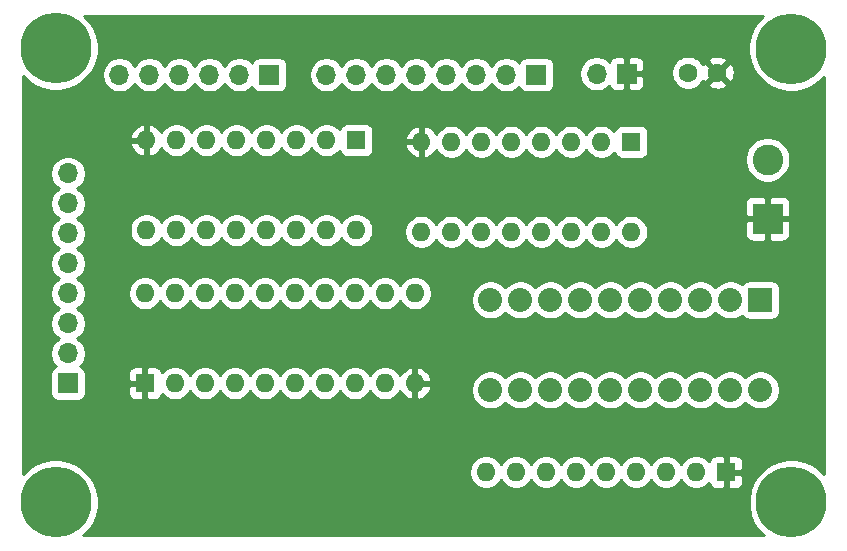
<source format=gbr>
%TF.GenerationSoftware,KiCad,Pcbnew,(5.1.9-0-10_14)*%
%TF.CreationDate,2021-06-29T22:32:57-04:00*%
%TF.ProjectId,COUNTER,434f554e-5445-4522-9e6b-696361645f70,rev?*%
%TF.SameCoordinates,Original*%
%TF.FileFunction,Copper,L4,Bot*%
%TF.FilePolarity,Positive*%
%FSLAX46Y46*%
G04 Gerber Fmt 4.6, Leading zero omitted, Abs format (unit mm)*
G04 Created by KiCad (PCBNEW (5.1.9-0-10_14)) date 2021-06-29 22:32:57*
%MOMM*%
%LPD*%
G01*
G04 APERTURE LIST*
%TA.AperFunction,ComponentPad*%
%ADD10O,1.700000X1.700000*%
%TD*%
%TA.AperFunction,ComponentPad*%
%ADD11R,1.700000X1.700000*%
%TD*%
%TA.AperFunction,ComponentPad*%
%ADD12C,0.800000*%
%TD*%
%TA.AperFunction,ComponentPad*%
%ADD13C,6.000000*%
%TD*%
%TA.AperFunction,ComponentPad*%
%ADD14O,1.600000X1.600000*%
%TD*%
%TA.AperFunction,ComponentPad*%
%ADD15R,1.600000X1.600000*%
%TD*%
%TA.AperFunction,ComponentPad*%
%ADD16C,2.032000*%
%TD*%
%TA.AperFunction,ComponentPad*%
%ADD17R,2.032000X2.032000*%
%TD*%
%TA.AperFunction,ComponentPad*%
%ADD18C,2.600000*%
%TD*%
%TA.AperFunction,ComponentPad*%
%ADD19R,2.600000X2.600000*%
%TD*%
%TA.AperFunction,ComponentPad*%
%ADD20C,1.600000*%
%TD*%
%TA.AperFunction,Conductor*%
%ADD21C,0.254000*%
%TD*%
%TA.AperFunction,Conductor*%
%ADD22C,0.100000*%
%TD*%
G04 APERTURE END LIST*
D10*
%TO.P,J22,6*%
%TO.N,CARRY_OUT*%
X85595500Y-36806000D03*
%TO.P,J22,5*%
%TO.N,CE*%
X88135500Y-36806000D03*
%TO.P,J22,4*%
%TO.N,OE*%
X90675500Y-36806000D03*
%TO.P,J22,3*%
%TO.N,CLOCK*%
X93215500Y-36806000D03*
%TO.P,J22,2*%
%TO.N,RESET*%
X95755500Y-36806000D03*
D11*
%TO.P,J22,1*%
%TO.N,JUMP*%
X98295500Y-36806000D03*
%TD*%
D12*
%TO.P,REF\u002A\u002A,1*%
%TO.N,N/C*%
X144082490Y-71427510D03*
X142491500Y-70768500D03*
X140900510Y-71427510D03*
X140241500Y-73018500D03*
X140900510Y-74609490D03*
X142491500Y-75268500D03*
X144082490Y-74609490D03*
X144741500Y-73018500D03*
D13*
X142491500Y-73018500D03*
%TD*%
%TO.P,REF\u002A\u002A,1*%
%TO.N,N/C*%
X80191500Y-73008500D03*
D12*
X82441500Y-73008500D03*
X81782490Y-74599490D03*
X80191500Y-75258500D03*
X78600510Y-74599490D03*
X77941500Y-73008500D03*
X78600510Y-71417510D03*
X80191500Y-70758500D03*
X81782490Y-71417510D03*
%TD*%
D13*
%TO.P,REF\u002A\u002A,1*%
%TO.N,N/C*%
X142461500Y-34608500D03*
D12*
X144711500Y-34608500D03*
X144052490Y-36199490D03*
X142461500Y-36858500D03*
X140870510Y-36199490D03*
X140211500Y-34608500D03*
X140870510Y-33017510D03*
X142461500Y-32358500D03*
X144052490Y-33017510D03*
%TD*%
%TO.P,REF\u002A\u002A,1*%
%TO.N,N/C*%
X81782490Y-32957510D03*
X80191500Y-32298500D03*
X78600510Y-32957510D03*
X77941500Y-34548500D03*
X78600510Y-36139490D03*
X80191500Y-36798500D03*
X81782490Y-36139490D03*
X82441500Y-34548500D03*
D13*
X80191500Y-34548500D03*
%TD*%
D14*
%TO.P,RN1,9*%
%TO.N,Net-(BAR1-Pad13)*%
X116641500Y-70458500D03*
%TO.P,RN1,8*%
%TO.N,Net-(BAR1-Pad14)*%
X119181500Y-70458500D03*
%TO.P,RN1,7*%
%TO.N,Net-(BAR1-Pad15)*%
X121721500Y-70458500D03*
%TO.P,RN1,6*%
%TO.N,Net-(BAR1-Pad16)*%
X124261500Y-70458500D03*
%TO.P,RN1,5*%
%TO.N,Net-(BAR1-Pad17)*%
X126801500Y-70458500D03*
%TO.P,RN1,4*%
%TO.N,Net-(BAR1-Pad18)*%
X129341500Y-70458500D03*
%TO.P,RN1,3*%
%TO.N,Net-(BAR1-Pad19)*%
X131881500Y-70458500D03*
%TO.P,RN1,2*%
%TO.N,Net-(BAR1-Pad20)*%
X134421500Y-70458500D03*
D15*
%TO.P,RN1,1*%
%TO.N,GND*%
X136961500Y-70458500D03*
%TD*%
D16*
%TO.P,BAR1,20*%
%TO.N,Net-(BAR1-Pad20)*%
X139871500Y-63498500D03*
%TO.P,BAR1,19*%
%TO.N,Net-(BAR1-Pad19)*%
X137331500Y-63498500D03*
%TO.P,BAR1,18*%
%TO.N,Net-(BAR1-Pad18)*%
X134791500Y-63498500D03*
%TO.P,BAR1,17*%
%TO.N,Net-(BAR1-Pad17)*%
X132251500Y-63498500D03*
%TO.P,BAR1,9*%
%TO.N,Net-(BAR1-Pad9)*%
X119551500Y-55878500D03*
%TO.P,BAR1,10*%
%TO.N,Net-(BAR1-Pad10)*%
X117011500Y-55878500D03*
%TO.P,BAR1,11*%
%TO.N,Net-(BAR1-Pad11)*%
X117011500Y-63498500D03*
%TO.P,BAR1,12*%
%TO.N,Net-(BAR1-Pad12)*%
X119551500Y-63498500D03*
%TO.P,BAR1,8*%
%TO.N,B0*%
X122091500Y-55878500D03*
%TO.P,BAR1,7*%
%TO.N,B1*%
X124631500Y-55878500D03*
%TO.P,BAR1,6*%
%TO.N,B2*%
X127171500Y-55878500D03*
%TO.P,BAR1,5*%
%TO.N,B3*%
X129711500Y-55878500D03*
%TO.P,BAR1,16*%
%TO.N,Net-(BAR1-Pad16)*%
X129711500Y-63498500D03*
%TO.P,BAR1,15*%
%TO.N,Net-(BAR1-Pad15)*%
X127171500Y-63498500D03*
%TO.P,BAR1,14*%
%TO.N,Net-(BAR1-Pad14)*%
X124631500Y-63498500D03*
%TO.P,BAR1,13*%
%TO.N,Net-(BAR1-Pad13)*%
X122091500Y-63498500D03*
%TO.P,BAR1,4*%
%TO.N,B4*%
X132251500Y-55878500D03*
%TO.P,BAR1,3*%
%TO.N,B5*%
X134791500Y-55878500D03*
%TO.P,BAR1,2*%
%TO.N,B6*%
X137331500Y-55878500D03*
D17*
%TO.P,BAR1,1*%
%TO.N,B7*%
X139871500Y-55878500D03*
%TD*%
D18*
%TO.P,J1,2*%
%TO.N,VCC*%
X140471500Y-43998500D03*
D19*
%TO.P,J1,1*%
%TO.N,GND*%
X140471500Y-48998500D03*
%TD*%
D10*
%TO.P,J23,8*%
%TO.N,D8*%
X103121500Y-36806000D03*
%TO.P,J23,7*%
%TO.N,D7*%
X105661500Y-36806000D03*
%TO.P,J23,6*%
%TO.N,D6*%
X108201500Y-36806000D03*
%TO.P,J23,5*%
%TO.N,D5*%
X110741500Y-36806000D03*
%TO.P,J23,4*%
%TO.N,D4*%
X113281500Y-36806000D03*
%TO.P,J23,3*%
%TO.N,D3*%
X115821500Y-36806000D03*
%TO.P,J23,2*%
%TO.N,D2*%
X118361500Y-36806000D03*
D11*
%TO.P,J23,1*%
%TO.N,D1*%
X120901500Y-36806000D03*
%TD*%
D10*
%TO.P,J24,8*%
%TO.N,OUT_01*%
X81244000Y-45168500D03*
%TO.P,J24,7*%
%TO.N,OUT_02*%
X81244000Y-47708500D03*
%TO.P,J24,6*%
%TO.N,OUT_03*%
X81244000Y-50248500D03*
%TO.P,J24,5*%
%TO.N,OUT_04*%
X81244000Y-52788500D03*
%TO.P,J24,4*%
%TO.N,OUT_05*%
X81244000Y-55328500D03*
%TO.P,J24,3*%
%TO.N,OUT_06*%
X81244000Y-57868500D03*
%TO.P,J24,2*%
%TO.N,OUT_07*%
X81244000Y-60408500D03*
D11*
%TO.P,J24,1*%
%TO.N,OUT_08*%
X81244000Y-62948500D03*
%TD*%
D14*
%TO.P,U14,16*%
%TO.N,VCC*%
X128936000Y-50101500D03*
%TO.P,U14,8*%
%TO.N,GND*%
X111156000Y-42481500D03*
%TO.P,U14,15*%
%TO.N,Net-(U12-Pad10)*%
X126396000Y-50101500D03*
%TO.P,U14,7*%
%TO.N,CE*%
X113696000Y-42481500D03*
%TO.P,U14,14*%
%TO.N,B0*%
X123856000Y-50101500D03*
%TO.P,U14,6*%
%TO.N,D4*%
X116236000Y-42481500D03*
%TO.P,U14,13*%
%TO.N,B1*%
X121316000Y-50101500D03*
%TO.P,U14,5*%
%TO.N,D3*%
X118776000Y-42481500D03*
%TO.P,U14,12*%
%TO.N,B2*%
X118776000Y-50101500D03*
%TO.P,U14,4*%
%TO.N,D2*%
X121316000Y-42481500D03*
%TO.P,U14,11*%
%TO.N,B3*%
X116236000Y-50101500D03*
%TO.P,U14,3*%
%TO.N,D1*%
X123856000Y-42481500D03*
%TO.P,U14,10*%
%TO.N,CE*%
X113696000Y-50101500D03*
%TO.P,U14,2*%
%TO.N,CLOCK*%
X126396000Y-42481500D03*
%TO.P,U14,9*%
%TO.N,JUMP*%
X111156000Y-50101500D03*
D15*
%TO.P,U14,1*%
%TO.N,RESET*%
X128936000Y-42481500D03*
%TD*%
D14*
%TO.P,U47,20*%
%TO.N,VCC*%
X87757000Y-55308500D03*
%TO.P,U47,10*%
%TO.N,GND*%
X110617000Y-62928500D03*
%TO.P,U47,19*%
%TO.N,OE*%
X90297000Y-55308500D03*
%TO.P,U47,9*%
%TO.N,OUT_01*%
X108077000Y-62928500D03*
%TO.P,U47,18*%
%TO.N,B0*%
X92837000Y-55308500D03*
%TO.P,U47,8*%
%TO.N,OUT_02*%
X105537000Y-62928500D03*
%TO.P,U47,17*%
%TO.N,B1*%
X95377000Y-55308500D03*
%TO.P,U47,7*%
%TO.N,OUT_03*%
X102997000Y-62928500D03*
%TO.P,U47,16*%
%TO.N,B2*%
X97917000Y-55308500D03*
%TO.P,U47,6*%
%TO.N,OUT_04*%
X100457000Y-62928500D03*
%TO.P,U47,15*%
%TO.N,B3*%
X100457000Y-55308500D03*
%TO.P,U47,5*%
%TO.N,OUT_05*%
X97917000Y-62928500D03*
%TO.P,U47,14*%
%TO.N,B4*%
X102997000Y-55308500D03*
%TO.P,U47,4*%
%TO.N,OUT_06*%
X95377000Y-62928500D03*
%TO.P,U47,13*%
%TO.N,B5*%
X105537000Y-55308500D03*
%TO.P,U47,3*%
%TO.N,OUT_07*%
X92837000Y-62928500D03*
%TO.P,U47,12*%
%TO.N,B6*%
X108077000Y-55308500D03*
%TO.P,U47,2*%
%TO.N,OUT_08*%
X90297000Y-62928500D03*
%TO.P,U47,11*%
%TO.N,B7*%
X110617000Y-55308500D03*
D15*
%TO.P,U47,1*%
%TO.N,GND*%
X87757000Y-62928500D03*
%TD*%
D14*
%TO.P,U12,16*%
%TO.N,VCC*%
X105664000Y-49974500D03*
%TO.P,U12,8*%
%TO.N,GND*%
X87884000Y-42354500D03*
%TO.P,U12,15*%
%TO.N,CARRY_OUT*%
X103124000Y-49974500D03*
%TO.P,U12,7*%
%TO.N,VCC*%
X90424000Y-42354500D03*
%TO.P,U12,14*%
%TO.N,B4*%
X100584000Y-49974500D03*
%TO.P,U12,6*%
%TO.N,D8*%
X92964000Y-42354500D03*
%TO.P,U12,13*%
%TO.N,B5*%
X98044000Y-49974500D03*
%TO.P,U12,5*%
%TO.N,D7*%
X95504000Y-42354500D03*
%TO.P,U12,12*%
%TO.N,B6*%
X95504000Y-49974500D03*
%TO.P,U12,4*%
%TO.N,D6*%
X98044000Y-42354500D03*
%TO.P,U12,11*%
%TO.N,B7*%
X92964000Y-49974500D03*
%TO.P,U12,3*%
%TO.N,D5*%
X100584000Y-42354500D03*
%TO.P,U12,10*%
%TO.N,Net-(U12-Pad10)*%
X90424000Y-49974500D03*
%TO.P,U12,2*%
%TO.N,CLOCK*%
X103124000Y-42354500D03*
%TO.P,U12,9*%
%TO.N,JUMP*%
X87884000Y-49974500D03*
D15*
%TO.P,U12,1*%
%TO.N,RESET*%
X105664000Y-42354500D03*
%TD*%
D10*
%TO.P,J10,2*%
%TO.N,VCC*%
X125989000Y-36719500D03*
D11*
%TO.P,J10,1*%
%TO.N,GND*%
X128529000Y-36719500D03*
%TD*%
D20*
%TO.P,C10,2*%
%TO.N,GND*%
X136231500Y-36628500D03*
%TO.P,C10,1*%
%TO.N,VCC*%
X133731500Y-36628500D03*
%TD*%
D21*
%TO.N,GND*%
X139638011Y-32291323D02*
X139240205Y-32886682D01*
X138966191Y-33548210D01*
X138826500Y-34250484D01*
X138826500Y-34966516D01*
X138966191Y-35668790D01*
X139240205Y-36330318D01*
X139638011Y-36925677D01*
X140144323Y-37431989D01*
X140739682Y-37829795D01*
X141401210Y-38103809D01*
X142103484Y-38243500D01*
X142819516Y-38243500D01*
X143521790Y-38103809D01*
X144183318Y-37829795D01*
X144778677Y-37431989D01*
X145221500Y-36989166D01*
X145221501Y-70607835D01*
X144808677Y-70195011D01*
X144213318Y-69797205D01*
X143551790Y-69523191D01*
X142849516Y-69383500D01*
X142133484Y-69383500D01*
X141431210Y-69523191D01*
X140769682Y-69797205D01*
X140174323Y-70195011D01*
X139668011Y-70701323D01*
X139270205Y-71296682D01*
X138996191Y-71958210D01*
X138856500Y-72660484D01*
X138856500Y-73376516D01*
X138996191Y-74078790D01*
X139270205Y-74740318D01*
X139668011Y-75335677D01*
X140130834Y-75798500D01*
X82542166Y-75798500D01*
X83014989Y-75325677D01*
X83412795Y-74730318D01*
X83686809Y-74068790D01*
X83826500Y-73366516D01*
X83826500Y-72650484D01*
X83686809Y-71948210D01*
X83412795Y-71286682D01*
X83014989Y-70691323D01*
X82640831Y-70317165D01*
X115206500Y-70317165D01*
X115206500Y-70599835D01*
X115261647Y-70877074D01*
X115369820Y-71138227D01*
X115526863Y-71373259D01*
X115726741Y-71573137D01*
X115961773Y-71730180D01*
X116222926Y-71838353D01*
X116500165Y-71893500D01*
X116782835Y-71893500D01*
X117060074Y-71838353D01*
X117321227Y-71730180D01*
X117556259Y-71573137D01*
X117756137Y-71373259D01*
X117911500Y-71140741D01*
X118066863Y-71373259D01*
X118266741Y-71573137D01*
X118501773Y-71730180D01*
X118762926Y-71838353D01*
X119040165Y-71893500D01*
X119322835Y-71893500D01*
X119600074Y-71838353D01*
X119861227Y-71730180D01*
X120096259Y-71573137D01*
X120296137Y-71373259D01*
X120451500Y-71140741D01*
X120606863Y-71373259D01*
X120806741Y-71573137D01*
X121041773Y-71730180D01*
X121302926Y-71838353D01*
X121580165Y-71893500D01*
X121862835Y-71893500D01*
X122140074Y-71838353D01*
X122401227Y-71730180D01*
X122636259Y-71573137D01*
X122836137Y-71373259D01*
X122991500Y-71140741D01*
X123146863Y-71373259D01*
X123346741Y-71573137D01*
X123581773Y-71730180D01*
X123842926Y-71838353D01*
X124120165Y-71893500D01*
X124402835Y-71893500D01*
X124680074Y-71838353D01*
X124941227Y-71730180D01*
X125176259Y-71573137D01*
X125376137Y-71373259D01*
X125531500Y-71140741D01*
X125686863Y-71373259D01*
X125886741Y-71573137D01*
X126121773Y-71730180D01*
X126382926Y-71838353D01*
X126660165Y-71893500D01*
X126942835Y-71893500D01*
X127220074Y-71838353D01*
X127481227Y-71730180D01*
X127716259Y-71573137D01*
X127916137Y-71373259D01*
X128071500Y-71140741D01*
X128226863Y-71373259D01*
X128426741Y-71573137D01*
X128661773Y-71730180D01*
X128922926Y-71838353D01*
X129200165Y-71893500D01*
X129482835Y-71893500D01*
X129760074Y-71838353D01*
X130021227Y-71730180D01*
X130256259Y-71573137D01*
X130456137Y-71373259D01*
X130611500Y-71140741D01*
X130766863Y-71373259D01*
X130966741Y-71573137D01*
X131201773Y-71730180D01*
X131462926Y-71838353D01*
X131740165Y-71893500D01*
X132022835Y-71893500D01*
X132300074Y-71838353D01*
X132561227Y-71730180D01*
X132796259Y-71573137D01*
X132996137Y-71373259D01*
X133151500Y-71140741D01*
X133306863Y-71373259D01*
X133506741Y-71573137D01*
X133741773Y-71730180D01*
X134002926Y-71838353D01*
X134280165Y-71893500D01*
X134562835Y-71893500D01*
X134840074Y-71838353D01*
X135101227Y-71730180D01*
X135336259Y-71573137D01*
X135534857Y-71374539D01*
X135535688Y-71382982D01*
X135571998Y-71502680D01*
X135630963Y-71612994D01*
X135710315Y-71709685D01*
X135807006Y-71789037D01*
X135917320Y-71848002D01*
X136037018Y-71884312D01*
X136161500Y-71896572D01*
X136675750Y-71893500D01*
X136834500Y-71734750D01*
X136834500Y-70585500D01*
X137088500Y-70585500D01*
X137088500Y-71734750D01*
X137247250Y-71893500D01*
X137761500Y-71896572D01*
X137885982Y-71884312D01*
X138005680Y-71848002D01*
X138115994Y-71789037D01*
X138212685Y-71709685D01*
X138292037Y-71612994D01*
X138351002Y-71502680D01*
X138387312Y-71382982D01*
X138399572Y-71258500D01*
X138396500Y-70744250D01*
X138237750Y-70585500D01*
X137088500Y-70585500D01*
X136834500Y-70585500D01*
X136814500Y-70585500D01*
X136814500Y-70331500D01*
X136834500Y-70331500D01*
X136834500Y-69182250D01*
X137088500Y-69182250D01*
X137088500Y-70331500D01*
X138237750Y-70331500D01*
X138396500Y-70172750D01*
X138399572Y-69658500D01*
X138387312Y-69534018D01*
X138351002Y-69414320D01*
X138292037Y-69304006D01*
X138212685Y-69207315D01*
X138115994Y-69127963D01*
X138005680Y-69068998D01*
X137885982Y-69032688D01*
X137761500Y-69020428D01*
X137247250Y-69023500D01*
X137088500Y-69182250D01*
X136834500Y-69182250D01*
X136675750Y-69023500D01*
X136161500Y-69020428D01*
X136037018Y-69032688D01*
X135917320Y-69068998D01*
X135807006Y-69127963D01*
X135710315Y-69207315D01*
X135630963Y-69304006D01*
X135571998Y-69414320D01*
X135535688Y-69534018D01*
X135534857Y-69542461D01*
X135336259Y-69343863D01*
X135101227Y-69186820D01*
X134840074Y-69078647D01*
X134562835Y-69023500D01*
X134280165Y-69023500D01*
X134002926Y-69078647D01*
X133741773Y-69186820D01*
X133506741Y-69343863D01*
X133306863Y-69543741D01*
X133151500Y-69776259D01*
X132996137Y-69543741D01*
X132796259Y-69343863D01*
X132561227Y-69186820D01*
X132300074Y-69078647D01*
X132022835Y-69023500D01*
X131740165Y-69023500D01*
X131462926Y-69078647D01*
X131201773Y-69186820D01*
X130966741Y-69343863D01*
X130766863Y-69543741D01*
X130611500Y-69776259D01*
X130456137Y-69543741D01*
X130256259Y-69343863D01*
X130021227Y-69186820D01*
X129760074Y-69078647D01*
X129482835Y-69023500D01*
X129200165Y-69023500D01*
X128922926Y-69078647D01*
X128661773Y-69186820D01*
X128426741Y-69343863D01*
X128226863Y-69543741D01*
X128071500Y-69776259D01*
X127916137Y-69543741D01*
X127716259Y-69343863D01*
X127481227Y-69186820D01*
X127220074Y-69078647D01*
X126942835Y-69023500D01*
X126660165Y-69023500D01*
X126382926Y-69078647D01*
X126121773Y-69186820D01*
X125886741Y-69343863D01*
X125686863Y-69543741D01*
X125531500Y-69776259D01*
X125376137Y-69543741D01*
X125176259Y-69343863D01*
X124941227Y-69186820D01*
X124680074Y-69078647D01*
X124402835Y-69023500D01*
X124120165Y-69023500D01*
X123842926Y-69078647D01*
X123581773Y-69186820D01*
X123346741Y-69343863D01*
X123146863Y-69543741D01*
X122991500Y-69776259D01*
X122836137Y-69543741D01*
X122636259Y-69343863D01*
X122401227Y-69186820D01*
X122140074Y-69078647D01*
X121862835Y-69023500D01*
X121580165Y-69023500D01*
X121302926Y-69078647D01*
X121041773Y-69186820D01*
X120806741Y-69343863D01*
X120606863Y-69543741D01*
X120451500Y-69776259D01*
X120296137Y-69543741D01*
X120096259Y-69343863D01*
X119861227Y-69186820D01*
X119600074Y-69078647D01*
X119322835Y-69023500D01*
X119040165Y-69023500D01*
X118762926Y-69078647D01*
X118501773Y-69186820D01*
X118266741Y-69343863D01*
X118066863Y-69543741D01*
X117911500Y-69776259D01*
X117756137Y-69543741D01*
X117556259Y-69343863D01*
X117321227Y-69186820D01*
X117060074Y-69078647D01*
X116782835Y-69023500D01*
X116500165Y-69023500D01*
X116222926Y-69078647D01*
X115961773Y-69186820D01*
X115726741Y-69343863D01*
X115526863Y-69543741D01*
X115369820Y-69778773D01*
X115261647Y-70039926D01*
X115206500Y-70317165D01*
X82640831Y-70317165D01*
X82508677Y-70185011D01*
X81913318Y-69787205D01*
X81251790Y-69513191D01*
X80549516Y-69373500D01*
X79833484Y-69373500D01*
X79131210Y-69513191D01*
X78469682Y-69787205D01*
X77874323Y-70185011D01*
X77451500Y-70607834D01*
X77451500Y-62098500D01*
X79755928Y-62098500D01*
X79755928Y-63798500D01*
X79768188Y-63922982D01*
X79804498Y-64042680D01*
X79863463Y-64152994D01*
X79942815Y-64249685D01*
X80039506Y-64329037D01*
X80149820Y-64388002D01*
X80269518Y-64424312D01*
X80394000Y-64436572D01*
X82094000Y-64436572D01*
X82218482Y-64424312D01*
X82338180Y-64388002D01*
X82448494Y-64329037D01*
X82545185Y-64249685D01*
X82624537Y-64152994D01*
X82683502Y-64042680D01*
X82719812Y-63922982D01*
X82732072Y-63798500D01*
X82732072Y-63728500D01*
X86318928Y-63728500D01*
X86331188Y-63852982D01*
X86367498Y-63972680D01*
X86426463Y-64082994D01*
X86505815Y-64179685D01*
X86602506Y-64259037D01*
X86712820Y-64318002D01*
X86832518Y-64354312D01*
X86957000Y-64366572D01*
X87471250Y-64363500D01*
X87630000Y-64204750D01*
X87630000Y-63055500D01*
X86480750Y-63055500D01*
X86322000Y-63214250D01*
X86318928Y-63728500D01*
X82732072Y-63728500D01*
X82732072Y-62128500D01*
X86318928Y-62128500D01*
X86322000Y-62642750D01*
X86480750Y-62801500D01*
X87630000Y-62801500D01*
X87630000Y-61652250D01*
X87884000Y-61652250D01*
X87884000Y-62801500D01*
X87904000Y-62801500D01*
X87904000Y-63055500D01*
X87884000Y-63055500D01*
X87884000Y-64204750D01*
X88042750Y-64363500D01*
X88557000Y-64366572D01*
X88681482Y-64354312D01*
X88801180Y-64318002D01*
X88911494Y-64259037D01*
X89008185Y-64179685D01*
X89087537Y-64082994D01*
X89146502Y-63972680D01*
X89182812Y-63852982D01*
X89183643Y-63844539D01*
X89382241Y-64043137D01*
X89617273Y-64200180D01*
X89878426Y-64308353D01*
X90155665Y-64363500D01*
X90438335Y-64363500D01*
X90715574Y-64308353D01*
X90976727Y-64200180D01*
X91211759Y-64043137D01*
X91411637Y-63843259D01*
X91567000Y-63610741D01*
X91722363Y-63843259D01*
X91922241Y-64043137D01*
X92157273Y-64200180D01*
X92418426Y-64308353D01*
X92695665Y-64363500D01*
X92978335Y-64363500D01*
X93255574Y-64308353D01*
X93516727Y-64200180D01*
X93751759Y-64043137D01*
X93951637Y-63843259D01*
X94107000Y-63610741D01*
X94262363Y-63843259D01*
X94462241Y-64043137D01*
X94697273Y-64200180D01*
X94958426Y-64308353D01*
X95235665Y-64363500D01*
X95518335Y-64363500D01*
X95795574Y-64308353D01*
X96056727Y-64200180D01*
X96291759Y-64043137D01*
X96491637Y-63843259D01*
X96647000Y-63610741D01*
X96802363Y-63843259D01*
X97002241Y-64043137D01*
X97237273Y-64200180D01*
X97498426Y-64308353D01*
X97775665Y-64363500D01*
X98058335Y-64363500D01*
X98335574Y-64308353D01*
X98596727Y-64200180D01*
X98831759Y-64043137D01*
X99031637Y-63843259D01*
X99187000Y-63610741D01*
X99342363Y-63843259D01*
X99542241Y-64043137D01*
X99777273Y-64200180D01*
X100038426Y-64308353D01*
X100315665Y-64363500D01*
X100598335Y-64363500D01*
X100875574Y-64308353D01*
X101136727Y-64200180D01*
X101371759Y-64043137D01*
X101571637Y-63843259D01*
X101727000Y-63610741D01*
X101882363Y-63843259D01*
X102082241Y-64043137D01*
X102317273Y-64200180D01*
X102578426Y-64308353D01*
X102855665Y-64363500D01*
X103138335Y-64363500D01*
X103415574Y-64308353D01*
X103676727Y-64200180D01*
X103911759Y-64043137D01*
X104111637Y-63843259D01*
X104267000Y-63610741D01*
X104422363Y-63843259D01*
X104622241Y-64043137D01*
X104857273Y-64200180D01*
X105118426Y-64308353D01*
X105395665Y-64363500D01*
X105678335Y-64363500D01*
X105955574Y-64308353D01*
X106216727Y-64200180D01*
X106451759Y-64043137D01*
X106651637Y-63843259D01*
X106807000Y-63610741D01*
X106962363Y-63843259D01*
X107162241Y-64043137D01*
X107397273Y-64200180D01*
X107658426Y-64308353D01*
X107935665Y-64363500D01*
X108218335Y-64363500D01*
X108495574Y-64308353D01*
X108756727Y-64200180D01*
X108991759Y-64043137D01*
X109191637Y-63843259D01*
X109348680Y-63608227D01*
X109353067Y-63597635D01*
X109464615Y-63783631D01*
X109653586Y-63992019D01*
X109879580Y-64159537D01*
X110133913Y-64279746D01*
X110267961Y-64320404D01*
X110490000Y-64198415D01*
X110490000Y-63055500D01*
X110744000Y-63055500D01*
X110744000Y-64198415D01*
X110966039Y-64320404D01*
X111100087Y-64279746D01*
X111354420Y-64159537D01*
X111580414Y-63992019D01*
X111769385Y-63783631D01*
X111914070Y-63542381D01*
X111988013Y-63335891D01*
X115360500Y-63335891D01*
X115360500Y-63661109D01*
X115423947Y-63980079D01*
X115548403Y-64280542D01*
X115729085Y-64550951D01*
X115959049Y-64780915D01*
X116229458Y-64961597D01*
X116529921Y-65086053D01*
X116848891Y-65149500D01*
X117174109Y-65149500D01*
X117493079Y-65086053D01*
X117793542Y-64961597D01*
X118063951Y-64780915D01*
X118281500Y-64563366D01*
X118499049Y-64780915D01*
X118769458Y-64961597D01*
X119069921Y-65086053D01*
X119388891Y-65149500D01*
X119714109Y-65149500D01*
X120033079Y-65086053D01*
X120333542Y-64961597D01*
X120603951Y-64780915D01*
X120821500Y-64563366D01*
X121039049Y-64780915D01*
X121309458Y-64961597D01*
X121609921Y-65086053D01*
X121928891Y-65149500D01*
X122254109Y-65149500D01*
X122573079Y-65086053D01*
X122873542Y-64961597D01*
X123143951Y-64780915D01*
X123361500Y-64563366D01*
X123579049Y-64780915D01*
X123849458Y-64961597D01*
X124149921Y-65086053D01*
X124468891Y-65149500D01*
X124794109Y-65149500D01*
X125113079Y-65086053D01*
X125413542Y-64961597D01*
X125683951Y-64780915D01*
X125901500Y-64563366D01*
X126119049Y-64780915D01*
X126389458Y-64961597D01*
X126689921Y-65086053D01*
X127008891Y-65149500D01*
X127334109Y-65149500D01*
X127653079Y-65086053D01*
X127953542Y-64961597D01*
X128223951Y-64780915D01*
X128441500Y-64563366D01*
X128659049Y-64780915D01*
X128929458Y-64961597D01*
X129229921Y-65086053D01*
X129548891Y-65149500D01*
X129874109Y-65149500D01*
X130193079Y-65086053D01*
X130493542Y-64961597D01*
X130763951Y-64780915D01*
X130981500Y-64563366D01*
X131199049Y-64780915D01*
X131469458Y-64961597D01*
X131769921Y-65086053D01*
X132088891Y-65149500D01*
X132414109Y-65149500D01*
X132733079Y-65086053D01*
X133033542Y-64961597D01*
X133303951Y-64780915D01*
X133521500Y-64563366D01*
X133739049Y-64780915D01*
X134009458Y-64961597D01*
X134309921Y-65086053D01*
X134628891Y-65149500D01*
X134954109Y-65149500D01*
X135273079Y-65086053D01*
X135573542Y-64961597D01*
X135843951Y-64780915D01*
X136061500Y-64563366D01*
X136279049Y-64780915D01*
X136549458Y-64961597D01*
X136849921Y-65086053D01*
X137168891Y-65149500D01*
X137494109Y-65149500D01*
X137813079Y-65086053D01*
X138113542Y-64961597D01*
X138383951Y-64780915D01*
X138601500Y-64563366D01*
X138819049Y-64780915D01*
X139089458Y-64961597D01*
X139389921Y-65086053D01*
X139708891Y-65149500D01*
X140034109Y-65149500D01*
X140353079Y-65086053D01*
X140653542Y-64961597D01*
X140923951Y-64780915D01*
X141153915Y-64550951D01*
X141334597Y-64280542D01*
X141459053Y-63980079D01*
X141522500Y-63661109D01*
X141522500Y-63335891D01*
X141459053Y-63016921D01*
X141334597Y-62716458D01*
X141153915Y-62446049D01*
X140923951Y-62216085D01*
X140653542Y-62035403D01*
X140353079Y-61910947D01*
X140034109Y-61847500D01*
X139708891Y-61847500D01*
X139389921Y-61910947D01*
X139089458Y-62035403D01*
X138819049Y-62216085D01*
X138601500Y-62433634D01*
X138383951Y-62216085D01*
X138113542Y-62035403D01*
X137813079Y-61910947D01*
X137494109Y-61847500D01*
X137168891Y-61847500D01*
X136849921Y-61910947D01*
X136549458Y-62035403D01*
X136279049Y-62216085D01*
X136061500Y-62433634D01*
X135843951Y-62216085D01*
X135573542Y-62035403D01*
X135273079Y-61910947D01*
X134954109Y-61847500D01*
X134628891Y-61847500D01*
X134309921Y-61910947D01*
X134009458Y-62035403D01*
X133739049Y-62216085D01*
X133521500Y-62433634D01*
X133303951Y-62216085D01*
X133033542Y-62035403D01*
X132733079Y-61910947D01*
X132414109Y-61847500D01*
X132088891Y-61847500D01*
X131769921Y-61910947D01*
X131469458Y-62035403D01*
X131199049Y-62216085D01*
X130981500Y-62433634D01*
X130763951Y-62216085D01*
X130493542Y-62035403D01*
X130193079Y-61910947D01*
X129874109Y-61847500D01*
X129548891Y-61847500D01*
X129229921Y-61910947D01*
X128929458Y-62035403D01*
X128659049Y-62216085D01*
X128441500Y-62433634D01*
X128223951Y-62216085D01*
X127953542Y-62035403D01*
X127653079Y-61910947D01*
X127334109Y-61847500D01*
X127008891Y-61847500D01*
X126689921Y-61910947D01*
X126389458Y-62035403D01*
X126119049Y-62216085D01*
X125901500Y-62433634D01*
X125683951Y-62216085D01*
X125413542Y-62035403D01*
X125113079Y-61910947D01*
X124794109Y-61847500D01*
X124468891Y-61847500D01*
X124149921Y-61910947D01*
X123849458Y-62035403D01*
X123579049Y-62216085D01*
X123361500Y-62433634D01*
X123143951Y-62216085D01*
X122873542Y-62035403D01*
X122573079Y-61910947D01*
X122254109Y-61847500D01*
X121928891Y-61847500D01*
X121609921Y-61910947D01*
X121309458Y-62035403D01*
X121039049Y-62216085D01*
X120821500Y-62433634D01*
X120603951Y-62216085D01*
X120333542Y-62035403D01*
X120033079Y-61910947D01*
X119714109Y-61847500D01*
X119388891Y-61847500D01*
X119069921Y-61910947D01*
X118769458Y-62035403D01*
X118499049Y-62216085D01*
X118281500Y-62433634D01*
X118063951Y-62216085D01*
X117793542Y-62035403D01*
X117493079Y-61910947D01*
X117174109Y-61847500D01*
X116848891Y-61847500D01*
X116529921Y-61910947D01*
X116229458Y-62035403D01*
X115959049Y-62216085D01*
X115729085Y-62446049D01*
X115548403Y-62716458D01*
X115423947Y-63016921D01*
X115360500Y-63335891D01*
X111988013Y-63335891D01*
X112008909Y-63277540D01*
X111887624Y-63055500D01*
X110744000Y-63055500D01*
X110490000Y-63055500D01*
X110470000Y-63055500D01*
X110470000Y-62801500D01*
X110490000Y-62801500D01*
X110490000Y-61658585D01*
X110744000Y-61658585D01*
X110744000Y-62801500D01*
X111887624Y-62801500D01*
X112008909Y-62579460D01*
X111914070Y-62314619D01*
X111769385Y-62073369D01*
X111580414Y-61864981D01*
X111354420Y-61697463D01*
X111100087Y-61577254D01*
X110966039Y-61536596D01*
X110744000Y-61658585D01*
X110490000Y-61658585D01*
X110267961Y-61536596D01*
X110133913Y-61577254D01*
X109879580Y-61697463D01*
X109653586Y-61864981D01*
X109464615Y-62073369D01*
X109353067Y-62259365D01*
X109348680Y-62248773D01*
X109191637Y-62013741D01*
X108991759Y-61813863D01*
X108756727Y-61656820D01*
X108495574Y-61548647D01*
X108218335Y-61493500D01*
X107935665Y-61493500D01*
X107658426Y-61548647D01*
X107397273Y-61656820D01*
X107162241Y-61813863D01*
X106962363Y-62013741D01*
X106807000Y-62246259D01*
X106651637Y-62013741D01*
X106451759Y-61813863D01*
X106216727Y-61656820D01*
X105955574Y-61548647D01*
X105678335Y-61493500D01*
X105395665Y-61493500D01*
X105118426Y-61548647D01*
X104857273Y-61656820D01*
X104622241Y-61813863D01*
X104422363Y-62013741D01*
X104267000Y-62246259D01*
X104111637Y-62013741D01*
X103911759Y-61813863D01*
X103676727Y-61656820D01*
X103415574Y-61548647D01*
X103138335Y-61493500D01*
X102855665Y-61493500D01*
X102578426Y-61548647D01*
X102317273Y-61656820D01*
X102082241Y-61813863D01*
X101882363Y-62013741D01*
X101727000Y-62246259D01*
X101571637Y-62013741D01*
X101371759Y-61813863D01*
X101136727Y-61656820D01*
X100875574Y-61548647D01*
X100598335Y-61493500D01*
X100315665Y-61493500D01*
X100038426Y-61548647D01*
X99777273Y-61656820D01*
X99542241Y-61813863D01*
X99342363Y-62013741D01*
X99187000Y-62246259D01*
X99031637Y-62013741D01*
X98831759Y-61813863D01*
X98596727Y-61656820D01*
X98335574Y-61548647D01*
X98058335Y-61493500D01*
X97775665Y-61493500D01*
X97498426Y-61548647D01*
X97237273Y-61656820D01*
X97002241Y-61813863D01*
X96802363Y-62013741D01*
X96647000Y-62246259D01*
X96491637Y-62013741D01*
X96291759Y-61813863D01*
X96056727Y-61656820D01*
X95795574Y-61548647D01*
X95518335Y-61493500D01*
X95235665Y-61493500D01*
X94958426Y-61548647D01*
X94697273Y-61656820D01*
X94462241Y-61813863D01*
X94262363Y-62013741D01*
X94107000Y-62246259D01*
X93951637Y-62013741D01*
X93751759Y-61813863D01*
X93516727Y-61656820D01*
X93255574Y-61548647D01*
X92978335Y-61493500D01*
X92695665Y-61493500D01*
X92418426Y-61548647D01*
X92157273Y-61656820D01*
X91922241Y-61813863D01*
X91722363Y-62013741D01*
X91567000Y-62246259D01*
X91411637Y-62013741D01*
X91211759Y-61813863D01*
X90976727Y-61656820D01*
X90715574Y-61548647D01*
X90438335Y-61493500D01*
X90155665Y-61493500D01*
X89878426Y-61548647D01*
X89617273Y-61656820D01*
X89382241Y-61813863D01*
X89183643Y-62012461D01*
X89182812Y-62004018D01*
X89146502Y-61884320D01*
X89087537Y-61774006D01*
X89008185Y-61677315D01*
X88911494Y-61597963D01*
X88801180Y-61538998D01*
X88681482Y-61502688D01*
X88557000Y-61490428D01*
X88042750Y-61493500D01*
X87884000Y-61652250D01*
X87630000Y-61652250D01*
X87471250Y-61493500D01*
X86957000Y-61490428D01*
X86832518Y-61502688D01*
X86712820Y-61538998D01*
X86602506Y-61597963D01*
X86505815Y-61677315D01*
X86426463Y-61774006D01*
X86367498Y-61884320D01*
X86331188Y-62004018D01*
X86318928Y-62128500D01*
X82732072Y-62128500D01*
X82732072Y-62098500D01*
X82719812Y-61974018D01*
X82683502Y-61854320D01*
X82624537Y-61744006D01*
X82545185Y-61647315D01*
X82448494Y-61567963D01*
X82338180Y-61508998D01*
X82265620Y-61486987D01*
X82397475Y-61355132D01*
X82559990Y-61111911D01*
X82671932Y-60841658D01*
X82729000Y-60554760D01*
X82729000Y-60262240D01*
X82671932Y-59975342D01*
X82559990Y-59705089D01*
X82397475Y-59461868D01*
X82190632Y-59255025D01*
X82016240Y-59138500D01*
X82190632Y-59021975D01*
X82397475Y-58815132D01*
X82559990Y-58571911D01*
X82671932Y-58301658D01*
X82729000Y-58014760D01*
X82729000Y-57722240D01*
X82671932Y-57435342D01*
X82559990Y-57165089D01*
X82397475Y-56921868D01*
X82190632Y-56715025D01*
X82016240Y-56598500D01*
X82190632Y-56481975D01*
X82397475Y-56275132D01*
X82559990Y-56031911D01*
X82671932Y-55761658D01*
X82729000Y-55474760D01*
X82729000Y-55182240D01*
X82726002Y-55167165D01*
X86322000Y-55167165D01*
X86322000Y-55449835D01*
X86377147Y-55727074D01*
X86485320Y-55988227D01*
X86642363Y-56223259D01*
X86842241Y-56423137D01*
X87077273Y-56580180D01*
X87338426Y-56688353D01*
X87615665Y-56743500D01*
X87898335Y-56743500D01*
X88175574Y-56688353D01*
X88436727Y-56580180D01*
X88671759Y-56423137D01*
X88871637Y-56223259D01*
X89027000Y-55990741D01*
X89182363Y-56223259D01*
X89382241Y-56423137D01*
X89617273Y-56580180D01*
X89878426Y-56688353D01*
X90155665Y-56743500D01*
X90438335Y-56743500D01*
X90715574Y-56688353D01*
X90976727Y-56580180D01*
X91211759Y-56423137D01*
X91411637Y-56223259D01*
X91567000Y-55990741D01*
X91722363Y-56223259D01*
X91922241Y-56423137D01*
X92157273Y-56580180D01*
X92418426Y-56688353D01*
X92695665Y-56743500D01*
X92978335Y-56743500D01*
X93255574Y-56688353D01*
X93516727Y-56580180D01*
X93751759Y-56423137D01*
X93951637Y-56223259D01*
X94107000Y-55990741D01*
X94262363Y-56223259D01*
X94462241Y-56423137D01*
X94697273Y-56580180D01*
X94958426Y-56688353D01*
X95235665Y-56743500D01*
X95518335Y-56743500D01*
X95795574Y-56688353D01*
X96056727Y-56580180D01*
X96291759Y-56423137D01*
X96491637Y-56223259D01*
X96647000Y-55990741D01*
X96802363Y-56223259D01*
X97002241Y-56423137D01*
X97237273Y-56580180D01*
X97498426Y-56688353D01*
X97775665Y-56743500D01*
X98058335Y-56743500D01*
X98335574Y-56688353D01*
X98596727Y-56580180D01*
X98831759Y-56423137D01*
X99031637Y-56223259D01*
X99187000Y-55990741D01*
X99342363Y-56223259D01*
X99542241Y-56423137D01*
X99777273Y-56580180D01*
X100038426Y-56688353D01*
X100315665Y-56743500D01*
X100598335Y-56743500D01*
X100875574Y-56688353D01*
X101136727Y-56580180D01*
X101371759Y-56423137D01*
X101571637Y-56223259D01*
X101727000Y-55990741D01*
X101882363Y-56223259D01*
X102082241Y-56423137D01*
X102317273Y-56580180D01*
X102578426Y-56688353D01*
X102855665Y-56743500D01*
X103138335Y-56743500D01*
X103415574Y-56688353D01*
X103676727Y-56580180D01*
X103911759Y-56423137D01*
X104111637Y-56223259D01*
X104267000Y-55990741D01*
X104422363Y-56223259D01*
X104622241Y-56423137D01*
X104857273Y-56580180D01*
X105118426Y-56688353D01*
X105395665Y-56743500D01*
X105678335Y-56743500D01*
X105955574Y-56688353D01*
X106216727Y-56580180D01*
X106451759Y-56423137D01*
X106651637Y-56223259D01*
X106807000Y-55990741D01*
X106962363Y-56223259D01*
X107162241Y-56423137D01*
X107397273Y-56580180D01*
X107658426Y-56688353D01*
X107935665Y-56743500D01*
X108218335Y-56743500D01*
X108495574Y-56688353D01*
X108756727Y-56580180D01*
X108991759Y-56423137D01*
X109191637Y-56223259D01*
X109347000Y-55990741D01*
X109502363Y-56223259D01*
X109702241Y-56423137D01*
X109937273Y-56580180D01*
X110198426Y-56688353D01*
X110475665Y-56743500D01*
X110758335Y-56743500D01*
X111035574Y-56688353D01*
X111296727Y-56580180D01*
X111531759Y-56423137D01*
X111731637Y-56223259D01*
X111888680Y-55988227D01*
X111996853Y-55727074D01*
X111999077Y-55715891D01*
X115360500Y-55715891D01*
X115360500Y-56041109D01*
X115423947Y-56360079D01*
X115548403Y-56660542D01*
X115729085Y-56930951D01*
X115959049Y-57160915D01*
X116229458Y-57341597D01*
X116529921Y-57466053D01*
X116848891Y-57529500D01*
X117174109Y-57529500D01*
X117493079Y-57466053D01*
X117793542Y-57341597D01*
X118063951Y-57160915D01*
X118281500Y-56943366D01*
X118499049Y-57160915D01*
X118769458Y-57341597D01*
X119069921Y-57466053D01*
X119388891Y-57529500D01*
X119714109Y-57529500D01*
X120033079Y-57466053D01*
X120333542Y-57341597D01*
X120603951Y-57160915D01*
X120821500Y-56943366D01*
X121039049Y-57160915D01*
X121309458Y-57341597D01*
X121609921Y-57466053D01*
X121928891Y-57529500D01*
X122254109Y-57529500D01*
X122573079Y-57466053D01*
X122873542Y-57341597D01*
X123143951Y-57160915D01*
X123361500Y-56943366D01*
X123579049Y-57160915D01*
X123849458Y-57341597D01*
X124149921Y-57466053D01*
X124468891Y-57529500D01*
X124794109Y-57529500D01*
X125113079Y-57466053D01*
X125413542Y-57341597D01*
X125683951Y-57160915D01*
X125901500Y-56943366D01*
X126119049Y-57160915D01*
X126389458Y-57341597D01*
X126689921Y-57466053D01*
X127008891Y-57529500D01*
X127334109Y-57529500D01*
X127653079Y-57466053D01*
X127953542Y-57341597D01*
X128223951Y-57160915D01*
X128441500Y-56943366D01*
X128659049Y-57160915D01*
X128929458Y-57341597D01*
X129229921Y-57466053D01*
X129548891Y-57529500D01*
X129874109Y-57529500D01*
X130193079Y-57466053D01*
X130493542Y-57341597D01*
X130763951Y-57160915D01*
X130981500Y-56943366D01*
X131199049Y-57160915D01*
X131469458Y-57341597D01*
X131769921Y-57466053D01*
X132088891Y-57529500D01*
X132414109Y-57529500D01*
X132733079Y-57466053D01*
X133033542Y-57341597D01*
X133303951Y-57160915D01*
X133521500Y-56943366D01*
X133739049Y-57160915D01*
X134009458Y-57341597D01*
X134309921Y-57466053D01*
X134628891Y-57529500D01*
X134954109Y-57529500D01*
X135273079Y-57466053D01*
X135573542Y-57341597D01*
X135843951Y-57160915D01*
X136061500Y-56943366D01*
X136279049Y-57160915D01*
X136549458Y-57341597D01*
X136849921Y-57466053D01*
X137168891Y-57529500D01*
X137494109Y-57529500D01*
X137813079Y-57466053D01*
X138113542Y-57341597D01*
X138305796Y-57213136D01*
X138324963Y-57248994D01*
X138404315Y-57345685D01*
X138501006Y-57425037D01*
X138611320Y-57484002D01*
X138731018Y-57520312D01*
X138855500Y-57532572D01*
X140887500Y-57532572D01*
X141011982Y-57520312D01*
X141131680Y-57484002D01*
X141241994Y-57425037D01*
X141338685Y-57345685D01*
X141418037Y-57248994D01*
X141477002Y-57138680D01*
X141513312Y-57018982D01*
X141525572Y-56894500D01*
X141525572Y-54862500D01*
X141513312Y-54738018D01*
X141477002Y-54618320D01*
X141418037Y-54508006D01*
X141338685Y-54411315D01*
X141241994Y-54331963D01*
X141131680Y-54272998D01*
X141011982Y-54236688D01*
X140887500Y-54224428D01*
X138855500Y-54224428D01*
X138731018Y-54236688D01*
X138611320Y-54272998D01*
X138501006Y-54331963D01*
X138404315Y-54411315D01*
X138324963Y-54508006D01*
X138305796Y-54543864D01*
X138113542Y-54415403D01*
X137813079Y-54290947D01*
X137494109Y-54227500D01*
X137168891Y-54227500D01*
X136849921Y-54290947D01*
X136549458Y-54415403D01*
X136279049Y-54596085D01*
X136061500Y-54813634D01*
X135843951Y-54596085D01*
X135573542Y-54415403D01*
X135273079Y-54290947D01*
X134954109Y-54227500D01*
X134628891Y-54227500D01*
X134309921Y-54290947D01*
X134009458Y-54415403D01*
X133739049Y-54596085D01*
X133521500Y-54813634D01*
X133303951Y-54596085D01*
X133033542Y-54415403D01*
X132733079Y-54290947D01*
X132414109Y-54227500D01*
X132088891Y-54227500D01*
X131769921Y-54290947D01*
X131469458Y-54415403D01*
X131199049Y-54596085D01*
X130981500Y-54813634D01*
X130763951Y-54596085D01*
X130493542Y-54415403D01*
X130193079Y-54290947D01*
X129874109Y-54227500D01*
X129548891Y-54227500D01*
X129229921Y-54290947D01*
X128929458Y-54415403D01*
X128659049Y-54596085D01*
X128441500Y-54813634D01*
X128223951Y-54596085D01*
X127953542Y-54415403D01*
X127653079Y-54290947D01*
X127334109Y-54227500D01*
X127008891Y-54227500D01*
X126689921Y-54290947D01*
X126389458Y-54415403D01*
X126119049Y-54596085D01*
X125901500Y-54813634D01*
X125683951Y-54596085D01*
X125413542Y-54415403D01*
X125113079Y-54290947D01*
X124794109Y-54227500D01*
X124468891Y-54227500D01*
X124149921Y-54290947D01*
X123849458Y-54415403D01*
X123579049Y-54596085D01*
X123361500Y-54813634D01*
X123143951Y-54596085D01*
X122873542Y-54415403D01*
X122573079Y-54290947D01*
X122254109Y-54227500D01*
X121928891Y-54227500D01*
X121609921Y-54290947D01*
X121309458Y-54415403D01*
X121039049Y-54596085D01*
X120821500Y-54813634D01*
X120603951Y-54596085D01*
X120333542Y-54415403D01*
X120033079Y-54290947D01*
X119714109Y-54227500D01*
X119388891Y-54227500D01*
X119069921Y-54290947D01*
X118769458Y-54415403D01*
X118499049Y-54596085D01*
X118281500Y-54813634D01*
X118063951Y-54596085D01*
X117793542Y-54415403D01*
X117493079Y-54290947D01*
X117174109Y-54227500D01*
X116848891Y-54227500D01*
X116529921Y-54290947D01*
X116229458Y-54415403D01*
X115959049Y-54596085D01*
X115729085Y-54826049D01*
X115548403Y-55096458D01*
X115423947Y-55396921D01*
X115360500Y-55715891D01*
X111999077Y-55715891D01*
X112052000Y-55449835D01*
X112052000Y-55167165D01*
X111996853Y-54889926D01*
X111888680Y-54628773D01*
X111731637Y-54393741D01*
X111531759Y-54193863D01*
X111296727Y-54036820D01*
X111035574Y-53928647D01*
X110758335Y-53873500D01*
X110475665Y-53873500D01*
X110198426Y-53928647D01*
X109937273Y-54036820D01*
X109702241Y-54193863D01*
X109502363Y-54393741D01*
X109347000Y-54626259D01*
X109191637Y-54393741D01*
X108991759Y-54193863D01*
X108756727Y-54036820D01*
X108495574Y-53928647D01*
X108218335Y-53873500D01*
X107935665Y-53873500D01*
X107658426Y-53928647D01*
X107397273Y-54036820D01*
X107162241Y-54193863D01*
X106962363Y-54393741D01*
X106807000Y-54626259D01*
X106651637Y-54393741D01*
X106451759Y-54193863D01*
X106216727Y-54036820D01*
X105955574Y-53928647D01*
X105678335Y-53873500D01*
X105395665Y-53873500D01*
X105118426Y-53928647D01*
X104857273Y-54036820D01*
X104622241Y-54193863D01*
X104422363Y-54393741D01*
X104267000Y-54626259D01*
X104111637Y-54393741D01*
X103911759Y-54193863D01*
X103676727Y-54036820D01*
X103415574Y-53928647D01*
X103138335Y-53873500D01*
X102855665Y-53873500D01*
X102578426Y-53928647D01*
X102317273Y-54036820D01*
X102082241Y-54193863D01*
X101882363Y-54393741D01*
X101727000Y-54626259D01*
X101571637Y-54393741D01*
X101371759Y-54193863D01*
X101136727Y-54036820D01*
X100875574Y-53928647D01*
X100598335Y-53873500D01*
X100315665Y-53873500D01*
X100038426Y-53928647D01*
X99777273Y-54036820D01*
X99542241Y-54193863D01*
X99342363Y-54393741D01*
X99187000Y-54626259D01*
X99031637Y-54393741D01*
X98831759Y-54193863D01*
X98596727Y-54036820D01*
X98335574Y-53928647D01*
X98058335Y-53873500D01*
X97775665Y-53873500D01*
X97498426Y-53928647D01*
X97237273Y-54036820D01*
X97002241Y-54193863D01*
X96802363Y-54393741D01*
X96647000Y-54626259D01*
X96491637Y-54393741D01*
X96291759Y-54193863D01*
X96056727Y-54036820D01*
X95795574Y-53928647D01*
X95518335Y-53873500D01*
X95235665Y-53873500D01*
X94958426Y-53928647D01*
X94697273Y-54036820D01*
X94462241Y-54193863D01*
X94262363Y-54393741D01*
X94107000Y-54626259D01*
X93951637Y-54393741D01*
X93751759Y-54193863D01*
X93516727Y-54036820D01*
X93255574Y-53928647D01*
X92978335Y-53873500D01*
X92695665Y-53873500D01*
X92418426Y-53928647D01*
X92157273Y-54036820D01*
X91922241Y-54193863D01*
X91722363Y-54393741D01*
X91567000Y-54626259D01*
X91411637Y-54393741D01*
X91211759Y-54193863D01*
X90976727Y-54036820D01*
X90715574Y-53928647D01*
X90438335Y-53873500D01*
X90155665Y-53873500D01*
X89878426Y-53928647D01*
X89617273Y-54036820D01*
X89382241Y-54193863D01*
X89182363Y-54393741D01*
X89027000Y-54626259D01*
X88871637Y-54393741D01*
X88671759Y-54193863D01*
X88436727Y-54036820D01*
X88175574Y-53928647D01*
X87898335Y-53873500D01*
X87615665Y-53873500D01*
X87338426Y-53928647D01*
X87077273Y-54036820D01*
X86842241Y-54193863D01*
X86642363Y-54393741D01*
X86485320Y-54628773D01*
X86377147Y-54889926D01*
X86322000Y-55167165D01*
X82726002Y-55167165D01*
X82671932Y-54895342D01*
X82559990Y-54625089D01*
X82397475Y-54381868D01*
X82190632Y-54175025D01*
X82016240Y-54058500D01*
X82190632Y-53941975D01*
X82397475Y-53735132D01*
X82559990Y-53491911D01*
X82671932Y-53221658D01*
X82729000Y-52934760D01*
X82729000Y-52642240D01*
X82671932Y-52355342D01*
X82559990Y-52085089D01*
X82397475Y-51841868D01*
X82190632Y-51635025D01*
X82016240Y-51518500D01*
X82190632Y-51401975D01*
X82397475Y-51195132D01*
X82559990Y-50951911D01*
X82671932Y-50681658D01*
X82729000Y-50394760D01*
X82729000Y-50102240D01*
X82675478Y-49833165D01*
X86449000Y-49833165D01*
X86449000Y-50115835D01*
X86504147Y-50393074D01*
X86612320Y-50654227D01*
X86769363Y-50889259D01*
X86969241Y-51089137D01*
X87204273Y-51246180D01*
X87465426Y-51354353D01*
X87742665Y-51409500D01*
X88025335Y-51409500D01*
X88302574Y-51354353D01*
X88563727Y-51246180D01*
X88798759Y-51089137D01*
X88998637Y-50889259D01*
X89154000Y-50656741D01*
X89309363Y-50889259D01*
X89509241Y-51089137D01*
X89744273Y-51246180D01*
X90005426Y-51354353D01*
X90282665Y-51409500D01*
X90565335Y-51409500D01*
X90842574Y-51354353D01*
X91103727Y-51246180D01*
X91338759Y-51089137D01*
X91538637Y-50889259D01*
X91694000Y-50656741D01*
X91849363Y-50889259D01*
X92049241Y-51089137D01*
X92284273Y-51246180D01*
X92545426Y-51354353D01*
X92822665Y-51409500D01*
X93105335Y-51409500D01*
X93382574Y-51354353D01*
X93643727Y-51246180D01*
X93878759Y-51089137D01*
X94078637Y-50889259D01*
X94234000Y-50656741D01*
X94389363Y-50889259D01*
X94589241Y-51089137D01*
X94824273Y-51246180D01*
X95085426Y-51354353D01*
X95362665Y-51409500D01*
X95645335Y-51409500D01*
X95922574Y-51354353D01*
X96183727Y-51246180D01*
X96418759Y-51089137D01*
X96618637Y-50889259D01*
X96774000Y-50656741D01*
X96929363Y-50889259D01*
X97129241Y-51089137D01*
X97364273Y-51246180D01*
X97625426Y-51354353D01*
X97902665Y-51409500D01*
X98185335Y-51409500D01*
X98462574Y-51354353D01*
X98723727Y-51246180D01*
X98958759Y-51089137D01*
X99158637Y-50889259D01*
X99314000Y-50656741D01*
X99469363Y-50889259D01*
X99669241Y-51089137D01*
X99904273Y-51246180D01*
X100165426Y-51354353D01*
X100442665Y-51409500D01*
X100725335Y-51409500D01*
X101002574Y-51354353D01*
X101263727Y-51246180D01*
X101498759Y-51089137D01*
X101698637Y-50889259D01*
X101854000Y-50656741D01*
X102009363Y-50889259D01*
X102209241Y-51089137D01*
X102444273Y-51246180D01*
X102705426Y-51354353D01*
X102982665Y-51409500D01*
X103265335Y-51409500D01*
X103542574Y-51354353D01*
X103803727Y-51246180D01*
X104038759Y-51089137D01*
X104238637Y-50889259D01*
X104394000Y-50656741D01*
X104549363Y-50889259D01*
X104749241Y-51089137D01*
X104984273Y-51246180D01*
X105245426Y-51354353D01*
X105522665Y-51409500D01*
X105805335Y-51409500D01*
X106082574Y-51354353D01*
X106343727Y-51246180D01*
X106578759Y-51089137D01*
X106778637Y-50889259D01*
X106935680Y-50654227D01*
X107043853Y-50393074D01*
X107099000Y-50115835D01*
X107099000Y-49960165D01*
X109721000Y-49960165D01*
X109721000Y-50242835D01*
X109776147Y-50520074D01*
X109884320Y-50781227D01*
X110041363Y-51016259D01*
X110241241Y-51216137D01*
X110476273Y-51373180D01*
X110737426Y-51481353D01*
X111014665Y-51536500D01*
X111297335Y-51536500D01*
X111574574Y-51481353D01*
X111835727Y-51373180D01*
X112070759Y-51216137D01*
X112270637Y-51016259D01*
X112426000Y-50783741D01*
X112581363Y-51016259D01*
X112781241Y-51216137D01*
X113016273Y-51373180D01*
X113277426Y-51481353D01*
X113554665Y-51536500D01*
X113837335Y-51536500D01*
X114114574Y-51481353D01*
X114375727Y-51373180D01*
X114610759Y-51216137D01*
X114810637Y-51016259D01*
X114966000Y-50783741D01*
X115121363Y-51016259D01*
X115321241Y-51216137D01*
X115556273Y-51373180D01*
X115817426Y-51481353D01*
X116094665Y-51536500D01*
X116377335Y-51536500D01*
X116654574Y-51481353D01*
X116915727Y-51373180D01*
X117150759Y-51216137D01*
X117350637Y-51016259D01*
X117506000Y-50783741D01*
X117661363Y-51016259D01*
X117861241Y-51216137D01*
X118096273Y-51373180D01*
X118357426Y-51481353D01*
X118634665Y-51536500D01*
X118917335Y-51536500D01*
X119194574Y-51481353D01*
X119455727Y-51373180D01*
X119690759Y-51216137D01*
X119890637Y-51016259D01*
X120046000Y-50783741D01*
X120201363Y-51016259D01*
X120401241Y-51216137D01*
X120636273Y-51373180D01*
X120897426Y-51481353D01*
X121174665Y-51536500D01*
X121457335Y-51536500D01*
X121734574Y-51481353D01*
X121995727Y-51373180D01*
X122230759Y-51216137D01*
X122430637Y-51016259D01*
X122586000Y-50783741D01*
X122741363Y-51016259D01*
X122941241Y-51216137D01*
X123176273Y-51373180D01*
X123437426Y-51481353D01*
X123714665Y-51536500D01*
X123997335Y-51536500D01*
X124274574Y-51481353D01*
X124535727Y-51373180D01*
X124770759Y-51216137D01*
X124970637Y-51016259D01*
X125126000Y-50783741D01*
X125281363Y-51016259D01*
X125481241Y-51216137D01*
X125716273Y-51373180D01*
X125977426Y-51481353D01*
X126254665Y-51536500D01*
X126537335Y-51536500D01*
X126814574Y-51481353D01*
X127075727Y-51373180D01*
X127310759Y-51216137D01*
X127510637Y-51016259D01*
X127666000Y-50783741D01*
X127821363Y-51016259D01*
X128021241Y-51216137D01*
X128256273Y-51373180D01*
X128517426Y-51481353D01*
X128794665Y-51536500D01*
X129077335Y-51536500D01*
X129354574Y-51481353D01*
X129615727Y-51373180D01*
X129850759Y-51216137D01*
X130050637Y-51016259D01*
X130207680Y-50781227D01*
X130315853Y-50520074D01*
X130359927Y-50298500D01*
X138533428Y-50298500D01*
X138545688Y-50422982D01*
X138581998Y-50542680D01*
X138640963Y-50652994D01*
X138720315Y-50749685D01*
X138817006Y-50829037D01*
X138927320Y-50888002D01*
X139047018Y-50924312D01*
X139171500Y-50936572D01*
X140185750Y-50933500D01*
X140344500Y-50774750D01*
X140344500Y-49125500D01*
X140598500Y-49125500D01*
X140598500Y-50774750D01*
X140757250Y-50933500D01*
X141771500Y-50936572D01*
X141895982Y-50924312D01*
X142015680Y-50888002D01*
X142125994Y-50829037D01*
X142222685Y-50749685D01*
X142302037Y-50652994D01*
X142361002Y-50542680D01*
X142397312Y-50422982D01*
X142409572Y-50298500D01*
X142406500Y-49284250D01*
X142247750Y-49125500D01*
X140598500Y-49125500D01*
X140344500Y-49125500D01*
X138695250Y-49125500D01*
X138536500Y-49284250D01*
X138533428Y-50298500D01*
X130359927Y-50298500D01*
X130371000Y-50242835D01*
X130371000Y-49960165D01*
X130315853Y-49682926D01*
X130207680Y-49421773D01*
X130050637Y-49186741D01*
X129850759Y-48986863D01*
X129615727Y-48829820D01*
X129354574Y-48721647D01*
X129077335Y-48666500D01*
X128794665Y-48666500D01*
X128517426Y-48721647D01*
X128256273Y-48829820D01*
X128021241Y-48986863D01*
X127821363Y-49186741D01*
X127666000Y-49419259D01*
X127510637Y-49186741D01*
X127310759Y-48986863D01*
X127075727Y-48829820D01*
X126814574Y-48721647D01*
X126537335Y-48666500D01*
X126254665Y-48666500D01*
X125977426Y-48721647D01*
X125716273Y-48829820D01*
X125481241Y-48986863D01*
X125281363Y-49186741D01*
X125126000Y-49419259D01*
X124970637Y-49186741D01*
X124770759Y-48986863D01*
X124535727Y-48829820D01*
X124274574Y-48721647D01*
X123997335Y-48666500D01*
X123714665Y-48666500D01*
X123437426Y-48721647D01*
X123176273Y-48829820D01*
X122941241Y-48986863D01*
X122741363Y-49186741D01*
X122586000Y-49419259D01*
X122430637Y-49186741D01*
X122230759Y-48986863D01*
X121995727Y-48829820D01*
X121734574Y-48721647D01*
X121457335Y-48666500D01*
X121174665Y-48666500D01*
X120897426Y-48721647D01*
X120636273Y-48829820D01*
X120401241Y-48986863D01*
X120201363Y-49186741D01*
X120046000Y-49419259D01*
X119890637Y-49186741D01*
X119690759Y-48986863D01*
X119455727Y-48829820D01*
X119194574Y-48721647D01*
X118917335Y-48666500D01*
X118634665Y-48666500D01*
X118357426Y-48721647D01*
X118096273Y-48829820D01*
X117861241Y-48986863D01*
X117661363Y-49186741D01*
X117506000Y-49419259D01*
X117350637Y-49186741D01*
X117150759Y-48986863D01*
X116915727Y-48829820D01*
X116654574Y-48721647D01*
X116377335Y-48666500D01*
X116094665Y-48666500D01*
X115817426Y-48721647D01*
X115556273Y-48829820D01*
X115321241Y-48986863D01*
X115121363Y-49186741D01*
X114966000Y-49419259D01*
X114810637Y-49186741D01*
X114610759Y-48986863D01*
X114375727Y-48829820D01*
X114114574Y-48721647D01*
X113837335Y-48666500D01*
X113554665Y-48666500D01*
X113277426Y-48721647D01*
X113016273Y-48829820D01*
X112781241Y-48986863D01*
X112581363Y-49186741D01*
X112426000Y-49419259D01*
X112270637Y-49186741D01*
X112070759Y-48986863D01*
X111835727Y-48829820D01*
X111574574Y-48721647D01*
X111297335Y-48666500D01*
X111014665Y-48666500D01*
X110737426Y-48721647D01*
X110476273Y-48829820D01*
X110241241Y-48986863D01*
X110041363Y-49186741D01*
X109884320Y-49421773D01*
X109776147Y-49682926D01*
X109721000Y-49960165D01*
X107099000Y-49960165D01*
X107099000Y-49833165D01*
X107043853Y-49555926D01*
X106935680Y-49294773D01*
X106778637Y-49059741D01*
X106578759Y-48859863D01*
X106343727Y-48702820D01*
X106082574Y-48594647D01*
X105805335Y-48539500D01*
X105522665Y-48539500D01*
X105245426Y-48594647D01*
X104984273Y-48702820D01*
X104749241Y-48859863D01*
X104549363Y-49059741D01*
X104394000Y-49292259D01*
X104238637Y-49059741D01*
X104038759Y-48859863D01*
X103803727Y-48702820D01*
X103542574Y-48594647D01*
X103265335Y-48539500D01*
X102982665Y-48539500D01*
X102705426Y-48594647D01*
X102444273Y-48702820D01*
X102209241Y-48859863D01*
X102009363Y-49059741D01*
X101854000Y-49292259D01*
X101698637Y-49059741D01*
X101498759Y-48859863D01*
X101263727Y-48702820D01*
X101002574Y-48594647D01*
X100725335Y-48539500D01*
X100442665Y-48539500D01*
X100165426Y-48594647D01*
X99904273Y-48702820D01*
X99669241Y-48859863D01*
X99469363Y-49059741D01*
X99314000Y-49292259D01*
X99158637Y-49059741D01*
X98958759Y-48859863D01*
X98723727Y-48702820D01*
X98462574Y-48594647D01*
X98185335Y-48539500D01*
X97902665Y-48539500D01*
X97625426Y-48594647D01*
X97364273Y-48702820D01*
X97129241Y-48859863D01*
X96929363Y-49059741D01*
X96774000Y-49292259D01*
X96618637Y-49059741D01*
X96418759Y-48859863D01*
X96183727Y-48702820D01*
X95922574Y-48594647D01*
X95645335Y-48539500D01*
X95362665Y-48539500D01*
X95085426Y-48594647D01*
X94824273Y-48702820D01*
X94589241Y-48859863D01*
X94389363Y-49059741D01*
X94234000Y-49292259D01*
X94078637Y-49059741D01*
X93878759Y-48859863D01*
X93643727Y-48702820D01*
X93382574Y-48594647D01*
X93105335Y-48539500D01*
X92822665Y-48539500D01*
X92545426Y-48594647D01*
X92284273Y-48702820D01*
X92049241Y-48859863D01*
X91849363Y-49059741D01*
X91694000Y-49292259D01*
X91538637Y-49059741D01*
X91338759Y-48859863D01*
X91103727Y-48702820D01*
X90842574Y-48594647D01*
X90565335Y-48539500D01*
X90282665Y-48539500D01*
X90005426Y-48594647D01*
X89744273Y-48702820D01*
X89509241Y-48859863D01*
X89309363Y-49059741D01*
X89154000Y-49292259D01*
X88998637Y-49059741D01*
X88798759Y-48859863D01*
X88563727Y-48702820D01*
X88302574Y-48594647D01*
X88025335Y-48539500D01*
X87742665Y-48539500D01*
X87465426Y-48594647D01*
X87204273Y-48702820D01*
X86969241Y-48859863D01*
X86769363Y-49059741D01*
X86612320Y-49294773D01*
X86504147Y-49555926D01*
X86449000Y-49833165D01*
X82675478Y-49833165D01*
X82671932Y-49815342D01*
X82559990Y-49545089D01*
X82397475Y-49301868D01*
X82190632Y-49095025D01*
X82016240Y-48978500D01*
X82190632Y-48861975D01*
X82397475Y-48655132D01*
X82559990Y-48411911D01*
X82671932Y-48141658D01*
X82729000Y-47854760D01*
X82729000Y-47698500D01*
X138533428Y-47698500D01*
X138536500Y-48712750D01*
X138695250Y-48871500D01*
X140344500Y-48871500D01*
X140344500Y-47222250D01*
X140598500Y-47222250D01*
X140598500Y-48871500D01*
X142247750Y-48871500D01*
X142406500Y-48712750D01*
X142409572Y-47698500D01*
X142397312Y-47574018D01*
X142361002Y-47454320D01*
X142302037Y-47344006D01*
X142222685Y-47247315D01*
X142125994Y-47167963D01*
X142015680Y-47108998D01*
X141895982Y-47072688D01*
X141771500Y-47060428D01*
X140757250Y-47063500D01*
X140598500Y-47222250D01*
X140344500Y-47222250D01*
X140185750Y-47063500D01*
X139171500Y-47060428D01*
X139047018Y-47072688D01*
X138927320Y-47108998D01*
X138817006Y-47167963D01*
X138720315Y-47247315D01*
X138640963Y-47344006D01*
X138581998Y-47454320D01*
X138545688Y-47574018D01*
X138533428Y-47698500D01*
X82729000Y-47698500D01*
X82729000Y-47562240D01*
X82671932Y-47275342D01*
X82559990Y-47005089D01*
X82397475Y-46761868D01*
X82190632Y-46555025D01*
X82016240Y-46438500D01*
X82190632Y-46321975D01*
X82397475Y-46115132D01*
X82559990Y-45871911D01*
X82671932Y-45601658D01*
X82729000Y-45314760D01*
X82729000Y-45022240D01*
X82671932Y-44735342D01*
X82559990Y-44465089D01*
X82397475Y-44221868D01*
X82190632Y-44015025D01*
X81947411Y-43852510D01*
X81677158Y-43740568D01*
X81390260Y-43683500D01*
X81097740Y-43683500D01*
X80810842Y-43740568D01*
X80540589Y-43852510D01*
X80297368Y-44015025D01*
X80090525Y-44221868D01*
X79928010Y-44465089D01*
X79816068Y-44735342D01*
X79759000Y-45022240D01*
X79759000Y-45314760D01*
X79816068Y-45601658D01*
X79928010Y-45871911D01*
X80090525Y-46115132D01*
X80297368Y-46321975D01*
X80471760Y-46438500D01*
X80297368Y-46555025D01*
X80090525Y-46761868D01*
X79928010Y-47005089D01*
X79816068Y-47275342D01*
X79759000Y-47562240D01*
X79759000Y-47854760D01*
X79816068Y-48141658D01*
X79928010Y-48411911D01*
X80090525Y-48655132D01*
X80297368Y-48861975D01*
X80471760Y-48978500D01*
X80297368Y-49095025D01*
X80090525Y-49301868D01*
X79928010Y-49545089D01*
X79816068Y-49815342D01*
X79759000Y-50102240D01*
X79759000Y-50394760D01*
X79816068Y-50681658D01*
X79928010Y-50951911D01*
X80090525Y-51195132D01*
X80297368Y-51401975D01*
X80471760Y-51518500D01*
X80297368Y-51635025D01*
X80090525Y-51841868D01*
X79928010Y-52085089D01*
X79816068Y-52355342D01*
X79759000Y-52642240D01*
X79759000Y-52934760D01*
X79816068Y-53221658D01*
X79928010Y-53491911D01*
X80090525Y-53735132D01*
X80297368Y-53941975D01*
X80471760Y-54058500D01*
X80297368Y-54175025D01*
X80090525Y-54381868D01*
X79928010Y-54625089D01*
X79816068Y-54895342D01*
X79759000Y-55182240D01*
X79759000Y-55474760D01*
X79816068Y-55761658D01*
X79928010Y-56031911D01*
X80090525Y-56275132D01*
X80297368Y-56481975D01*
X80471760Y-56598500D01*
X80297368Y-56715025D01*
X80090525Y-56921868D01*
X79928010Y-57165089D01*
X79816068Y-57435342D01*
X79759000Y-57722240D01*
X79759000Y-58014760D01*
X79816068Y-58301658D01*
X79928010Y-58571911D01*
X80090525Y-58815132D01*
X80297368Y-59021975D01*
X80471760Y-59138500D01*
X80297368Y-59255025D01*
X80090525Y-59461868D01*
X79928010Y-59705089D01*
X79816068Y-59975342D01*
X79759000Y-60262240D01*
X79759000Y-60554760D01*
X79816068Y-60841658D01*
X79928010Y-61111911D01*
X80090525Y-61355132D01*
X80222380Y-61486987D01*
X80149820Y-61508998D01*
X80039506Y-61567963D01*
X79942815Y-61647315D01*
X79863463Y-61744006D01*
X79804498Y-61854320D01*
X79768188Y-61974018D01*
X79755928Y-62098500D01*
X77451500Y-62098500D01*
X77451500Y-42703540D01*
X86492091Y-42703540D01*
X86586930Y-42968381D01*
X86731615Y-43209631D01*
X86920586Y-43418019D01*
X87146580Y-43585537D01*
X87400913Y-43705746D01*
X87534961Y-43746404D01*
X87757000Y-43624415D01*
X87757000Y-42481500D01*
X86613376Y-42481500D01*
X86492091Y-42703540D01*
X77451500Y-42703540D01*
X77451500Y-42005460D01*
X86492091Y-42005460D01*
X86613376Y-42227500D01*
X87757000Y-42227500D01*
X87757000Y-41084585D01*
X88011000Y-41084585D01*
X88011000Y-42227500D01*
X88031000Y-42227500D01*
X88031000Y-42481500D01*
X88011000Y-42481500D01*
X88011000Y-43624415D01*
X88233039Y-43746404D01*
X88367087Y-43705746D01*
X88621420Y-43585537D01*
X88847414Y-43418019D01*
X89036385Y-43209631D01*
X89147933Y-43023635D01*
X89152320Y-43034227D01*
X89309363Y-43269259D01*
X89509241Y-43469137D01*
X89744273Y-43626180D01*
X90005426Y-43734353D01*
X90282665Y-43789500D01*
X90565335Y-43789500D01*
X90842574Y-43734353D01*
X91103727Y-43626180D01*
X91338759Y-43469137D01*
X91538637Y-43269259D01*
X91694000Y-43036741D01*
X91849363Y-43269259D01*
X92049241Y-43469137D01*
X92284273Y-43626180D01*
X92545426Y-43734353D01*
X92822665Y-43789500D01*
X93105335Y-43789500D01*
X93382574Y-43734353D01*
X93643727Y-43626180D01*
X93878759Y-43469137D01*
X94078637Y-43269259D01*
X94234000Y-43036741D01*
X94389363Y-43269259D01*
X94589241Y-43469137D01*
X94824273Y-43626180D01*
X95085426Y-43734353D01*
X95362665Y-43789500D01*
X95645335Y-43789500D01*
X95922574Y-43734353D01*
X96183727Y-43626180D01*
X96418759Y-43469137D01*
X96618637Y-43269259D01*
X96774000Y-43036741D01*
X96929363Y-43269259D01*
X97129241Y-43469137D01*
X97364273Y-43626180D01*
X97625426Y-43734353D01*
X97902665Y-43789500D01*
X98185335Y-43789500D01*
X98462574Y-43734353D01*
X98723727Y-43626180D01*
X98958759Y-43469137D01*
X99158637Y-43269259D01*
X99314000Y-43036741D01*
X99469363Y-43269259D01*
X99669241Y-43469137D01*
X99904273Y-43626180D01*
X100165426Y-43734353D01*
X100442665Y-43789500D01*
X100725335Y-43789500D01*
X101002574Y-43734353D01*
X101263727Y-43626180D01*
X101498759Y-43469137D01*
X101698637Y-43269259D01*
X101854000Y-43036741D01*
X102009363Y-43269259D01*
X102209241Y-43469137D01*
X102444273Y-43626180D01*
X102705426Y-43734353D01*
X102982665Y-43789500D01*
X103265335Y-43789500D01*
X103542574Y-43734353D01*
X103803727Y-43626180D01*
X104038759Y-43469137D01*
X104237357Y-43270539D01*
X104238188Y-43278982D01*
X104274498Y-43398680D01*
X104333463Y-43508994D01*
X104412815Y-43605685D01*
X104509506Y-43685037D01*
X104619820Y-43744002D01*
X104739518Y-43780312D01*
X104864000Y-43792572D01*
X106464000Y-43792572D01*
X106588482Y-43780312D01*
X106708180Y-43744002D01*
X106818494Y-43685037D01*
X106915185Y-43605685D01*
X106994537Y-43508994D01*
X107053502Y-43398680D01*
X107089812Y-43278982D01*
X107102072Y-43154500D01*
X107102072Y-42830540D01*
X109764091Y-42830540D01*
X109858930Y-43095381D01*
X110003615Y-43336631D01*
X110192586Y-43545019D01*
X110418580Y-43712537D01*
X110672913Y-43832746D01*
X110806961Y-43873404D01*
X111029000Y-43751415D01*
X111029000Y-42608500D01*
X109885376Y-42608500D01*
X109764091Y-42830540D01*
X107102072Y-42830540D01*
X107102072Y-42132460D01*
X109764091Y-42132460D01*
X109885376Y-42354500D01*
X111029000Y-42354500D01*
X111029000Y-41211585D01*
X111283000Y-41211585D01*
X111283000Y-42354500D01*
X111303000Y-42354500D01*
X111303000Y-42608500D01*
X111283000Y-42608500D01*
X111283000Y-43751415D01*
X111505039Y-43873404D01*
X111639087Y-43832746D01*
X111893420Y-43712537D01*
X112119414Y-43545019D01*
X112308385Y-43336631D01*
X112419933Y-43150635D01*
X112424320Y-43161227D01*
X112581363Y-43396259D01*
X112781241Y-43596137D01*
X113016273Y-43753180D01*
X113277426Y-43861353D01*
X113554665Y-43916500D01*
X113837335Y-43916500D01*
X114114574Y-43861353D01*
X114375727Y-43753180D01*
X114610759Y-43596137D01*
X114810637Y-43396259D01*
X114966000Y-43163741D01*
X115121363Y-43396259D01*
X115321241Y-43596137D01*
X115556273Y-43753180D01*
X115817426Y-43861353D01*
X116094665Y-43916500D01*
X116377335Y-43916500D01*
X116654574Y-43861353D01*
X116915727Y-43753180D01*
X117150759Y-43596137D01*
X117350637Y-43396259D01*
X117506000Y-43163741D01*
X117661363Y-43396259D01*
X117861241Y-43596137D01*
X118096273Y-43753180D01*
X118357426Y-43861353D01*
X118634665Y-43916500D01*
X118917335Y-43916500D01*
X119194574Y-43861353D01*
X119455727Y-43753180D01*
X119690759Y-43596137D01*
X119890637Y-43396259D01*
X120046000Y-43163741D01*
X120201363Y-43396259D01*
X120401241Y-43596137D01*
X120636273Y-43753180D01*
X120897426Y-43861353D01*
X121174665Y-43916500D01*
X121457335Y-43916500D01*
X121734574Y-43861353D01*
X121995727Y-43753180D01*
X122230759Y-43596137D01*
X122430637Y-43396259D01*
X122586000Y-43163741D01*
X122741363Y-43396259D01*
X122941241Y-43596137D01*
X123176273Y-43753180D01*
X123437426Y-43861353D01*
X123714665Y-43916500D01*
X123997335Y-43916500D01*
X124274574Y-43861353D01*
X124535727Y-43753180D01*
X124770759Y-43596137D01*
X124970637Y-43396259D01*
X125126000Y-43163741D01*
X125281363Y-43396259D01*
X125481241Y-43596137D01*
X125716273Y-43753180D01*
X125977426Y-43861353D01*
X126254665Y-43916500D01*
X126537335Y-43916500D01*
X126814574Y-43861353D01*
X127075727Y-43753180D01*
X127310759Y-43596137D01*
X127509357Y-43397539D01*
X127510188Y-43405982D01*
X127546498Y-43525680D01*
X127605463Y-43635994D01*
X127684815Y-43732685D01*
X127781506Y-43812037D01*
X127891820Y-43871002D01*
X128011518Y-43907312D01*
X128136000Y-43919572D01*
X129736000Y-43919572D01*
X129860482Y-43907312D01*
X129980180Y-43871002D01*
X130090494Y-43812037D01*
X130095511Y-43807919D01*
X138536500Y-43807919D01*
X138536500Y-44189081D01*
X138610861Y-44562919D01*
X138756725Y-44915066D01*
X138968487Y-45231991D01*
X139238009Y-45501513D01*
X139554934Y-45713275D01*
X139907081Y-45859139D01*
X140280919Y-45933500D01*
X140662081Y-45933500D01*
X141035919Y-45859139D01*
X141388066Y-45713275D01*
X141704991Y-45501513D01*
X141974513Y-45231991D01*
X142186275Y-44915066D01*
X142332139Y-44562919D01*
X142406500Y-44189081D01*
X142406500Y-43807919D01*
X142332139Y-43434081D01*
X142186275Y-43081934D01*
X141974513Y-42765009D01*
X141704991Y-42495487D01*
X141388066Y-42283725D01*
X141035919Y-42137861D01*
X140662081Y-42063500D01*
X140280919Y-42063500D01*
X139907081Y-42137861D01*
X139554934Y-42283725D01*
X139238009Y-42495487D01*
X138968487Y-42765009D01*
X138756725Y-43081934D01*
X138610861Y-43434081D01*
X138536500Y-43807919D01*
X130095511Y-43807919D01*
X130187185Y-43732685D01*
X130266537Y-43635994D01*
X130325502Y-43525680D01*
X130361812Y-43405982D01*
X130374072Y-43281500D01*
X130374072Y-41681500D01*
X130361812Y-41557018D01*
X130325502Y-41437320D01*
X130266537Y-41327006D01*
X130187185Y-41230315D01*
X130090494Y-41150963D01*
X129980180Y-41091998D01*
X129860482Y-41055688D01*
X129736000Y-41043428D01*
X128136000Y-41043428D01*
X128011518Y-41055688D01*
X127891820Y-41091998D01*
X127781506Y-41150963D01*
X127684815Y-41230315D01*
X127605463Y-41327006D01*
X127546498Y-41437320D01*
X127510188Y-41557018D01*
X127509357Y-41565461D01*
X127310759Y-41366863D01*
X127075727Y-41209820D01*
X126814574Y-41101647D01*
X126537335Y-41046500D01*
X126254665Y-41046500D01*
X125977426Y-41101647D01*
X125716273Y-41209820D01*
X125481241Y-41366863D01*
X125281363Y-41566741D01*
X125126000Y-41799259D01*
X124970637Y-41566741D01*
X124770759Y-41366863D01*
X124535727Y-41209820D01*
X124274574Y-41101647D01*
X123997335Y-41046500D01*
X123714665Y-41046500D01*
X123437426Y-41101647D01*
X123176273Y-41209820D01*
X122941241Y-41366863D01*
X122741363Y-41566741D01*
X122586000Y-41799259D01*
X122430637Y-41566741D01*
X122230759Y-41366863D01*
X121995727Y-41209820D01*
X121734574Y-41101647D01*
X121457335Y-41046500D01*
X121174665Y-41046500D01*
X120897426Y-41101647D01*
X120636273Y-41209820D01*
X120401241Y-41366863D01*
X120201363Y-41566741D01*
X120046000Y-41799259D01*
X119890637Y-41566741D01*
X119690759Y-41366863D01*
X119455727Y-41209820D01*
X119194574Y-41101647D01*
X118917335Y-41046500D01*
X118634665Y-41046500D01*
X118357426Y-41101647D01*
X118096273Y-41209820D01*
X117861241Y-41366863D01*
X117661363Y-41566741D01*
X117506000Y-41799259D01*
X117350637Y-41566741D01*
X117150759Y-41366863D01*
X116915727Y-41209820D01*
X116654574Y-41101647D01*
X116377335Y-41046500D01*
X116094665Y-41046500D01*
X115817426Y-41101647D01*
X115556273Y-41209820D01*
X115321241Y-41366863D01*
X115121363Y-41566741D01*
X114966000Y-41799259D01*
X114810637Y-41566741D01*
X114610759Y-41366863D01*
X114375727Y-41209820D01*
X114114574Y-41101647D01*
X113837335Y-41046500D01*
X113554665Y-41046500D01*
X113277426Y-41101647D01*
X113016273Y-41209820D01*
X112781241Y-41366863D01*
X112581363Y-41566741D01*
X112424320Y-41801773D01*
X112419933Y-41812365D01*
X112308385Y-41626369D01*
X112119414Y-41417981D01*
X111893420Y-41250463D01*
X111639087Y-41130254D01*
X111505039Y-41089596D01*
X111283000Y-41211585D01*
X111029000Y-41211585D01*
X110806961Y-41089596D01*
X110672913Y-41130254D01*
X110418580Y-41250463D01*
X110192586Y-41417981D01*
X110003615Y-41626369D01*
X109858930Y-41867619D01*
X109764091Y-42132460D01*
X107102072Y-42132460D01*
X107102072Y-41554500D01*
X107089812Y-41430018D01*
X107053502Y-41310320D01*
X106994537Y-41200006D01*
X106915185Y-41103315D01*
X106818494Y-41023963D01*
X106708180Y-40964998D01*
X106588482Y-40928688D01*
X106464000Y-40916428D01*
X104864000Y-40916428D01*
X104739518Y-40928688D01*
X104619820Y-40964998D01*
X104509506Y-41023963D01*
X104412815Y-41103315D01*
X104333463Y-41200006D01*
X104274498Y-41310320D01*
X104238188Y-41430018D01*
X104237357Y-41438461D01*
X104038759Y-41239863D01*
X103803727Y-41082820D01*
X103542574Y-40974647D01*
X103265335Y-40919500D01*
X102982665Y-40919500D01*
X102705426Y-40974647D01*
X102444273Y-41082820D01*
X102209241Y-41239863D01*
X102009363Y-41439741D01*
X101854000Y-41672259D01*
X101698637Y-41439741D01*
X101498759Y-41239863D01*
X101263727Y-41082820D01*
X101002574Y-40974647D01*
X100725335Y-40919500D01*
X100442665Y-40919500D01*
X100165426Y-40974647D01*
X99904273Y-41082820D01*
X99669241Y-41239863D01*
X99469363Y-41439741D01*
X99314000Y-41672259D01*
X99158637Y-41439741D01*
X98958759Y-41239863D01*
X98723727Y-41082820D01*
X98462574Y-40974647D01*
X98185335Y-40919500D01*
X97902665Y-40919500D01*
X97625426Y-40974647D01*
X97364273Y-41082820D01*
X97129241Y-41239863D01*
X96929363Y-41439741D01*
X96774000Y-41672259D01*
X96618637Y-41439741D01*
X96418759Y-41239863D01*
X96183727Y-41082820D01*
X95922574Y-40974647D01*
X95645335Y-40919500D01*
X95362665Y-40919500D01*
X95085426Y-40974647D01*
X94824273Y-41082820D01*
X94589241Y-41239863D01*
X94389363Y-41439741D01*
X94234000Y-41672259D01*
X94078637Y-41439741D01*
X93878759Y-41239863D01*
X93643727Y-41082820D01*
X93382574Y-40974647D01*
X93105335Y-40919500D01*
X92822665Y-40919500D01*
X92545426Y-40974647D01*
X92284273Y-41082820D01*
X92049241Y-41239863D01*
X91849363Y-41439741D01*
X91694000Y-41672259D01*
X91538637Y-41439741D01*
X91338759Y-41239863D01*
X91103727Y-41082820D01*
X90842574Y-40974647D01*
X90565335Y-40919500D01*
X90282665Y-40919500D01*
X90005426Y-40974647D01*
X89744273Y-41082820D01*
X89509241Y-41239863D01*
X89309363Y-41439741D01*
X89152320Y-41674773D01*
X89147933Y-41685365D01*
X89036385Y-41499369D01*
X88847414Y-41290981D01*
X88621420Y-41123463D01*
X88367087Y-41003254D01*
X88233039Y-40962596D01*
X88011000Y-41084585D01*
X87757000Y-41084585D01*
X87534961Y-40962596D01*
X87400913Y-41003254D01*
X87146580Y-41123463D01*
X86920586Y-41290981D01*
X86731615Y-41499369D01*
X86586930Y-41740619D01*
X86492091Y-42005460D01*
X77451500Y-42005460D01*
X77451500Y-36949166D01*
X77874323Y-37371989D01*
X78469682Y-37769795D01*
X79131210Y-38043809D01*
X79833484Y-38183500D01*
X80549516Y-38183500D01*
X81251790Y-38043809D01*
X81913318Y-37769795D01*
X82508677Y-37371989D01*
X83014989Y-36865677D01*
X83152591Y-36659740D01*
X84110500Y-36659740D01*
X84110500Y-36952260D01*
X84167568Y-37239158D01*
X84279510Y-37509411D01*
X84442025Y-37752632D01*
X84648868Y-37959475D01*
X84892089Y-38121990D01*
X85162342Y-38233932D01*
X85449240Y-38291000D01*
X85741760Y-38291000D01*
X86028658Y-38233932D01*
X86298911Y-38121990D01*
X86542132Y-37959475D01*
X86748975Y-37752632D01*
X86865500Y-37578240D01*
X86982025Y-37752632D01*
X87188868Y-37959475D01*
X87432089Y-38121990D01*
X87702342Y-38233932D01*
X87989240Y-38291000D01*
X88281760Y-38291000D01*
X88568658Y-38233932D01*
X88838911Y-38121990D01*
X89082132Y-37959475D01*
X89288975Y-37752632D01*
X89405500Y-37578240D01*
X89522025Y-37752632D01*
X89728868Y-37959475D01*
X89972089Y-38121990D01*
X90242342Y-38233932D01*
X90529240Y-38291000D01*
X90821760Y-38291000D01*
X91108658Y-38233932D01*
X91378911Y-38121990D01*
X91622132Y-37959475D01*
X91828975Y-37752632D01*
X91945500Y-37578240D01*
X92062025Y-37752632D01*
X92268868Y-37959475D01*
X92512089Y-38121990D01*
X92782342Y-38233932D01*
X93069240Y-38291000D01*
X93361760Y-38291000D01*
X93648658Y-38233932D01*
X93918911Y-38121990D01*
X94162132Y-37959475D01*
X94368975Y-37752632D01*
X94485500Y-37578240D01*
X94602025Y-37752632D01*
X94808868Y-37959475D01*
X95052089Y-38121990D01*
X95322342Y-38233932D01*
X95609240Y-38291000D01*
X95901760Y-38291000D01*
X96188658Y-38233932D01*
X96458911Y-38121990D01*
X96702132Y-37959475D01*
X96833987Y-37827620D01*
X96855998Y-37900180D01*
X96914963Y-38010494D01*
X96994315Y-38107185D01*
X97091006Y-38186537D01*
X97201320Y-38245502D01*
X97321018Y-38281812D01*
X97445500Y-38294072D01*
X99145500Y-38294072D01*
X99269982Y-38281812D01*
X99389680Y-38245502D01*
X99499994Y-38186537D01*
X99596685Y-38107185D01*
X99676037Y-38010494D01*
X99735002Y-37900180D01*
X99771312Y-37780482D01*
X99783572Y-37656000D01*
X99783572Y-36659740D01*
X101636500Y-36659740D01*
X101636500Y-36952260D01*
X101693568Y-37239158D01*
X101805510Y-37509411D01*
X101968025Y-37752632D01*
X102174868Y-37959475D01*
X102418089Y-38121990D01*
X102688342Y-38233932D01*
X102975240Y-38291000D01*
X103267760Y-38291000D01*
X103554658Y-38233932D01*
X103824911Y-38121990D01*
X104068132Y-37959475D01*
X104274975Y-37752632D01*
X104391500Y-37578240D01*
X104508025Y-37752632D01*
X104714868Y-37959475D01*
X104958089Y-38121990D01*
X105228342Y-38233932D01*
X105515240Y-38291000D01*
X105807760Y-38291000D01*
X106094658Y-38233932D01*
X106364911Y-38121990D01*
X106608132Y-37959475D01*
X106814975Y-37752632D01*
X106931500Y-37578240D01*
X107048025Y-37752632D01*
X107254868Y-37959475D01*
X107498089Y-38121990D01*
X107768342Y-38233932D01*
X108055240Y-38291000D01*
X108347760Y-38291000D01*
X108634658Y-38233932D01*
X108904911Y-38121990D01*
X109148132Y-37959475D01*
X109354975Y-37752632D01*
X109471500Y-37578240D01*
X109588025Y-37752632D01*
X109794868Y-37959475D01*
X110038089Y-38121990D01*
X110308342Y-38233932D01*
X110595240Y-38291000D01*
X110887760Y-38291000D01*
X111174658Y-38233932D01*
X111444911Y-38121990D01*
X111688132Y-37959475D01*
X111894975Y-37752632D01*
X112011500Y-37578240D01*
X112128025Y-37752632D01*
X112334868Y-37959475D01*
X112578089Y-38121990D01*
X112848342Y-38233932D01*
X113135240Y-38291000D01*
X113427760Y-38291000D01*
X113714658Y-38233932D01*
X113984911Y-38121990D01*
X114228132Y-37959475D01*
X114434975Y-37752632D01*
X114551500Y-37578240D01*
X114668025Y-37752632D01*
X114874868Y-37959475D01*
X115118089Y-38121990D01*
X115388342Y-38233932D01*
X115675240Y-38291000D01*
X115967760Y-38291000D01*
X116254658Y-38233932D01*
X116524911Y-38121990D01*
X116768132Y-37959475D01*
X116974975Y-37752632D01*
X117091500Y-37578240D01*
X117208025Y-37752632D01*
X117414868Y-37959475D01*
X117658089Y-38121990D01*
X117928342Y-38233932D01*
X118215240Y-38291000D01*
X118507760Y-38291000D01*
X118794658Y-38233932D01*
X119064911Y-38121990D01*
X119308132Y-37959475D01*
X119439987Y-37827620D01*
X119461998Y-37900180D01*
X119520963Y-38010494D01*
X119600315Y-38107185D01*
X119697006Y-38186537D01*
X119807320Y-38245502D01*
X119927018Y-38281812D01*
X120051500Y-38294072D01*
X121751500Y-38294072D01*
X121875982Y-38281812D01*
X121995680Y-38245502D01*
X122105994Y-38186537D01*
X122202685Y-38107185D01*
X122282037Y-38010494D01*
X122341002Y-37900180D01*
X122377312Y-37780482D01*
X122389572Y-37656000D01*
X122389572Y-36573240D01*
X124504000Y-36573240D01*
X124504000Y-36865760D01*
X124561068Y-37152658D01*
X124673010Y-37422911D01*
X124835525Y-37666132D01*
X125042368Y-37872975D01*
X125285589Y-38035490D01*
X125555842Y-38147432D01*
X125842740Y-38204500D01*
X126135260Y-38204500D01*
X126422158Y-38147432D01*
X126692411Y-38035490D01*
X126935632Y-37872975D01*
X127067487Y-37741120D01*
X127089498Y-37813680D01*
X127148463Y-37923994D01*
X127227815Y-38020685D01*
X127324506Y-38100037D01*
X127434820Y-38159002D01*
X127554518Y-38195312D01*
X127679000Y-38207572D01*
X128243250Y-38204500D01*
X128402000Y-38045750D01*
X128402000Y-36846500D01*
X128656000Y-36846500D01*
X128656000Y-38045750D01*
X128814750Y-38204500D01*
X129379000Y-38207572D01*
X129503482Y-38195312D01*
X129623180Y-38159002D01*
X129733494Y-38100037D01*
X129830185Y-38020685D01*
X129909537Y-37923994D01*
X129968502Y-37813680D01*
X130004812Y-37693982D01*
X130017072Y-37569500D01*
X130014000Y-37005250D01*
X129855250Y-36846500D01*
X128656000Y-36846500D01*
X128402000Y-36846500D01*
X128382000Y-36846500D01*
X128382000Y-36592500D01*
X128402000Y-36592500D01*
X128402000Y-35393250D01*
X128656000Y-35393250D01*
X128656000Y-36592500D01*
X129855250Y-36592500D01*
X129960585Y-36487165D01*
X132296500Y-36487165D01*
X132296500Y-36769835D01*
X132351647Y-37047074D01*
X132459820Y-37308227D01*
X132616863Y-37543259D01*
X132816741Y-37743137D01*
X133051773Y-37900180D01*
X133312926Y-38008353D01*
X133590165Y-38063500D01*
X133872835Y-38063500D01*
X134150074Y-38008353D01*
X134411227Y-37900180D01*
X134646259Y-37743137D01*
X134768194Y-37621202D01*
X135418403Y-37621202D01*
X135489986Y-37865171D01*
X135745496Y-37986071D01*
X136019684Y-38054800D01*
X136302012Y-38068717D01*
X136581630Y-38027287D01*
X136847792Y-37932103D01*
X136973014Y-37865171D01*
X137044597Y-37621202D01*
X136231500Y-36808105D01*
X135418403Y-37621202D01*
X134768194Y-37621202D01*
X134846137Y-37543259D01*
X134980192Y-37342631D01*
X134994829Y-37370014D01*
X135238798Y-37441597D01*
X136051895Y-36628500D01*
X136411105Y-36628500D01*
X137224202Y-37441597D01*
X137468171Y-37370014D01*
X137589071Y-37114504D01*
X137657800Y-36840316D01*
X137671717Y-36557988D01*
X137630287Y-36278370D01*
X137535103Y-36012208D01*
X137468171Y-35886986D01*
X137224202Y-35815403D01*
X136411105Y-36628500D01*
X136051895Y-36628500D01*
X135238798Y-35815403D01*
X134994829Y-35886986D01*
X134981176Y-35915841D01*
X134846137Y-35713741D01*
X134768194Y-35635798D01*
X135418403Y-35635798D01*
X136231500Y-36448895D01*
X137044597Y-35635798D01*
X136973014Y-35391829D01*
X136717504Y-35270929D01*
X136443316Y-35202200D01*
X136160988Y-35188283D01*
X135881370Y-35229713D01*
X135615208Y-35324897D01*
X135489986Y-35391829D01*
X135418403Y-35635798D01*
X134768194Y-35635798D01*
X134646259Y-35513863D01*
X134411227Y-35356820D01*
X134150074Y-35248647D01*
X133872835Y-35193500D01*
X133590165Y-35193500D01*
X133312926Y-35248647D01*
X133051773Y-35356820D01*
X132816741Y-35513863D01*
X132616863Y-35713741D01*
X132459820Y-35948773D01*
X132351647Y-36209926D01*
X132296500Y-36487165D01*
X129960585Y-36487165D01*
X130014000Y-36433750D01*
X130017072Y-35869500D01*
X130004812Y-35745018D01*
X129968502Y-35625320D01*
X129909537Y-35515006D01*
X129830185Y-35418315D01*
X129733494Y-35338963D01*
X129623180Y-35279998D01*
X129503482Y-35243688D01*
X129379000Y-35231428D01*
X128814750Y-35234500D01*
X128656000Y-35393250D01*
X128402000Y-35393250D01*
X128243250Y-35234500D01*
X127679000Y-35231428D01*
X127554518Y-35243688D01*
X127434820Y-35279998D01*
X127324506Y-35338963D01*
X127227815Y-35418315D01*
X127148463Y-35515006D01*
X127089498Y-35625320D01*
X127067487Y-35697880D01*
X126935632Y-35566025D01*
X126692411Y-35403510D01*
X126422158Y-35291568D01*
X126135260Y-35234500D01*
X125842740Y-35234500D01*
X125555842Y-35291568D01*
X125285589Y-35403510D01*
X125042368Y-35566025D01*
X124835525Y-35772868D01*
X124673010Y-36016089D01*
X124561068Y-36286342D01*
X124504000Y-36573240D01*
X122389572Y-36573240D01*
X122389572Y-35956000D01*
X122377312Y-35831518D01*
X122341002Y-35711820D01*
X122282037Y-35601506D01*
X122202685Y-35504815D01*
X122105994Y-35425463D01*
X121995680Y-35366498D01*
X121875982Y-35330188D01*
X121751500Y-35317928D01*
X120051500Y-35317928D01*
X119927018Y-35330188D01*
X119807320Y-35366498D01*
X119697006Y-35425463D01*
X119600315Y-35504815D01*
X119520963Y-35601506D01*
X119461998Y-35711820D01*
X119439987Y-35784380D01*
X119308132Y-35652525D01*
X119064911Y-35490010D01*
X118794658Y-35378068D01*
X118507760Y-35321000D01*
X118215240Y-35321000D01*
X117928342Y-35378068D01*
X117658089Y-35490010D01*
X117414868Y-35652525D01*
X117208025Y-35859368D01*
X117091500Y-36033760D01*
X116974975Y-35859368D01*
X116768132Y-35652525D01*
X116524911Y-35490010D01*
X116254658Y-35378068D01*
X115967760Y-35321000D01*
X115675240Y-35321000D01*
X115388342Y-35378068D01*
X115118089Y-35490010D01*
X114874868Y-35652525D01*
X114668025Y-35859368D01*
X114551500Y-36033760D01*
X114434975Y-35859368D01*
X114228132Y-35652525D01*
X113984911Y-35490010D01*
X113714658Y-35378068D01*
X113427760Y-35321000D01*
X113135240Y-35321000D01*
X112848342Y-35378068D01*
X112578089Y-35490010D01*
X112334868Y-35652525D01*
X112128025Y-35859368D01*
X112011500Y-36033760D01*
X111894975Y-35859368D01*
X111688132Y-35652525D01*
X111444911Y-35490010D01*
X111174658Y-35378068D01*
X110887760Y-35321000D01*
X110595240Y-35321000D01*
X110308342Y-35378068D01*
X110038089Y-35490010D01*
X109794868Y-35652525D01*
X109588025Y-35859368D01*
X109471500Y-36033760D01*
X109354975Y-35859368D01*
X109148132Y-35652525D01*
X108904911Y-35490010D01*
X108634658Y-35378068D01*
X108347760Y-35321000D01*
X108055240Y-35321000D01*
X107768342Y-35378068D01*
X107498089Y-35490010D01*
X107254868Y-35652525D01*
X107048025Y-35859368D01*
X106931500Y-36033760D01*
X106814975Y-35859368D01*
X106608132Y-35652525D01*
X106364911Y-35490010D01*
X106094658Y-35378068D01*
X105807760Y-35321000D01*
X105515240Y-35321000D01*
X105228342Y-35378068D01*
X104958089Y-35490010D01*
X104714868Y-35652525D01*
X104508025Y-35859368D01*
X104391500Y-36033760D01*
X104274975Y-35859368D01*
X104068132Y-35652525D01*
X103824911Y-35490010D01*
X103554658Y-35378068D01*
X103267760Y-35321000D01*
X102975240Y-35321000D01*
X102688342Y-35378068D01*
X102418089Y-35490010D01*
X102174868Y-35652525D01*
X101968025Y-35859368D01*
X101805510Y-36102589D01*
X101693568Y-36372842D01*
X101636500Y-36659740D01*
X99783572Y-36659740D01*
X99783572Y-35956000D01*
X99771312Y-35831518D01*
X99735002Y-35711820D01*
X99676037Y-35601506D01*
X99596685Y-35504815D01*
X99499994Y-35425463D01*
X99389680Y-35366498D01*
X99269982Y-35330188D01*
X99145500Y-35317928D01*
X97445500Y-35317928D01*
X97321018Y-35330188D01*
X97201320Y-35366498D01*
X97091006Y-35425463D01*
X96994315Y-35504815D01*
X96914963Y-35601506D01*
X96855998Y-35711820D01*
X96833987Y-35784380D01*
X96702132Y-35652525D01*
X96458911Y-35490010D01*
X96188658Y-35378068D01*
X95901760Y-35321000D01*
X95609240Y-35321000D01*
X95322342Y-35378068D01*
X95052089Y-35490010D01*
X94808868Y-35652525D01*
X94602025Y-35859368D01*
X94485500Y-36033760D01*
X94368975Y-35859368D01*
X94162132Y-35652525D01*
X93918911Y-35490010D01*
X93648658Y-35378068D01*
X93361760Y-35321000D01*
X93069240Y-35321000D01*
X92782342Y-35378068D01*
X92512089Y-35490010D01*
X92268868Y-35652525D01*
X92062025Y-35859368D01*
X91945500Y-36033760D01*
X91828975Y-35859368D01*
X91622132Y-35652525D01*
X91378911Y-35490010D01*
X91108658Y-35378068D01*
X90821760Y-35321000D01*
X90529240Y-35321000D01*
X90242342Y-35378068D01*
X89972089Y-35490010D01*
X89728868Y-35652525D01*
X89522025Y-35859368D01*
X89405500Y-36033760D01*
X89288975Y-35859368D01*
X89082132Y-35652525D01*
X88838911Y-35490010D01*
X88568658Y-35378068D01*
X88281760Y-35321000D01*
X87989240Y-35321000D01*
X87702342Y-35378068D01*
X87432089Y-35490010D01*
X87188868Y-35652525D01*
X86982025Y-35859368D01*
X86865500Y-36033760D01*
X86748975Y-35859368D01*
X86542132Y-35652525D01*
X86298911Y-35490010D01*
X86028658Y-35378068D01*
X85741760Y-35321000D01*
X85449240Y-35321000D01*
X85162342Y-35378068D01*
X84892089Y-35490010D01*
X84648868Y-35652525D01*
X84442025Y-35859368D01*
X84279510Y-36102589D01*
X84167568Y-36372842D01*
X84110500Y-36659740D01*
X83152591Y-36659740D01*
X83412795Y-36270318D01*
X83686809Y-35608790D01*
X83826500Y-34906516D01*
X83826500Y-34190484D01*
X83686809Y-33488210D01*
X83412795Y-32826682D01*
X83014989Y-32231323D01*
X82602166Y-31818500D01*
X140110834Y-31818500D01*
X139638011Y-32291323D01*
%TA.AperFunction,Conductor*%
D22*
G36*
X139638011Y-32291323D02*
G01*
X139240205Y-32886682D01*
X138966191Y-33548210D01*
X138826500Y-34250484D01*
X138826500Y-34966516D01*
X138966191Y-35668790D01*
X139240205Y-36330318D01*
X139638011Y-36925677D01*
X140144323Y-37431989D01*
X140739682Y-37829795D01*
X141401210Y-38103809D01*
X142103484Y-38243500D01*
X142819516Y-38243500D01*
X143521790Y-38103809D01*
X144183318Y-37829795D01*
X144778677Y-37431989D01*
X145221500Y-36989166D01*
X145221501Y-70607835D01*
X144808677Y-70195011D01*
X144213318Y-69797205D01*
X143551790Y-69523191D01*
X142849516Y-69383500D01*
X142133484Y-69383500D01*
X141431210Y-69523191D01*
X140769682Y-69797205D01*
X140174323Y-70195011D01*
X139668011Y-70701323D01*
X139270205Y-71296682D01*
X138996191Y-71958210D01*
X138856500Y-72660484D01*
X138856500Y-73376516D01*
X138996191Y-74078790D01*
X139270205Y-74740318D01*
X139668011Y-75335677D01*
X140130834Y-75798500D01*
X82542166Y-75798500D01*
X83014989Y-75325677D01*
X83412795Y-74730318D01*
X83686809Y-74068790D01*
X83826500Y-73366516D01*
X83826500Y-72650484D01*
X83686809Y-71948210D01*
X83412795Y-71286682D01*
X83014989Y-70691323D01*
X82640831Y-70317165D01*
X115206500Y-70317165D01*
X115206500Y-70599835D01*
X115261647Y-70877074D01*
X115369820Y-71138227D01*
X115526863Y-71373259D01*
X115726741Y-71573137D01*
X115961773Y-71730180D01*
X116222926Y-71838353D01*
X116500165Y-71893500D01*
X116782835Y-71893500D01*
X117060074Y-71838353D01*
X117321227Y-71730180D01*
X117556259Y-71573137D01*
X117756137Y-71373259D01*
X117911500Y-71140741D01*
X118066863Y-71373259D01*
X118266741Y-71573137D01*
X118501773Y-71730180D01*
X118762926Y-71838353D01*
X119040165Y-71893500D01*
X119322835Y-71893500D01*
X119600074Y-71838353D01*
X119861227Y-71730180D01*
X120096259Y-71573137D01*
X120296137Y-71373259D01*
X120451500Y-71140741D01*
X120606863Y-71373259D01*
X120806741Y-71573137D01*
X121041773Y-71730180D01*
X121302926Y-71838353D01*
X121580165Y-71893500D01*
X121862835Y-71893500D01*
X122140074Y-71838353D01*
X122401227Y-71730180D01*
X122636259Y-71573137D01*
X122836137Y-71373259D01*
X122991500Y-71140741D01*
X123146863Y-71373259D01*
X123346741Y-71573137D01*
X123581773Y-71730180D01*
X123842926Y-71838353D01*
X124120165Y-71893500D01*
X124402835Y-71893500D01*
X124680074Y-71838353D01*
X124941227Y-71730180D01*
X125176259Y-71573137D01*
X125376137Y-71373259D01*
X125531500Y-71140741D01*
X125686863Y-71373259D01*
X125886741Y-71573137D01*
X126121773Y-71730180D01*
X126382926Y-71838353D01*
X126660165Y-71893500D01*
X126942835Y-71893500D01*
X127220074Y-71838353D01*
X127481227Y-71730180D01*
X127716259Y-71573137D01*
X127916137Y-71373259D01*
X128071500Y-71140741D01*
X128226863Y-71373259D01*
X128426741Y-71573137D01*
X128661773Y-71730180D01*
X128922926Y-71838353D01*
X129200165Y-71893500D01*
X129482835Y-71893500D01*
X129760074Y-71838353D01*
X130021227Y-71730180D01*
X130256259Y-71573137D01*
X130456137Y-71373259D01*
X130611500Y-71140741D01*
X130766863Y-71373259D01*
X130966741Y-71573137D01*
X131201773Y-71730180D01*
X131462926Y-71838353D01*
X131740165Y-71893500D01*
X132022835Y-71893500D01*
X132300074Y-71838353D01*
X132561227Y-71730180D01*
X132796259Y-71573137D01*
X132996137Y-71373259D01*
X133151500Y-71140741D01*
X133306863Y-71373259D01*
X133506741Y-71573137D01*
X133741773Y-71730180D01*
X134002926Y-71838353D01*
X134280165Y-71893500D01*
X134562835Y-71893500D01*
X134840074Y-71838353D01*
X135101227Y-71730180D01*
X135336259Y-71573137D01*
X135534857Y-71374539D01*
X135535688Y-71382982D01*
X135571998Y-71502680D01*
X135630963Y-71612994D01*
X135710315Y-71709685D01*
X135807006Y-71789037D01*
X135917320Y-71848002D01*
X136037018Y-71884312D01*
X136161500Y-71896572D01*
X136675750Y-71893500D01*
X136834500Y-71734750D01*
X136834500Y-70585500D01*
X137088500Y-70585500D01*
X137088500Y-71734750D01*
X137247250Y-71893500D01*
X137761500Y-71896572D01*
X137885982Y-71884312D01*
X138005680Y-71848002D01*
X138115994Y-71789037D01*
X138212685Y-71709685D01*
X138292037Y-71612994D01*
X138351002Y-71502680D01*
X138387312Y-71382982D01*
X138399572Y-71258500D01*
X138396500Y-70744250D01*
X138237750Y-70585500D01*
X137088500Y-70585500D01*
X136834500Y-70585500D01*
X136814500Y-70585500D01*
X136814500Y-70331500D01*
X136834500Y-70331500D01*
X136834500Y-69182250D01*
X137088500Y-69182250D01*
X137088500Y-70331500D01*
X138237750Y-70331500D01*
X138396500Y-70172750D01*
X138399572Y-69658500D01*
X138387312Y-69534018D01*
X138351002Y-69414320D01*
X138292037Y-69304006D01*
X138212685Y-69207315D01*
X138115994Y-69127963D01*
X138005680Y-69068998D01*
X137885982Y-69032688D01*
X137761500Y-69020428D01*
X137247250Y-69023500D01*
X137088500Y-69182250D01*
X136834500Y-69182250D01*
X136675750Y-69023500D01*
X136161500Y-69020428D01*
X136037018Y-69032688D01*
X135917320Y-69068998D01*
X135807006Y-69127963D01*
X135710315Y-69207315D01*
X135630963Y-69304006D01*
X135571998Y-69414320D01*
X135535688Y-69534018D01*
X135534857Y-69542461D01*
X135336259Y-69343863D01*
X135101227Y-69186820D01*
X134840074Y-69078647D01*
X134562835Y-69023500D01*
X134280165Y-69023500D01*
X134002926Y-69078647D01*
X133741773Y-69186820D01*
X133506741Y-69343863D01*
X133306863Y-69543741D01*
X133151500Y-69776259D01*
X132996137Y-69543741D01*
X132796259Y-69343863D01*
X132561227Y-69186820D01*
X132300074Y-69078647D01*
X132022835Y-69023500D01*
X131740165Y-69023500D01*
X131462926Y-69078647D01*
X131201773Y-69186820D01*
X130966741Y-69343863D01*
X130766863Y-69543741D01*
X130611500Y-69776259D01*
X130456137Y-69543741D01*
X130256259Y-69343863D01*
X130021227Y-69186820D01*
X129760074Y-69078647D01*
X129482835Y-69023500D01*
X129200165Y-69023500D01*
X128922926Y-69078647D01*
X128661773Y-69186820D01*
X128426741Y-69343863D01*
X128226863Y-69543741D01*
X128071500Y-69776259D01*
X127916137Y-69543741D01*
X127716259Y-69343863D01*
X127481227Y-69186820D01*
X127220074Y-69078647D01*
X126942835Y-69023500D01*
X126660165Y-69023500D01*
X126382926Y-69078647D01*
X126121773Y-69186820D01*
X125886741Y-69343863D01*
X125686863Y-69543741D01*
X125531500Y-69776259D01*
X125376137Y-69543741D01*
X125176259Y-69343863D01*
X124941227Y-69186820D01*
X124680074Y-69078647D01*
X124402835Y-69023500D01*
X124120165Y-69023500D01*
X123842926Y-69078647D01*
X123581773Y-69186820D01*
X123346741Y-69343863D01*
X123146863Y-69543741D01*
X122991500Y-69776259D01*
X122836137Y-69543741D01*
X122636259Y-69343863D01*
X122401227Y-69186820D01*
X122140074Y-69078647D01*
X121862835Y-69023500D01*
X121580165Y-69023500D01*
X121302926Y-69078647D01*
X121041773Y-69186820D01*
X120806741Y-69343863D01*
X120606863Y-69543741D01*
X120451500Y-69776259D01*
X120296137Y-69543741D01*
X120096259Y-69343863D01*
X119861227Y-69186820D01*
X119600074Y-69078647D01*
X119322835Y-69023500D01*
X119040165Y-69023500D01*
X118762926Y-69078647D01*
X118501773Y-69186820D01*
X118266741Y-69343863D01*
X118066863Y-69543741D01*
X117911500Y-69776259D01*
X117756137Y-69543741D01*
X117556259Y-69343863D01*
X117321227Y-69186820D01*
X117060074Y-69078647D01*
X116782835Y-69023500D01*
X116500165Y-69023500D01*
X116222926Y-69078647D01*
X115961773Y-69186820D01*
X115726741Y-69343863D01*
X115526863Y-69543741D01*
X115369820Y-69778773D01*
X115261647Y-70039926D01*
X115206500Y-70317165D01*
X82640831Y-70317165D01*
X82508677Y-70185011D01*
X81913318Y-69787205D01*
X81251790Y-69513191D01*
X80549516Y-69373500D01*
X79833484Y-69373500D01*
X79131210Y-69513191D01*
X78469682Y-69787205D01*
X77874323Y-70185011D01*
X77451500Y-70607834D01*
X77451500Y-62098500D01*
X79755928Y-62098500D01*
X79755928Y-63798500D01*
X79768188Y-63922982D01*
X79804498Y-64042680D01*
X79863463Y-64152994D01*
X79942815Y-64249685D01*
X80039506Y-64329037D01*
X80149820Y-64388002D01*
X80269518Y-64424312D01*
X80394000Y-64436572D01*
X82094000Y-64436572D01*
X82218482Y-64424312D01*
X82338180Y-64388002D01*
X82448494Y-64329037D01*
X82545185Y-64249685D01*
X82624537Y-64152994D01*
X82683502Y-64042680D01*
X82719812Y-63922982D01*
X82732072Y-63798500D01*
X82732072Y-63728500D01*
X86318928Y-63728500D01*
X86331188Y-63852982D01*
X86367498Y-63972680D01*
X86426463Y-64082994D01*
X86505815Y-64179685D01*
X86602506Y-64259037D01*
X86712820Y-64318002D01*
X86832518Y-64354312D01*
X86957000Y-64366572D01*
X87471250Y-64363500D01*
X87630000Y-64204750D01*
X87630000Y-63055500D01*
X86480750Y-63055500D01*
X86322000Y-63214250D01*
X86318928Y-63728500D01*
X82732072Y-63728500D01*
X82732072Y-62128500D01*
X86318928Y-62128500D01*
X86322000Y-62642750D01*
X86480750Y-62801500D01*
X87630000Y-62801500D01*
X87630000Y-61652250D01*
X87884000Y-61652250D01*
X87884000Y-62801500D01*
X87904000Y-62801500D01*
X87904000Y-63055500D01*
X87884000Y-63055500D01*
X87884000Y-64204750D01*
X88042750Y-64363500D01*
X88557000Y-64366572D01*
X88681482Y-64354312D01*
X88801180Y-64318002D01*
X88911494Y-64259037D01*
X89008185Y-64179685D01*
X89087537Y-64082994D01*
X89146502Y-63972680D01*
X89182812Y-63852982D01*
X89183643Y-63844539D01*
X89382241Y-64043137D01*
X89617273Y-64200180D01*
X89878426Y-64308353D01*
X90155665Y-64363500D01*
X90438335Y-64363500D01*
X90715574Y-64308353D01*
X90976727Y-64200180D01*
X91211759Y-64043137D01*
X91411637Y-63843259D01*
X91567000Y-63610741D01*
X91722363Y-63843259D01*
X91922241Y-64043137D01*
X92157273Y-64200180D01*
X92418426Y-64308353D01*
X92695665Y-64363500D01*
X92978335Y-64363500D01*
X93255574Y-64308353D01*
X93516727Y-64200180D01*
X93751759Y-64043137D01*
X93951637Y-63843259D01*
X94107000Y-63610741D01*
X94262363Y-63843259D01*
X94462241Y-64043137D01*
X94697273Y-64200180D01*
X94958426Y-64308353D01*
X95235665Y-64363500D01*
X95518335Y-64363500D01*
X95795574Y-64308353D01*
X96056727Y-64200180D01*
X96291759Y-64043137D01*
X96491637Y-63843259D01*
X96647000Y-63610741D01*
X96802363Y-63843259D01*
X97002241Y-64043137D01*
X97237273Y-64200180D01*
X97498426Y-64308353D01*
X97775665Y-64363500D01*
X98058335Y-64363500D01*
X98335574Y-64308353D01*
X98596727Y-64200180D01*
X98831759Y-64043137D01*
X99031637Y-63843259D01*
X99187000Y-63610741D01*
X99342363Y-63843259D01*
X99542241Y-64043137D01*
X99777273Y-64200180D01*
X100038426Y-64308353D01*
X100315665Y-64363500D01*
X100598335Y-64363500D01*
X100875574Y-64308353D01*
X101136727Y-64200180D01*
X101371759Y-64043137D01*
X101571637Y-63843259D01*
X101727000Y-63610741D01*
X101882363Y-63843259D01*
X102082241Y-64043137D01*
X102317273Y-64200180D01*
X102578426Y-64308353D01*
X102855665Y-64363500D01*
X103138335Y-64363500D01*
X103415574Y-64308353D01*
X103676727Y-64200180D01*
X103911759Y-64043137D01*
X104111637Y-63843259D01*
X104267000Y-63610741D01*
X104422363Y-63843259D01*
X104622241Y-64043137D01*
X104857273Y-64200180D01*
X105118426Y-64308353D01*
X105395665Y-64363500D01*
X105678335Y-64363500D01*
X105955574Y-64308353D01*
X106216727Y-64200180D01*
X106451759Y-64043137D01*
X106651637Y-63843259D01*
X106807000Y-63610741D01*
X106962363Y-63843259D01*
X107162241Y-64043137D01*
X107397273Y-64200180D01*
X107658426Y-64308353D01*
X107935665Y-64363500D01*
X108218335Y-64363500D01*
X108495574Y-64308353D01*
X108756727Y-64200180D01*
X108991759Y-64043137D01*
X109191637Y-63843259D01*
X109348680Y-63608227D01*
X109353067Y-63597635D01*
X109464615Y-63783631D01*
X109653586Y-63992019D01*
X109879580Y-64159537D01*
X110133913Y-64279746D01*
X110267961Y-64320404D01*
X110490000Y-64198415D01*
X110490000Y-63055500D01*
X110744000Y-63055500D01*
X110744000Y-64198415D01*
X110966039Y-64320404D01*
X111100087Y-64279746D01*
X111354420Y-64159537D01*
X111580414Y-63992019D01*
X111769385Y-63783631D01*
X111914070Y-63542381D01*
X111988013Y-63335891D01*
X115360500Y-63335891D01*
X115360500Y-63661109D01*
X115423947Y-63980079D01*
X115548403Y-64280542D01*
X115729085Y-64550951D01*
X115959049Y-64780915D01*
X116229458Y-64961597D01*
X116529921Y-65086053D01*
X116848891Y-65149500D01*
X117174109Y-65149500D01*
X117493079Y-65086053D01*
X117793542Y-64961597D01*
X118063951Y-64780915D01*
X118281500Y-64563366D01*
X118499049Y-64780915D01*
X118769458Y-64961597D01*
X119069921Y-65086053D01*
X119388891Y-65149500D01*
X119714109Y-65149500D01*
X120033079Y-65086053D01*
X120333542Y-64961597D01*
X120603951Y-64780915D01*
X120821500Y-64563366D01*
X121039049Y-64780915D01*
X121309458Y-64961597D01*
X121609921Y-65086053D01*
X121928891Y-65149500D01*
X122254109Y-65149500D01*
X122573079Y-65086053D01*
X122873542Y-64961597D01*
X123143951Y-64780915D01*
X123361500Y-64563366D01*
X123579049Y-64780915D01*
X123849458Y-64961597D01*
X124149921Y-65086053D01*
X124468891Y-65149500D01*
X124794109Y-65149500D01*
X125113079Y-65086053D01*
X125413542Y-64961597D01*
X125683951Y-64780915D01*
X125901500Y-64563366D01*
X126119049Y-64780915D01*
X126389458Y-64961597D01*
X126689921Y-65086053D01*
X127008891Y-65149500D01*
X127334109Y-65149500D01*
X127653079Y-65086053D01*
X127953542Y-64961597D01*
X128223951Y-64780915D01*
X128441500Y-64563366D01*
X128659049Y-64780915D01*
X128929458Y-64961597D01*
X129229921Y-65086053D01*
X129548891Y-65149500D01*
X129874109Y-65149500D01*
X130193079Y-65086053D01*
X130493542Y-64961597D01*
X130763951Y-64780915D01*
X130981500Y-64563366D01*
X131199049Y-64780915D01*
X131469458Y-64961597D01*
X131769921Y-65086053D01*
X132088891Y-65149500D01*
X132414109Y-65149500D01*
X132733079Y-65086053D01*
X133033542Y-64961597D01*
X133303951Y-64780915D01*
X133521500Y-64563366D01*
X133739049Y-64780915D01*
X134009458Y-64961597D01*
X134309921Y-65086053D01*
X134628891Y-65149500D01*
X134954109Y-65149500D01*
X135273079Y-65086053D01*
X135573542Y-64961597D01*
X135843951Y-64780915D01*
X136061500Y-64563366D01*
X136279049Y-64780915D01*
X136549458Y-64961597D01*
X136849921Y-65086053D01*
X137168891Y-65149500D01*
X137494109Y-65149500D01*
X137813079Y-65086053D01*
X138113542Y-64961597D01*
X138383951Y-64780915D01*
X138601500Y-64563366D01*
X138819049Y-64780915D01*
X139089458Y-64961597D01*
X139389921Y-65086053D01*
X139708891Y-65149500D01*
X140034109Y-65149500D01*
X140353079Y-65086053D01*
X140653542Y-64961597D01*
X140923951Y-64780915D01*
X141153915Y-64550951D01*
X141334597Y-64280542D01*
X141459053Y-63980079D01*
X141522500Y-63661109D01*
X141522500Y-63335891D01*
X141459053Y-63016921D01*
X141334597Y-62716458D01*
X141153915Y-62446049D01*
X140923951Y-62216085D01*
X140653542Y-62035403D01*
X140353079Y-61910947D01*
X140034109Y-61847500D01*
X139708891Y-61847500D01*
X139389921Y-61910947D01*
X139089458Y-62035403D01*
X138819049Y-62216085D01*
X138601500Y-62433634D01*
X138383951Y-62216085D01*
X138113542Y-62035403D01*
X137813079Y-61910947D01*
X137494109Y-61847500D01*
X137168891Y-61847500D01*
X136849921Y-61910947D01*
X136549458Y-62035403D01*
X136279049Y-62216085D01*
X136061500Y-62433634D01*
X135843951Y-62216085D01*
X135573542Y-62035403D01*
X135273079Y-61910947D01*
X134954109Y-61847500D01*
X134628891Y-61847500D01*
X134309921Y-61910947D01*
X134009458Y-62035403D01*
X133739049Y-62216085D01*
X133521500Y-62433634D01*
X133303951Y-62216085D01*
X133033542Y-62035403D01*
X132733079Y-61910947D01*
X132414109Y-61847500D01*
X132088891Y-61847500D01*
X131769921Y-61910947D01*
X131469458Y-62035403D01*
X131199049Y-62216085D01*
X130981500Y-62433634D01*
X130763951Y-62216085D01*
X130493542Y-62035403D01*
X130193079Y-61910947D01*
X129874109Y-61847500D01*
X129548891Y-61847500D01*
X129229921Y-61910947D01*
X128929458Y-62035403D01*
X128659049Y-62216085D01*
X128441500Y-62433634D01*
X128223951Y-62216085D01*
X127953542Y-62035403D01*
X127653079Y-61910947D01*
X127334109Y-61847500D01*
X127008891Y-61847500D01*
X126689921Y-61910947D01*
X126389458Y-62035403D01*
X126119049Y-62216085D01*
X125901500Y-62433634D01*
X125683951Y-62216085D01*
X125413542Y-62035403D01*
X125113079Y-61910947D01*
X124794109Y-61847500D01*
X124468891Y-61847500D01*
X124149921Y-61910947D01*
X123849458Y-62035403D01*
X123579049Y-62216085D01*
X123361500Y-62433634D01*
X123143951Y-62216085D01*
X122873542Y-62035403D01*
X122573079Y-61910947D01*
X122254109Y-61847500D01*
X121928891Y-61847500D01*
X121609921Y-61910947D01*
X121309458Y-62035403D01*
X121039049Y-62216085D01*
X120821500Y-62433634D01*
X120603951Y-62216085D01*
X120333542Y-62035403D01*
X120033079Y-61910947D01*
X119714109Y-61847500D01*
X119388891Y-61847500D01*
X119069921Y-61910947D01*
X118769458Y-62035403D01*
X118499049Y-62216085D01*
X118281500Y-62433634D01*
X118063951Y-62216085D01*
X117793542Y-62035403D01*
X117493079Y-61910947D01*
X117174109Y-61847500D01*
X116848891Y-61847500D01*
X116529921Y-61910947D01*
X116229458Y-62035403D01*
X115959049Y-62216085D01*
X115729085Y-62446049D01*
X115548403Y-62716458D01*
X115423947Y-63016921D01*
X115360500Y-63335891D01*
X111988013Y-63335891D01*
X112008909Y-63277540D01*
X111887624Y-63055500D01*
X110744000Y-63055500D01*
X110490000Y-63055500D01*
X110470000Y-63055500D01*
X110470000Y-62801500D01*
X110490000Y-62801500D01*
X110490000Y-61658585D01*
X110744000Y-61658585D01*
X110744000Y-62801500D01*
X111887624Y-62801500D01*
X112008909Y-62579460D01*
X111914070Y-62314619D01*
X111769385Y-62073369D01*
X111580414Y-61864981D01*
X111354420Y-61697463D01*
X111100087Y-61577254D01*
X110966039Y-61536596D01*
X110744000Y-61658585D01*
X110490000Y-61658585D01*
X110267961Y-61536596D01*
X110133913Y-61577254D01*
X109879580Y-61697463D01*
X109653586Y-61864981D01*
X109464615Y-62073369D01*
X109353067Y-62259365D01*
X109348680Y-62248773D01*
X109191637Y-62013741D01*
X108991759Y-61813863D01*
X108756727Y-61656820D01*
X108495574Y-61548647D01*
X108218335Y-61493500D01*
X107935665Y-61493500D01*
X107658426Y-61548647D01*
X107397273Y-61656820D01*
X107162241Y-61813863D01*
X106962363Y-62013741D01*
X106807000Y-62246259D01*
X106651637Y-62013741D01*
X106451759Y-61813863D01*
X106216727Y-61656820D01*
X105955574Y-61548647D01*
X105678335Y-61493500D01*
X105395665Y-61493500D01*
X105118426Y-61548647D01*
X104857273Y-61656820D01*
X104622241Y-61813863D01*
X104422363Y-62013741D01*
X104267000Y-62246259D01*
X104111637Y-62013741D01*
X103911759Y-61813863D01*
X103676727Y-61656820D01*
X103415574Y-61548647D01*
X103138335Y-61493500D01*
X102855665Y-61493500D01*
X102578426Y-61548647D01*
X102317273Y-61656820D01*
X102082241Y-61813863D01*
X101882363Y-62013741D01*
X101727000Y-62246259D01*
X101571637Y-62013741D01*
X101371759Y-61813863D01*
X101136727Y-61656820D01*
X100875574Y-61548647D01*
X100598335Y-61493500D01*
X100315665Y-61493500D01*
X100038426Y-61548647D01*
X99777273Y-61656820D01*
X99542241Y-61813863D01*
X99342363Y-62013741D01*
X99187000Y-62246259D01*
X99031637Y-62013741D01*
X98831759Y-61813863D01*
X98596727Y-61656820D01*
X98335574Y-61548647D01*
X98058335Y-61493500D01*
X97775665Y-61493500D01*
X97498426Y-61548647D01*
X97237273Y-61656820D01*
X97002241Y-61813863D01*
X96802363Y-62013741D01*
X96647000Y-62246259D01*
X96491637Y-62013741D01*
X96291759Y-61813863D01*
X96056727Y-61656820D01*
X95795574Y-61548647D01*
X95518335Y-61493500D01*
X95235665Y-61493500D01*
X94958426Y-61548647D01*
X94697273Y-61656820D01*
X94462241Y-61813863D01*
X94262363Y-62013741D01*
X94107000Y-62246259D01*
X93951637Y-62013741D01*
X93751759Y-61813863D01*
X93516727Y-61656820D01*
X93255574Y-61548647D01*
X92978335Y-61493500D01*
X92695665Y-61493500D01*
X92418426Y-61548647D01*
X92157273Y-61656820D01*
X91922241Y-61813863D01*
X91722363Y-62013741D01*
X91567000Y-62246259D01*
X91411637Y-62013741D01*
X91211759Y-61813863D01*
X90976727Y-61656820D01*
X90715574Y-61548647D01*
X90438335Y-61493500D01*
X90155665Y-61493500D01*
X89878426Y-61548647D01*
X89617273Y-61656820D01*
X89382241Y-61813863D01*
X89183643Y-62012461D01*
X89182812Y-62004018D01*
X89146502Y-61884320D01*
X89087537Y-61774006D01*
X89008185Y-61677315D01*
X88911494Y-61597963D01*
X88801180Y-61538998D01*
X88681482Y-61502688D01*
X88557000Y-61490428D01*
X88042750Y-61493500D01*
X87884000Y-61652250D01*
X87630000Y-61652250D01*
X87471250Y-61493500D01*
X86957000Y-61490428D01*
X86832518Y-61502688D01*
X86712820Y-61538998D01*
X86602506Y-61597963D01*
X86505815Y-61677315D01*
X86426463Y-61774006D01*
X86367498Y-61884320D01*
X86331188Y-62004018D01*
X86318928Y-62128500D01*
X82732072Y-62128500D01*
X82732072Y-62098500D01*
X82719812Y-61974018D01*
X82683502Y-61854320D01*
X82624537Y-61744006D01*
X82545185Y-61647315D01*
X82448494Y-61567963D01*
X82338180Y-61508998D01*
X82265620Y-61486987D01*
X82397475Y-61355132D01*
X82559990Y-61111911D01*
X82671932Y-60841658D01*
X82729000Y-60554760D01*
X82729000Y-60262240D01*
X82671932Y-59975342D01*
X82559990Y-59705089D01*
X82397475Y-59461868D01*
X82190632Y-59255025D01*
X82016240Y-59138500D01*
X82190632Y-59021975D01*
X82397475Y-58815132D01*
X82559990Y-58571911D01*
X82671932Y-58301658D01*
X82729000Y-58014760D01*
X82729000Y-57722240D01*
X82671932Y-57435342D01*
X82559990Y-57165089D01*
X82397475Y-56921868D01*
X82190632Y-56715025D01*
X82016240Y-56598500D01*
X82190632Y-56481975D01*
X82397475Y-56275132D01*
X82559990Y-56031911D01*
X82671932Y-55761658D01*
X82729000Y-55474760D01*
X82729000Y-55182240D01*
X82726002Y-55167165D01*
X86322000Y-55167165D01*
X86322000Y-55449835D01*
X86377147Y-55727074D01*
X86485320Y-55988227D01*
X86642363Y-56223259D01*
X86842241Y-56423137D01*
X87077273Y-56580180D01*
X87338426Y-56688353D01*
X87615665Y-56743500D01*
X87898335Y-56743500D01*
X88175574Y-56688353D01*
X88436727Y-56580180D01*
X88671759Y-56423137D01*
X88871637Y-56223259D01*
X89027000Y-55990741D01*
X89182363Y-56223259D01*
X89382241Y-56423137D01*
X89617273Y-56580180D01*
X89878426Y-56688353D01*
X90155665Y-56743500D01*
X90438335Y-56743500D01*
X90715574Y-56688353D01*
X90976727Y-56580180D01*
X91211759Y-56423137D01*
X91411637Y-56223259D01*
X91567000Y-55990741D01*
X91722363Y-56223259D01*
X91922241Y-56423137D01*
X92157273Y-56580180D01*
X92418426Y-56688353D01*
X92695665Y-56743500D01*
X92978335Y-56743500D01*
X93255574Y-56688353D01*
X93516727Y-56580180D01*
X93751759Y-56423137D01*
X93951637Y-56223259D01*
X94107000Y-55990741D01*
X94262363Y-56223259D01*
X94462241Y-56423137D01*
X94697273Y-56580180D01*
X94958426Y-56688353D01*
X95235665Y-56743500D01*
X95518335Y-56743500D01*
X95795574Y-56688353D01*
X96056727Y-56580180D01*
X96291759Y-56423137D01*
X96491637Y-56223259D01*
X96647000Y-55990741D01*
X96802363Y-56223259D01*
X97002241Y-56423137D01*
X97237273Y-56580180D01*
X97498426Y-56688353D01*
X97775665Y-56743500D01*
X98058335Y-56743500D01*
X98335574Y-56688353D01*
X98596727Y-56580180D01*
X98831759Y-56423137D01*
X99031637Y-56223259D01*
X99187000Y-55990741D01*
X99342363Y-56223259D01*
X99542241Y-56423137D01*
X99777273Y-56580180D01*
X100038426Y-56688353D01*
X100315665Y-56743500D01*
X100598335Y-56743500D01*
X100875574Y-56688353D01*
X101136727Y-56580180D01*
X101371759Y-56423137D01*
X101571637Y-56223259D01*
X101727000Y-55990741D01*
X101882363Y-56223259D01*
X102082241Y-56423137D01*
X102317273Y-56580180D01*
X102578426Y-56688353D01*
X102855665Y-56743500D01*
X103138335Y-56743500D01*
X103415574Y-56688353D01*
X103676727Y-56580180D01*
X103911759Y-56423137D01*
X104111637Y-56223259D01*
X104267000Y-55990741D01*
X104422363Y-56223259D01*
X104622241Y-56423137D01*
X104857273Y-56580180D01*
X105118426Y-56688353D01*
X105395665Y-56743500D01*
X105678335Y-56743500D01*
X105955574Y-56688353D01*
X106216727Y-56580180D01*
X106451759Y-56423137D01*
X106651637Y-56223259D01*
X106807000Y-55990741D01*
X106962363Y-56223259D01*
X107162241Y-56423137D01*
X107397273Y-56580180D01*
X107658426Y-56688353D01*
X107935665Y-56743500D01*
X108218335Y-56743500D01*
X108495574Y-56688353D01*
X108756727Y-56580180D01*
X108991759Y-56423137D01*
X109191637Y-56223259D01*
X109347000Y-55990741D01*
X109502363Y-56223259D01*
X109702241Y-56423137D01*
X109937273Y-56580180D01*
X110198426Y-56688353D01*
X110475665Y-56743500D01*
X110758335Y-56743500D01*
X111035574Y-56688353D01*
X111296727Y-56580180D01*
X111531759Y-56423137D01*
X111731637Y-56223259D01*
X111888680Y-55988227D01*
X111996853Y-55727074D01*
X111999077Y-55715891D01*
X115360500Y-55715891D01*
X115360500Y-56041109D01*
X115423947Y-56360079D01*
X115548403Y-56660542D01*
X115729085Y-56930951D01*
X115959049Y-57160915D01*
X116229458Y-57341597D01*
X116529921Y-57466053D01*
X116848891Y-57529500D01*
X117174109Y-57529500D01*
X117493079Y-57466053D01*
X117793542Y-57341597D01*
X118063951Y-57160915D01*
X118281500Y-56943366D01*
X118499049Y-57160915D01*
X118769458Y-57341597D01*
X119069921Y-57466053D01*
X119388891Y-57529500D01*
X119714109Y-57529500D01*
X120033079Y-57466053D01*
X120333542Y-57341597D01*
X120603951Y-57160915D01*
X120821500Y-56943366D01*
X121039049Y-57160915D01*
X121309458Y-57341597D01*
X121609921Y-57466053D01*
X121928891Y-57529500D01*
X122254109Y-57529500D01*
X122573079Y-57466053D01*
X122873542Y-57341597D01*
X123143951Y-57160915D01*
X123361500Y-56943366D01*
X123579049Y-57160915D01*
X123849458Y-57341597D01*
X124149921Y-57466053D01*
X124468891Y-57529500D01*
X124794109Y-57529500D01*
X125113079Y-57466053D01*
X125413542Y-57341597D01*
X125683951Y-57160915D01*
X125901500Y-56943366D01*
X126119049Y-57160915D01*
X126389458Y-57341597D01*
X126689921Y-57466053D01*
X127008891Y-57529500D01*
X127334109Y-57529500D01*
X127653079Y-57466053D01*
X127953542Y-57341597D01*
X128223951Y-57160915D01*
X128441500Y-56943366D01*
X128659049Y-57160915D01*
X128929458Y-57341597D01*
X129229921Y-57466053D01*
X129548891Y-57529500D01*
X129874109Y-57529500D01*
X130193079Y-57466053D01*
X130493542Y-57341597D01*
X130763951Y-57160915D01*
X130981500Y-56943366D01*
X131199049Y-57160915D01*
X131469458Y-57341597D01*
X131769921Y-57466053D01*
X132088891Y-57529500D01*
X132414109Y-57529500D01*
X132733079Y-57466053D01*
X133033542Y-57341597D01*
X133303951Y-57160915D01*
X133521500Y-56943366D01*
X133739049Y-57160915D01*
X134009458Y-57341597D01*
X134309921Y-57466053D01*
X134628891Y-57529500D01*
X134954109Y-57529500D01*
X135273079Y-57466053D01*
X135573542Y-57341597D01*
X135843951Y-57160915D01*
X136061500Y-56943366D01*
X136279049Y-57160915D01*
X136549458Y-57341597D01*
X136849921Y-57466053D01*
X137168891Y-57529500D01*
X137494109Y-57529500D01*
X137813079Y-57466053D01*
X138113542Y-57341597D01*
X138305796Y-57213136D01*
X138324963Y-57248994D01*
X138404315Y-57345685D01*
X138501006Y-57425037D01*
X138611320Y-57484002D01*
X138731018Y-57520312D01*
X138855500Y-57532572D01*
X140887500Y-57532572D01*
X141011982Y-57520312D01*
X141131680Y-57484002D01*
X141241994Y-57425037D01*
X141338685Y-57345685D01*
X141418037Y-57248994D01*
X141477002Y-57138680D01*
X141513312Y-57018982D01*
X141525572Y-56894500D01*
X141525572Y-54862500D01*
X141513312Y-54738018D01*
X141477002Y-54618320D01*
X141418037Y-54508006D01*
X141338685Y-54411315D01*
X141241994Y-54331963D01*
X141131680Y-54272998D01*
X141011982Y-54236688D01*
X140887500Y-54224428D01*
X138855500Y-54224428D01*
X138731018Y-54236688D01*
X138611320Y-54272998D01*
X138501006Y-54331963D01*
X138404315Y-54411315D01*
X138324963Y-54508006D01*
X138305796Y-54543864D01*
X138113542Y-54415403D01*
X137813079Y-54290947D01*
X137494109Y-54227500D01*
X137168891Y-54227500D01*
X136849921Y-54290947D01*
X136549458Y-54415403D01*
X136279049Y-54596085D01*
X136061500Y-54813634D01*
X135843951Y-54596085D01*
X135573542Y-54415403D01*
X135273079Y-54290947D01*
X134954109Y-54227500D01*
X134628891Y-54227500D01*
X134309921Y-54290947D01*
X134009458Y-54415403D01*
X133739049Y-54596085D01*
X133521500Y-54813634D01*
X133303951Y-54596085D01*
X133033542Y-54415403D01*
X132733079Y-54290947D01*
X132414109Y-54227500D01*
X132088891Y-54227500D01*
X131769921Y-54290947D01*
X131469458Y-54415403D01*
X131199049Y-54596085D01*
X130981500Y-54813634D01*
X130763951Y-54596085D01*
X130493542Y-54415403D01*
X130193079Y-54290947D01*
X129874109Y-54227500D01*
X129548891Y-54227500D01*
X129229921Y-54290947D01*
X128929458Y-54415403D01*
X128659049Y-54596085D01*
X128441500Y-54813634D01*
X128223951Y-54596085D01*
X127953542Y-54415403D01*
X127653079Y-54290947D01*
X127334109Y-54227500D01*
X127008891Y-54227500D01*
X126689921Y-54290947D01*
X126389458Y-54415403D01*
X126119049Y-54596085D01*
X125901500Y-54813634D01*
X125683951Y-54596085D01*
X125413542Y-54415403D01*
X125113079Y-54290947D01*
X124794109Y-54227500D01*
X124468891Y-54227500D01*
X124149921Y-54290947D01*
X123849458Y-54415403D01*
X123579049Y-54596085D01*
X123361500Y-54813634D01*
X123143951Y-54596085D01*
X122873542Y-54415403D01*
X122573079Y-54290947D01*
X122254109Y-54227500D01*
X121928891Y-54227500D01*
X121609921Y-54290947D01*
X121309458Y-54415403D01*
X121039049Y-54596085D01*
X120821500Y-54813634D01*
X120603951Y-54596085D01*
X120333542Y-54415403D01*
X120033079Y-54290947D01*
X119714109Y-54227500D01*
X119388891Y-54227500D01*
X119069921Y-54290947D01*
X118769458Y-54415403D01*
X118499049Y-54596085D01*
X118281500Y-54813634D01*
X118063951Y-54596085D01*
X117793542Y-54415403D01*
X117493079Y-54290947D01*
X117174109Y-54227500D01*
X116848891Y-54227500D01*
X116529921Y-54290947D01*
X116229458Y-54415403D01*
X115959049Y-54596085D01*
X115729085Y-54826049D01*
X115548403Y-55096458D01*
X115423947Y-55396921D01*
X115360500Y-55715891D01*
X111999077Y-55715891D01*
X112052000Y-55449835D01*
X112052000Y-55167165D01*
X111996853Y-54889926D01*
X111888680Y-54628773D01*
X111731637Y-54393741D01*
X111531759Y-54193863D01*
X111296727Y-54036820D01*
X111035574Y-53928647D01*
X110758335Y-53873500D01*
X110475665Y-53873500D01*
X110198426Y-53928647D01*
X109937273Y-54036820D01*
X109702241Y-54193863D01*
X109502363Y-54393741D01*
X109347000Y-54626259D01*
X109191637Y-54393741D01*
X108991759Y-54193863D01*
X108756727Y-54036820D01*
X108495574Y-53928647D01*
X108218335Y-53873500D01*
X107935665Y-53873500D01*
X107658426Y-53928647D01*
X107397273Y-54036820D01*
X107162241Y-54193863D01*
X106962363Y-54393741D01*
X106807000Y-54626259D01*
X106651637Y-54393741D01*
X106451759Y-54193863D01*
X106216727Y-54036820D01*
X105955574Y-53928647D01*
X105678335Y-53873500D01*
X105395665Y-53873500D01*
X105118426Y-53928647D01*
X104857273Y-54036820D01*
X104622241Y-54193863D01*
X104422363Y-54393741D01*
X104267000Y-54626259D01*
X104111637Y-54393741D01*
X103911759Y-54193863D01*
X103676727Y-54036820D01*
X103415574Y-53928647D01*
X103138335Y-53873500D01*
X102855665Y-53873500D01*
X102578426Y-53928647D01*
X102317273Y-54036820D01*
X102082241Y-54193863D01*
X101882363Y-54393741D01*
X101727000Y-54626259D01*
X101571637Y-54393741D01*
X101371759Y-54193863D01*
X101136727Y-54036820D01*
X100875574Y-53928647D01*
X100598335Y-53873500D01*
X100315665Y-53873500D01*
X100038426Y-53928647D01*
X99777273Y-54036820D01*
X99542241Y-54193863D01*
X99342363Y-54393741D01*
X99187000Y-54626259D01*
X99031637Y-54393741D01*
X98831759Y-54193863D01*
X98596727Y-54036820D01*
X98335574Y-53928647D01*
X98058335Y-53873500D01*
X97775665Y-53873500D01*
X97498426Y-53928647D01*
X97237273Y-54036820D01*
X97002241Y-54193863D01*
X96802363Y-54393741D01*
X96647000Y-54626259D01*
X96491637Y-54393741D01*
X96291759Y-54193863D01*
X96056727Y-54036820D01*
X95795574Y-53928647D01*
X95518335Y-53873500D01*
X95235665Y-53873500D01*
X94958426Y-53928647D01*
X94697273Y-54036820D01*
X94462241Y-54193863D01*
X94262363Y-54393741D01*
X94107000Y-54626259D01*
X93951637Y-54393741D01*
X93751759Y-54193863D01*
X93516727Y-54036820D01*
X93255574Y-53928647D01*
X92978335Y-53873500D01*
X92695665Y-53873500D01*
X92418426Y-53928647D01*
X92157273Y-54036820D01*
X91922241Y-54193863D01*
X91722363Y-54393741D01*
X91567000Y-54626259D01*
X91411637Y-54393741D01*
X91211759Y-54193863D01*
X90976727Y-54036820D01*
X90715574Y-53928647D01*
X90438335Y-53873500D01*
X90155665Y-53873500D01*
X89878426Y-53928647D01*
X89617273Y-54036820D01*
X89382241Y-54193863D01*
X89182363Y-54393741D01*
X89027000Y-54626259D01*
X88871637Y-54393741D01*
X88671759Y-54193863D01*
X88436727Y-54036820D01*
X88175574Y-53928647D01*
X87898335Y-53873500D01*
X87615665Y-53873500D01*
X87338426Y-53928647D01*
X87077273Y-54036820D01*
X86842241Y-54193863D01*
X86642363Y-54393741D01*
X86485320Y-54628773D01*
X86377147Y-54889926D01*
X86322000Y-55167165D01*
X82726002Y-55167165D01*
X82671932Y-54895342D01*
X82559990Y-54625089D01*
X82397475Y-54381868D01*
X82190632Y-54175025D01*
X82016240Y-54058500D01*
X82190632Y-53941975D01*
X82397475Y-53735132D01*
X82559990Y-53491911D01*
X82671932Y-53221658D01*
X82729000Y-52934760D01*
X82729000Y-52642240D01*
X82671932Y-52355342D01*
X82559990Y-52085089D01*
X82397475Y-51841868D01*
X82190632Y-51635025D01*
X82016240Y-51518500D01*
X82190632Y-51401975D01*
X82397475Y-51195132D01*
X82559990Y-50951911D01*
X82671932Y-50681658D01*
X82729000Y-50394760D01*
X82729000Y-50102240D01*
X82675478Y-49833165D01*
X86449000Y-49833165D01*
X86449000Y-50115835D01*
X86504147Y-50393074D01*
X86612320Y-50654227D01*
X86769363Y-50889259D01*
X86969241Y-51089137D01*
X87204273Y-51246180D01*
X87465426Y-51354353D01*
X87742665Y-51409500D01*
X88025335Y-51409500D01*
X88302574Y-51354353D01*
X88563727Y-51246180D01*
X88798759Y-51089137D01*
X88998637Y-50889259D01*
X89154000Y-50656741D01*
X89309363Y-50889259D01*
X89509241Y-51089137D01*
X89744273Y-51246180D01*
X90005426Y-51354353D01*
X90282665Y-51409500D01*
X90565335Y-51409500D01*
X90842574Y-51354353D01*
X91103727Y-51246180D01*
X91338759Y-51089137D01*
X91538637Y-50889259D01*
X91694000Y-50656741D01*
X91849363Y-50889259D01*
X92049241Y-51089137D01*
X92284273Y-51246180D01*
X92545426Y-51354353D01*
X92822665Y-51409500D01*
X93105335Y-51409500D01*
X93382574Y-51354353D01*
X93643727Y-51246180D01*
X93878759Y-51089137D01*
X94078637Y-50889259D01*
X94234000Y-50656741D01*
X94389363Y-50889259D01*
X94589241Y-51089137D01*
X94824273Y-51246180D01*
X95085426Y-51354353D01*
X95362665Y-51409500D01*
X95645335Y-51409500D01*
X95922574Y-51354353D01*
X96183727Y-51246180D01*
X96418759Y-51089137D01*
X96618637Y-50889259D01*
X96774000Y-50656741D01*
X96929363Y-50889259D01*
X97129241Y-51089137D01*
X97364273Y-51246180D01*
X97625426Y-51354353D01*
X97902665Y-51409500D01*
X98185335Y-51409500D01*
X98462574Y-51354353D01*
X98723727Y-51246180D01*
X98958759Y-51089137D01*
X99158637Y-50889259D01*
X99314000Y-50656741D01*
X99469363Y-50889259D01*
X99669241Y-51089137D01*
X99904273Y-51246180D01*
X100165426Y-51354353D01*
X100442665Y-51409500D01*
X100725335Y-51409500D01*
X101002574Y-51354353D01*
X101263727Y-51246180D01*
X101498759Y-51089137D01*
X101698637Y-50889259D01*
X101854000Y-50656741D01*
X102009363Y-50889259D01*
X102209241Y-51089137D01*
X102444273Y-51246180D01*
X102705426Y-51354353D01*
X102982665Y-51409500D01*
X103265335Y-51409500D01*
X103542574Y-51354353D01*
X103803727Y-51246180D01*
X104038759Y-51089137D01*
X104238637Y-50889259D01*
X104394000Y-50656741D01*
X104549363Y-50889259D01*
X104749241Y-51089137D01*
X104984273Y-51246180D01*
X105245426Y-51354353D01*
X105522665Y-51409500D01*
X105805335Y-51409500D01*
X106082574Y-51354353D01*
X106343727Y-51246180D01*
X106578759Y-51089137D01*
X106778637Y-50889259D01*
X106935680Y-50654227D01*
X107043853Y-50393074D01*
X107099000Y-50115835D01*
X107099000Y-49960165D01*
X109721000Y-49960165D01*
X109721000Y-50242835D01*
X109776147Y-50520074D01*
X109884320Y-50781227D01*
X110041363Y-51016259D01*
X110241241Y-51216137D01*
X110476273Y-51373180D01*
X110737426Y-51481353D01*
X111014665Y-51536500D01*
X111297335Y-51536500D01*
X111574574Y-51481353D01*
X111835727Y-51373180D01*
X112070759Y-51216137D01*
X112270637Y-51016259D01*
X112426000Y-50783741D01*
X112581363Y-51016259D01*
X112781241Y-51216137D01*
X113016273Y-51373180D01*
X113277426Y-51481353D01*
X113554665Y-51536500D01*
X113837335Y-51536500D01*
X114114574Y-51481353D01*
X114375727Y-51373180D01*
X114610759Y-51216137D01*
X114810637Y-51016259D01*
X114966000Y-50783741D01*
X115121363Y-51016259D01*
X115321241Y-51216137D01*
X115556273Y-51373180D01*
X115817426Y-51481353D01*
X116094665Y-51536500D01*
X116377335Y-51536500D01*
X116654574Y-51481353D01*
X116915727Y-51373180D01*
X117150759Y-51216137D01*
X117350637Y-51016259D01*
X117506000Y-50783741D01*
X117661363Y-51016259D01*
X117861241Y-51216137D01*
X118096273Y-51373180D01*
X118357426Y-51481353D01*
X118634665Y-51536500D01*
X118917335Y-51536500D01*
X119194574Y-51481353D01*
X119455727Y-51373180D01*
X119690759Y-51216137D01*
X119890637Y-51016259D01*
X120046000Y-50783741D01*
X120201363Y-51016259D01*
X120401241Y-51216137D01*
X120636273Y-51373180D01*
X120897426Y-51481353D01*
X121174665Y-51536500D01*
X121457335Y-51536500D01*
X121734574Y-51481353D01*
X121995727Y-51373180D01*
X122230759Y-51216137D01*
X122430637Y-51016259D01*
X122586000Y-50783741D01*
X122741363Y-51016259D01*
X122941241Y-51216137D01*
X123176273Y-51373180D01*
X123437426Y-51481353D01*
X123714665Y-51536500D01*
X123997335Y-51536500D01*
X124274574Y-51481353D01*
X124535727Y-51373180D01*
X124770759Y-51216137D01*
X124970637Y-51016259D01*
X125126000Y-50783741D01*
X125281363Y-51016259D01*
X125481241Y-51216137D01*
X125716273Y-51373180D01*
X125977426Y-51481353D01*
X126254665Y-51536500D01*
X126537335Y-51536500D01*
X126814574Y-51481353D01*
X127075727Y-51373180D01*
X127310759Y-51216137D01*
X127510637Y-51016259D01*
X127666000Y-50783741D01*
X127821363Y-51016259D01*
X128021241Y-51216137D01*
X128256273Y-51373180D01*
X128517426Y-51481353D01*
X128794665Y-51536500D01*
X129077335Y-51536500D01*
X129354574Y-51481353D01*
X129615727Y-51373180D01*
X129850759Y-51216137D01*
X130050637Y-51016259D01*
X130207680Y-50781227D01*
X130315853Y-50520074D01*
X130359927Y-50298500D01*
X138533428Y-50298500D01*
X138545688Y-50422982D01*
X138581998Y-50542680D01*
X138640963Y-50652994D01*
X138720315Y-50749685D01*
X138817006Y-50829037D01*
X138927320Y-50888002D01*
X139047018Y-50924312D01*
X139171500Y-50936572D01*
X140185750Y-50933500D01*
X140344500Y-50774750D01*
X140344500Y-49125500D01*
X140598500Y-49125500D01*
X140598500Y-50774750D01*
X140757250Y-50933500D01*
X141771500Y-50936572D01*
X141895982Y-50924312D01*
X142015680Y-50888002D01*
X142125994Y-50829037D01*
X142222685Y-50749685D01*
X142302037Y-50652994D01*
X142361002Y-50542680D01*
X142397312Y-50422982D01*
X142409572Y-50298500D01*
X142406500Y-49284250D01*
X142247750Y-49125500D01*
X140598500Y-49125500D01*
X140344500Y-49125500D01*
X138695250Y-49125500D01*
X138536500Y-49284250D01*
X138533428Y-50298500D01*
X130359927Y-50298500D01*
X130371000Y-50242835D01*
X130371000Y-49960165D01*
X130315853Y-49682926D01*
X130207680Y-49421773D01*
X130050637Y-49186741D01*
X129850759Y-48986863D01*
X129615727Y-48829820D01*
X129354574Y-48721647D01*
X129077335Y-48666500D01*
X128794665Y-48666500D01*
X128517426Y-48721647D01*
X128256273Y-48829820D01*
X128021241Y-48986863D01*
X127821363Y-49186741D01*
X127666000Y-49419259D01*
X127510637Y-49186741D01*
X127310759Y-48986863D01*
X127075727Y-48829820D01*
X126814574Y-48721647D01*
X126537335Y-48666500D01*
X126254665Y-48666500D01*
X125977426Y-48721647D01*
X125716273Y-48829820D01*
X125481241Y-48986863D01*
X125281363Y-49186741D01*
X125126000Y-49419259D01*
X124970637Y-49186741D01*
X124770759Y-48986863D01*
X124535727Y-48829820D01*
X124274574Y-48721647D01*
X123997335Y-48666500D01*
X123714665Y-48666500D01*
X123437426Y-48721647D01*
X123176273Y-48829820D01*
X122941241Y-48986863D01*
X122741363Y-49186741D01*
X122586000Y-49419259D01*
X122430637Y-49186741D01*
X122230759Y-48986863D01*
X121995727Y-48829820D01*
X121734574Y-48721647D01*
X121457335Y-48666500D01*
X121174665Y-48666500D01*
X120897426Y-48721647D01*
X120636273Y-48829820D01*
X120401241Y-48986863D01*
X120201363Y-49186741D01*
X120046000Y-49419259D01*
X119890637Y-49186741D01*
X119690759Y-48986863D01*
X119455727Y-48829820D01*
X119194574Y-48721647D01*
X118917335Y-48666500D01*
X118634665Y-48666500D01*
X118357426Y-48721647D01*
X118096273Y-48829820D01*
X117861241Y-48986863D01*
X117661363Y-49186741D01*
X117506000Y-49419259D01*
X117350637Y-49186741D01*
X117150759Y-48986863D01*
X116915727Y-48829820D01*
X116654574Y-48721647D01*
X116377335Y-48666500D01*
X116094665Y-48666500D01*
X115817426Y-48721647D01*
X115556273Y-48829820D01*
X115321241Y-48986863D01*
X115121363Y-49186741D01*
X114966000Y-49419259D01*
X114810637Y-49186741D01*
X114610759Y-48986863D01*
X114375727Y-48829820D01*
X114114574Y-48721647D01*
X113837335Y-48666500D01*
X113554665Y-48666500D01*
X113277426Y-48721647D01*
X113016273Y-48829820D01*
X112781241Y-48986863D01*
X112581363Y-49186741D01*
X112426000Y-49419259D01*
X112270637Y-49186741D01*
X112070759Y-48986863D01*
X111835727Y-48829820D01*
X111574574Y-48721647D01*
X111297335Y-48666500D01*
X111014665Y-48666500D01*
X110737426Y-48721647D01*
X110476273Y-48829820D01*
X110241241Y-48986863D01*
X110041363Y-49186741D01*
X109884320Y-49421773D01*
X109776147Y-49682926D01*
X109721000Y-49960165D01*
X107099000Y-49960165D01*
X107099000Y-49833165D01*
X107043853Y-49555926D01*
X106935680Y-49294773D01*
X106778637Y-49059741D01*
X106578759Y-48859863D01*
X106343727Y-48702820D01*
X106082574Y-48594647D01*
X105805335Y-48539500D01*
X105522665Y-48539500D01*
X105245426Y-48594647D01*
X104984273Y-48702820D01*
X104749241Y-48859863D01*
X104549363Y-49059741D01*
X104394000Y-49292259D01*
X104238637Y-49059741D01*
X104038759Y-48859863D01*
X103803727Y-48702820D01*
X103542574Y-48594647D01*
X103265335Y-48539500D01*
X102982665Y-48539500D01*
X102705426Y-48594647D01*
X102444273Y-48702820D01*
X102209241Y-48859863D01*
X102009363Y-49059741D01*
X101854000Y-49292259D01*
X101698637Y-49059741D01*
X101498759Y-48859863D01*
X101263727Y-48702820D01*
X101002574Y-48594647D01*
X100725335Y-48539500D01*
X100442665Y-48539500D01*
X100165426Y-48594647D01*
X99904273Y-48702820D01*
X99669241Y-48859863D01*
X99469363Y-49059741D01*
X99314000Y-49292259D01*
X99158637Y-49059741D01*
X98958759Y-48859863D01*
X98723727Y-48702820D01*
X98462574Y-48594647D01*
X98185335Y-48539500D01*
X97902665Y-48539500D01*
X97625426Y-48594647D01*
X97364273Y-48702820D01*
X97129241Y-48859863D01*
X96929363Y-49059741D01*
X96774000Y-49292259D01*
X96618637Y-49059741D01*
X96418759Y-48859863D01*
X96183727Y-48702820D01*
X95922574Y-48594647D01*
X95645335Y-48539500D01*
X95362665Y-48539500D01*
X95085426Y-48594647D01*
X94824273Y-48702820D01*
X94589241Y-48859863D01*
X94389363Y-49059741D01*
X94234000Y-49292259D01*
X94078637Y-49059741D01*
X93878759Y-48859863D01*
X93643727Y-48702820D01*
X93382574Y-48594647D01*
X93105335Y-48539500D01*
X92822665Y-48539500D01*
X92545426Y-48594647D01*
X92284273Y-48702820D01*
X92049241Y-48859863D01*
X91849363Y-49059741D01*
X91694000Y-49292259D01*
X91538637Y-49059741D01*
X91338759Y-48859863D01*
X91103727Y-48702820D01*
X90842574Y-48594647D01*
X90565335Y-48539500D01*
X90282665Y-48539500D01*
X90005426Y-48594647D01*
X89744273Y-48702820D01*
X89509241Y-48859863D01*
X89309363Y-49059741D01*
X89154000Y-49292259D01*
X88998637Y-49059741D01*
X88798759Y-48859863D01*
X88563727Y-48702820D01*
X88302574Y-48594647D01*
X88025335Y-48539500D01*
X87742665Y-48539500D01*
X87465426Y-48594647D01*
X87204273Y-48702820D01*
X86969241Y-48859863D01*
X86769363Y-49059741D01*
X86612320Y-49294773D01*
X86504147Y-49555926D01*
X86449000Y-49833165D01*
X82675478Y-49833165D01*
X82671932Y-49815342D01*
X82559990Y-49545089D01*
X82397475Y-49301868D01*
X82190632Y-49095025D01*
X82016240Y-48978500D01*
X82190632Y-48861975D01*
X82397475Y-48655132D01*
X82559990Y-48411911D01*
X82671932Y-48141658D01*
X82729000Y-47854760D01*
X82729000Y-47698500D01*
X138533428Y-47698500D01*
X138536500Y-48712750D01*
X138695250Y-48871500D01*
X140344500Y-48871500D01*
X140344500Y-47222250D01*
X140598500Y-47222250D01*
X140598500Y-48871500D01*
X142247750Y-48871500D01*
X142406500Y-48712750D01*
X142409572Y-47698500D01*
X142397312Y-47574018D01*
X142361002Y-47454320D01*
X142302037Y-47344006D01*
X142222685Y-47247315D01*
X142125994Y-47167963D01*
X142015680Y-47108998D01*
X141895982Y-47072688D01*
X141771500Y-47060428D01*
X140757250Y-47063500D01*
X140598500Y-47222250D01*
X140344500Y-47222250D01*
X140185750Y-47063500D01*
X139171500Y-47060428D01*
X139047018Y-47072688D01*
X138927320Y-47108998D01*
X138817006Y-47167963D01*
X138720315Y-47247315D01*
X138640963Y-47344006D01*
X138581998Y-47454320D01*
X138545688Y-47574018D01*
X138533428Y-47698500D01*
X82729000Y-47698500D01*
X82729000Y-47562240D01*
X82671932Y-47275342D01*
X82559990Y-47005089D01*
X82397475Y-46761868D01*
X82190632Y-46555025D01*
X82016240Y-46438500D01*
X82190632Y-46321975D01*
X82397475Y-46115132D01*
X82559990Y-45871911D01*
X82671932Y-45601658D01*
X82729000Y-45314760D01*
X82729000Y-45022240D01*
X82671932Y-44735342D01*
X82559990Y-44465089D01*
X82397475Y-44221868D01*
X82190632Y-44015025D01*
X81947411Y-43852510D01*
X81677158Y-43740568D01*
X81390260Y-43683500D01*
X81097740Y-43683500D01*
X80810842Y-43740568D01*
X80540589Y-43852510D01*
X80297368Y-44015025D01*
X80090525Y-44221868D01*
X79928010Y-44465089D01*
X79816068Y-44735342D01*
X79759000Y-45022240D01*
X79759000Y-45314760D01*
X79816068Y-45601658D01*
X79928010Y-45871911D01*
X80090525Y-46115132D01*
X80297368Y-46321975D01*
X80471760Y-46438500D01*
X80297368Y-46555025D01*
X80090525Y-46761868D01*
X79928010Y-47005089D01*
X79816068Y-47275342D01*
X79759000Y-47562240D01*
X79759000Y-47854760D01*
X79816068Y-48141658D01*
X79928010Y-48411911D01*
X80090525Y-48655132D01*
X80297368Y-48861975D01*
X80471760Y-48978500D01*
X80297368Y-49095025D01*
X80090525Y-49301868D01*
X79928010Y-49545089D01*
X79816068Y-49815342D01*
X79759000Y-50102240D01*
X79759000Y-50394760D01*
X79816068Y-50681658D01*
X79928010Y-50951911D01*
X80090525Y-51195132D01*
X80297368Y-51401975D01*
X80471760Y-51518500D01*
X80297368Y-51635025D01*
X80090525Y-51841868D01*
X79928010Y-52085089D01*
X79816068Y-52355342D01*
X79759000Y-52642240D01*
X79759000Y-52934760D01*
X79816068Y-53221658D01*
X79928010Y-53491911D01*
X80090525Y-53735132D01*
X80297368Y-53941975D01*
X80471760Y-54058500D01*
X80297368Y-54175025D01*
X80090525Y-54381868D01*
X79928010Y-54625089D01*
X79816068Y-54895342D01*
X79759000Y-55182240D01*
X79759000Y-55474760D01*
X79816068Y-55761658D01*
X79928010Y-56031911D01*
X80090525Y-56275132D01*
X80297368Y-56481975D01*
X80471760Y-56598500D01*
X80297368Y-56715025D01*
X80090525Y-56921868D01*
X79928010Y-57165089D01*
X79816068Y-57435342D01*
X79759000Y-57722240D01*
X79759000Y-58014760D01*
X79816068Y-58301658D01*
X79928010Y-58571911D01*
X80090525Y-58815132D01*
X80297368Y-59021975D01*
X80471760Y-59138500D01*
X80297368Y-59255025D01*
X80090525Y-59461868D01*
X79928010Y-59705089D01*
X79816068Y-59975342D01*
X79759000Y-60262240D01*
X79759000Y-60554760D01*
X79816068Y-60841658D01*
X79928010Y-61111911D01*
X80090525Y-61355132D01*
X80222380Y-61486987D01*
X80149820Y-61508998D01*
X80039506Y-61567963D01*
X79942815Y-61647315D01*
X79863463Y-61744006D01*
X79804498Y-61854320D01*
X79768188Y-61974018D01*
X79755928Y-62098500D01*
X77451500Y-62098500D01*
X77451500Y-42703540D01*
X86492091Y-42703540D01*
X86586930Y-42968381D01*
X86731615Y-43209631D01*
X86920586Y-43418019D01*
X87146580Y-43585537D01*
X87400913Y-43705746D01*
X87534961Y-43746404D01*
X87757000Y-43624415D01*
X87757000Y-42481500D01*
X86613376Y-42481500D01*
X86492091Y-42703540D01*
X77451500Y-42703540D01*
X77451500Y-42005460D01*
X86492091Y-42005460D01*
X86613376Y-42227500D01*
X87757000Y-42227500D01*
X87757000Y-41084585D01*
X88011000Y-41084585D01*
X88011000Y-42227500D01*
X88031000Y-42227500D01*
X88031000Y-42481500D01*
X88011000Y-42481500D01*
X88011000Y-43624415D01*
X88233039Y-43746404D01*
X88367087Y-43705746D01*
X88621420Y-43585537D01*
X88847414Y-43418019D01*
X89036385Y-43209631D01*
X89147933Y-43023635D01*
X89152320Y-43034227D01*
X89309363Y-43269259D01*
X89509241Y-43469137D01*
X89744273Y-43626180D01*
X90005426Y-43734353D01*
X90282665Y-43789500D01*
X90565335Y-43789500D01*
X90842574Y-43734353D01*
X91103727Y-43626180D01*
X91338759Y-43469137D01*
X91538637Y-43269259D01*
X91694000Y-43036741D01*
X91849363Y-43269259D01*
X92049241Y-43469137D01*
X92284273Y-43626180D01*
X92545426Y-43734353D01*
X92822665Y-43789500D01*
X93105335Y-43789500D01*
X93382574Y-43734353D01*
X93643727Y-43626180D01*
X93878759Y-43469137D01*
X94078637Y-43269259D01*
X94234000Y-43036741D01*
X94389363Y-43269259D01*
X94589241Y-43469137D01*
X94824273Y-43626180D01*
X95085426Y-43734353D01*
X95362665Y-43789500D01*
X95645335Y-43789500D01*
X95922574Y-43734353D01*
X96183727Y-43626180D01*
X96418759Y-43469137D01*
X96618637Y-43269259D01*
X96774000Y-43036741D01*
X96929363Y-43269259D01*
X97129241Y-43469137D01*
X97364273Y-43626180D01*
X97625426Y-43734353D01*
X97902665Y-43789500D01*
X98185335Y-43789500D01*
X98462574Y-43734353D01*
X98723727Y-43626180D01*
X98958759Y-43469137D01*
X99158637Y-43269259D01*
X99314000Y-43036741D01*
X99469363Y-43269259D01*
X99669241Y-43469137D01*
X99904273Y-43626180D01*
X100165426Y-43734353D01*
X100442665Y-43789500D01*
X100725335Y-43789500D01*
X101002574Y-43734353D01*
X101263727Y-43626180D01*
X101498759Y-43469137D01*
X101698637Y-43269259D01*
X101854000Y-43036741D01*
X102009363Y-43269259D01*
X102209241Y-43469137D01*
X102444273Y-43626180D01*
X102705426Y-43734353D01*
X102982665Y-43789500D01*
X103265335Y-43789500D01*
X103542574Y-43734353D01*
X103803727Y-43626180D01*
X104038759Y-43469137D01*
X104237357Y-43270539D01*
X104238188Y-43278982D01*
X104274498Y-43398680D01*
X104333463Y-43508994D01*
X104412815Y-43605685D01*
X104509506Y-43685037D01*
X104619820Y-43744002D01*
X104739518Y-43780312D01*
X104864000Y-43792572D01*
X106464000Y-43792572D01*
X106588482Y-43780312D01*
X106708180Y-43744002D01*
X106818494Y-43685037D01*
X106915185Y-43605685D01*
X106994537Y-43508994D01*
X107053502Y-43398680D01*
X107089812Y-43278982D01*
X107102072Y-43154500D01*
X107102072Y-42830540D01*
X109764091Y-42830540D01*
X109858930Y-43095381D01*
X110003615Y-43336631D01*
X110192586Y-43545019D01*
X110418580Y-43712537D01*
X110672913Y-43832746D01*
X110806961Y-43873404D01*
X111029000Y-43751415D01*
X111029000Y-42608500D01*
X109885376Y-42608500D01*
X109764091Y-42830540D01*
X107102072Y-42830540D01*
X107102072Y-42132460D01*
X109764091Y-42132460D01*
X109885376Y-42354500D01*
X111029000Y-42354500D01*
X111029000Y-41211585D01*
X111283000Y-41211585D01*
X111283000Y-42354500D01*
X111303000Y-42354500D01*
X111303000Y-42608500D01*
X111283000Y-42608500D01*
X111283000Y-43751415D01*
X111505039Y-43873404D01*
X111639087Y-43832746D01*
X111893420Y-43712537D01*
X112119414Y-43545019D01*
X112308385Y-43336631D01*
X112419933Y-43150635D01*
X112424320Y-43161227D01*
X112581363Y-43396259D01*
X112781241Y-43596137D01*
X113016273Y-43753180D01*
X113277426Y-43861353D01*
X113554665Y-43916500D01*
X113837335Y-43916500D01*
X114114574Y-43861353D01*
X114375727Y-43753180D01*
X114610759Y-43596137D01*
X114810637Y-43396259D01*
X114966000Y-43163741D01*
X115121363Y-43396259D01*
X115321241Y-43596137D01*
X115556273Y-43753180D01*
X115817426Y-43861353D01*
X116094665Y-43916500D01*
X116377335Y-43916500D01*
X116654574Y-43861353D01*
X116915727Y-43753180D01*
X117150759Y-43596137D01*
X117350637Y-43396259D01*
X117506000Y-43163741D01*
X117661363Y-43396259D01*
X117861241Y-43596137D01*
X118096273Y-43753180D01*
X118357426Y-43861353D01*
X118634665Y-43916500D01*
X118917335Y-43916500D01*
X119194574Y-43861353D01*
X119455727Y-43753180D01*
X119690759Y-43596137D01*
X119890637Y-43396259D01*
X120046000Y-43163741D01*
X120201363Y-43396259D01*
X120401241Y-43596137D01*
X120636273Y-43753180D01*
X120897426Y-43861353D01*
X121174665Y-43916500D01*
X121457335Y-43916500D01*
X121734574Y-43861353D01*
X121995727Y-43753180D01*
X122230759Y-43596137D01*
X122430637Y-43396259D01*
X122586000Y-43163741D01*
X122741363Y-43396259D01*
X122941241Y-43596137D01*
X123176273Y-43753180D01*
X123437426Y-43861353D01*
X123714665Y-43916500D01*
X123997335Y-43916500D01*
X124274574Y-43861353D01*
X124535727Y-43753180D01*
X124770759Y-43596137D01*
X124970637Y-43396259D01*
X125126000Y-43163741D01*
X125281363Y-43396259D01*
X125481241Y-43596137D01*
X125716273Y-43753180D01*
X125977426Y-43861353D01*
X126254665Y-43916500D01*
X126537335Y-43916500D01*
X126814574Y-43861353D01*
X127075727Y-43753180D01*
X127310759Y-43596137D01*
X127509357Y-43397539D01*
X127510188Y-43405982D01*
X127546498Y-43525680D01*
X127605463Y-43635994D01*
X127684815Y-43732685D01*
X127781506Y-43812037D01*
X127891820Y-43871002D01*
X128011518Y-43907312D01*
X128136000Y-43919572D01*
X129736000Y-43919572D01*
X129860482Y-43907312D01*
X129980180Y-43871002D01*
X130090494Y-43812037D01*
X130095511Y-43807919D01*
X138536500Y-43807919D01*
X138536500Y-44189081D01*
X138610861Y-44562919D01*
X138756725Y-44915066D01*
X138968487Y-45231991D01*
X139238009Y-45501513D01*
X139554934Y-45713275D01*
X139907081Y-45859139D01*
X140280919Y-45933500D01*
X140662081Y-45933500D01*
X141035919Y-45859139D01*
X141388066Y-45713275D01*
X141704991Y-45501513D01*
X141974513Y-45231991D01*
X142186275Y-44915066D01*
X142332139Y-44562919D01*
X142406500Y-44189081D01*
X142406500Y-43807919D01*
X142332139Y-43434081D01*
X142186275Y-43081934D01*
X141974513Y-42765009D01*
X141704991Y-42495487D01*
X141388066Y-42283725D01*
X141035919Y-42137861D01*
X140662081Y-42063500D01*
X140280919Y-42063500D01*
X139907081Y-42137861D01*
X139554934Y-42283725D01*
X139238009Y-42495487D01*
X138968487Y-42765009D01*
X138756725Y-43081934D01*
X138610861Y-43434081D01*
X138536500Y-43807919D01*
X130095511Y-43807919D01*
X130187185Y-43732685D01*
X130266537Y-43635994D01*
X130325502Y-43525680D01*
X130361812Y-43405982D01*
X130374072Y-43281500D01*
X130374072Y-41681500D01*
X130361812Y-41557018D01*
X130325502Y-41437320D01*
X130266537Y-41327006D01*
X130187185Y-41230315D01*
X130090494Y-41150963D01*
X129980180Y-41091998D01*
X129860482Y-41055688D01*
X129736000Y-41043428D01*
X128136000Y-41043428D01*
X128011518Y-41055688D01*
X127891820Y-41091998D01*
X127781506Y-41150963D01*
X127684815Y-41230315D01*
X127605463Y-41327006D01*
X127546498Y-41437320D01*
X127510188Y-41557018D01*
X127509357Y-41565461D01*
X127310759Y-41366863D01*
X127075727Y-41209820D01*
X126814574Y-41101647D01*
X126537335Y-41046500D01*
X126254665Y-41046500D01*
X125977426Y-41101647D01*
X125716273Y-41209820D01*
X125481241Y-41366863D01*
X125281363Y-41566741D01*
X125126000Y-41799259D01*
X124970637Y-41566741D01*
X124770759Y-41366863D01*
X124535727Y-41209820D01*
X124274574Y-41101647D01*
X123997335Y-41046500D01*
X123714665Y-41046500D01*
X123437426Y-41101647D01*
X123176273Y-41209820D01*
X122941241Y-41366863D01*
X122741363Y-41566741D01*
X122586000Y-41799259D01*
X122430637Y-41566741D01*
X122230759Y-41366863D01*
X121995727Y-41209820D01*
X121734574Y-41101647D01*
X121457335Y-41046500D01*
X121174665Y-41046500D01*
X120897426Y-41101647D01*
X120636273Y-41209820D01*
X120401241Y-41366863D01*
X120201363Y-41566741D01*
X120046000Y-41799259D01*
X119890637Y-41566741D01*
X119690759Y-41366863D01*
X119455727Y-41209820D01*
X119194574Y-41101647D01*
X118917335Y-41046500D01*
X118634665Y-41046500D01*
X118357426Y-41101647D01*
X118096273Y-41209820D01*
X117861241Y-41366863D01*
X117661363Y-41566741D01*
X117506000Y-41799259D01*
X117350637Y-41566741D01*
X117150759Y-41366863D01*
X116915727Y-41209820D01*
X116654574Y-41101647D01*
X116377335Y-41046500D01*
X116094665Y-41046500D01*
X115817426Y-41101647D01*
X115556273Y-41209820D01*
X115321241Y-41366863D01*
X115121363Y-41566741D01*
X114966000Y-41799259D01*
X114810637Y-41566741D01*
X114610759Y-41366863D01*
X114375727Y-41209820D01*
X114114574Y-41101647D01*
X113837335Y-41046500D01*
X113554665Y-41046500D01*
X113277426Y-41101647D01*
X113016273Y-41209820D01*
X112781241Y-41366863D01*
X112581363Y-41566741D01*
X112424320Y-41801773D01*
X112419933Y-41812365D01*
X112308385Y-41626369D01*
X112119414Y-41417981D01*
X111893420Y-41250463D01*
X111639087Y-41130254D01*
X111505039Y-41089596D01*
X111283000Y-41211585D01*
X111029000Y-41211585D01*
X110806961Y-41089596D01*
X110672913Y-41130254D01*
X110418580Y-41250463D01*
X110192586Y-41417981D01*
X110003615Y-41626369D01*
X109858930Y-41867619D01*
X109764091Y-42132460D01*
X107102072Y-42132460D01*
X107102072Y-41554500D01*
X107089812Y-41430018D01*
X107053502Y-41310320D01*
X106994537Y-41200006D01*
X106915185Y-41103315D01*
X106818494Y-41023963D01*
X106708180Y-40964998D01*
X106588482Y-40928688D01*
X106464000Y-40916428D01*
X104864000Y-40916428D01*
X104739518Y-40928688D01*
X104619820Y-40964998D01*
X104509506Y-41023963D01*
X104412815Y-41103315D01*
X104333463Y-41200006D01*
X104274498Y-41310320D01*
X104238188Y-41430018D01*
X104237357Y-41438461D01*
X104038759Y-41239863D01*
X103803727Y-41082820D01*
X103542574Y-40974647D01*
X103265335Y-40919500D01*
X102982665Y-40919500D01*
X102705426Y-40974647D01*
X102444273Y-41082820D01*
X102209241Y-41239863D01*
X102009363Y-41439741D01*
X101854000Y-41672259D01*
X101698637Y-41439741D01*
X101498759Y-41239863D01*
X101263727Y-41082820D01*
X101002574Y-40974647D01*
X100725335Y-40919500D01*
X100442665Y-40919500D01*
X100165426Y-40974647D01*
X99904273Y-41082820D01*
X99669241Y-41239863D01*
X99469363Y-41439741D01*
X99314000Y-41672259D01*
X99158637Y-41439741D01*
X98958759Y-41239863D01*
X98723727Y-41082820D01*
X98462574Y-40974647D01*
X98185335Y-40919500D01*
X97902665Y-40919500D01*
X97625426Y-40974647D01*
X97364273Y-41082820D01*
X97129241Y-41239863D01*
X96929363Y-41439741D01*
X96774000Y-41672259D01*
X96618637Y-41439741D01*
X96418759Y-41239863D01*
X96183727Y-41082820D01*
X95922574Y-40974647D01*
X95645335Y-40919500D01*
X95362665Y-40919500D01*
X95085426Y-40974647D01*
X94824273Y-41082820D01*
X94589241Y-41239863D01*
X94389363Y-41439741D01*
X94234000Y-41672259D01*
X94078637Y-41439741D01*
X93878759Y-41239863D01*
X93643727Y-41082820D01*
X93382574Y-40974647D01*
X93105335Y-40919500D01*
X92822665Y-40919500D01*
X92545426Y-40974647D01*
X92284273Y-41082820D01*
X92049241Y-41239863D01*
X91849363Y-41439741D01*
X91694000Y-41672259D01*
X91538637Y-41439741D01*
X91338759Y-41239863D01*
X91103727Y-41082820D01*
X90842574Y-40974647D01*
X90565335Y-40919500D01*
X90282665Y-40919500D01*
X90005426Y-40974647D01*
X89744273Y-41082820D01*
X89509241Y-41239863D01*
X89309363Y-41439741D01*
X89152320Y-41674773D01*
X89147933Y-41685365D01*
X89036385Y-41499369D01*
X88847414Y-41290981D01*
X88621420Y-41123463D01*
X88367087Y-41003254D01*
X88233039Y-40962596D01*
X88011000Y-41084585D01*
X87757000Y-41084585D01*
X87534961Y-40962596D01*
X87400913Y-41003254D01*
X87146580Y-41123463D01*
X86920586Y-41290981D01*
X86731615Y-41499369D01*
X86586930Y-41740619D01*
X86492091Y-42005460D01*
X77451500Y-42005460D01*
X77451500Y-36949166D01*
X77874323Y-37371989D01*
X78469682Y-37769795D01*
X79131210Y-38043809D01*
X79833484Y-38183500D01*
X80549516Y-38183500D01*
X81251790Y-38043809D01*
X81913318Y-37769795D01*
X82508677Y-37371989D01*
X83014989Y-36865677D01*
X83152591Y-36659740D01*
X84110500Y-36659740D01*
X84110500Y-36952260D01*
X84167568Y-37239158D01*
X84279510Y-37509411D01*
X84442025Y-37752632D01*
X84648868Y-37959475D01*
X84892089Y-38121990D01*
X85162342Y-38233932D01*
X85449240Y-38291000D01*
X85741760Y-38291000D01*
X86028658Y-38233932D01*
X86298911Y-38121990D01*
X86542132Y-37959475D01*
X86748975Y-37752632D01*
X86865500Y-37578240D01*
X86982025Y-37752632D01*
X87188868Y-37959475D01*
X87432089Y-38121990D01*
X87702342Y-38233932D01*
X87989240Y-38291000D01*
X88281760Y-38291000D01*
X88568658Y-38233932D01*
X88838911Y-38121990D01*
X89082132Y-37959475D01*
X89288975Y-37752632D01*
X89405500Y-37578240D01*
X89522025Y-37752632D01*
X89728868Y-37959475D01*
X89972089Y-38121990D01*
X90242342Y-38233932D01*
X90529240Y-38291000D01*
X90821760Y-38291000D01*
X91108658Y-38233932D01*
X91378911Y-38121990D01*
X91622132Y-37959475D01*
X91828975Y-37752632D01*
X91945500Y-37578240D01*
X92062025Y-37752632D01*
X92268868Y-37959475D01*
X92512089Y-38121990D01*
X92782342Y-38233932D01*
X93069240Y-38291000D01*
X93361760Y-38291000D01*
X93648658Y-38233932D01*
X93918911Y-38121990D01*
X94162132Y-37959475D01*
X94368975Y-37752632D01*
X94485500Y-37578240D01*
X94602025Y-37752632D01*
X94808868Y-37959475D01*
X95052089Y-38121990D01*
X95322342Y-38233932D01*
X95609240Y-38291000D01*
X95901760Y-38291000D01*
X96188658Y-38233932D01*
X96458911Y-38121990D01*
X96702132Y-37959475D01*
X96833987Y-37827620D01*
X96855998Y-37900180D01*
X96914963Y-38010494D01*
X96994315Y-38107185D01*
X97091006Y-38186537D01*
X97201320Y-38245502D01*
X97321018Y-38281812D01*
X97445500Y-38294072D01*
X99145500Y-38294072D01*
X99269982Y-38281812D01*
X99389680Y-38245502D01*
X99499994Y-38186537D01*
X99596685Y-38107185D01*
X99676037Y-38010494D01*
X99735002Y-37900180D01*
X99771312Y-37780482D01*
X99783572Y-37656000D01*
X99783572Y-36659740D01*
X101636500Y-36659740D01*
X101636500Y-36952260D01*
X101693568Y-37239158D01*
X101805510Y-37509411D01*
X101968025Y-37752632D01*
X102174868Y-37959475D01*
X102418089Y-38121990D01*
X102688342Y-38233932D01*
X102975240Y-38291000D01*
X103267760Y-38291000D01*
X103554658Y-38233932D01*
X103824911Y-38121990D01*
X104068132Y-37959475D01*
X104274975Y-37752632D01*
X104391500Y-37578240D01*
X104508025Y-37752632D01*
X104714868Y-37959475D01*
X104958089Y-38121990D01*
X105228342Y-38233932D01*
X105515240Y-38291000D01*
X105807760Y-38291000D01*
X106094658Y-38233932D01*
X106364911Y-38121990D01*
X106608132Y-37959475D01*
X106814975Y-37752632D01*
X106931500Y-37578240D01*
X107048025Y-37752632D01*
X107254868Y-37959475D01*
X107498089Y-38121990D01*
X107768342Y-38233932D01*
X108055240Y-38291000D01*
X108347760Y-38291000D01*
X108634658Y-38233932D01*
X108904911Y-38121990D01*
X109148132Y-37959475D01*
X109354975Y-37752632D01*
X109471500Y-37578240D01*
X109588025Y-37752632D01*
X109794868Y-37959475D01*
X110038089Y-38121990D01*
X110308342Y-38233932D01*
X110595240Y-38291000D01*
X110887760Y-38291000D01*
X111174658Y-38233932D01*
X111444911Y-38121990D01*
X111688132Y-37959475D01*
X111894975Y-37752632D01*
X112011500Y-37578240D01*
X112128025Y-37752632D01*
X112334868Y-37959475D01*
X112578089Y-38121990D01*
X112848342Y-38233932D01*
X113135240Y-38291000D01*
X113427760Y-38291000D01*
X113714658Y-38233932D01*
X113984911Y-38121990D01*
X114228132Y-37959475D01*
X114434975Y-37752632D01*
X114551500Y-37578240D01*
X114668025Y-37752632D01*
X114874868Y-37959475D01*
X115118089Y-38121990D01*
X115388342Y-38233932D01*
X115675240Y-38291000D01*
X115967760Y-38291000D01*
X116254658Y-38233932D01*
X116524911Y-38121990D01*
X116768132Y-37959475D01*
X116974975Y-37752632D01*
X117091500Y-37578240D01*
X117208025Y-37752632D01*
X117414868Y-37959475D01*
X117658089Y-38121990D01*
X117928342Y-38233932D01*
X118215240Y-38291000D01*
X118507760Y-38291000D01*
X118794658Y-38233932D01*
X119064911Y-38121990D01*
X119308132Y-37959475D01*
X119439987Y-37827620D01*
X119461998Y-37900180D01*
X119520963Y-38010494D01*
X119600315Y-38107185D01*
X119697006Y-38186537D01*
X119807320Y-38245502D01*
X119927018Y-38281812D01*
X120051500Y-38294072D01*
X121751500Y-38294072D01*
X121875982Y-38281812D01*
X121995680Y-38245502D01*
X122105994Y-38186537D01*
X122202685Y-38107185D01*
X122282037Y-38010494D01*
X122341002Y-37900180D01*
X122377312Y-37780482D01*
X122389572Y-37656000D01*
X122389572Y-36573240D01*
X124504000Y-36573240D01*
X124504000Y-36865760D01*
X124561068Y-37152658D01*
X124673010Y-37422911D01*
X124835525Y-37666132D01*
X125042368Y-37872975D01*
X125285589Y-38035490D01*
X125555842Y-38147432D01*
X125842740Y-38204500D01*
X126135260Y-38204500D01*
X126422158Y-38147432D01*
X126692411Y-38035490D01*
X126935632Y-37872975D01*
X127067487Y-37741120D01*
X127089498Y-37813680D01*
X127148463Y-37923994D01*
X127227815Y-38020685D01*
X127324506Y-38100037D01*
X127434820Y-38159002D01*
X127554518Y-38195312D01*
X127679000Y-38207572D01*
X128243250Y-38204500D01*
X128402000Y-38045750D01*
X128402000Y-36846500D01*
X128656000Y-36846500D01*
X128656000Y-38045750D01*
X128814750Y-38204500D01*
X129379000Y-38207572D01*
X129503482Y-38195312D01*
X129623180Y-38159002D01*
X129733494Y-38100037D01*
X129830185Y-38020685D01*
X129909537Y-37923994D01*
X129968502Y-37813680D01*
X130004812Y-37693982D01*
X130017072Y-37569500D01*
X130014000Y-37005250D01*
X129855250Y-36846500D01*
X128656000Y-36846500D01*
X128402000Y-36846500D01*
X128382000Y-36846500D01*
X128382000Y-36592500D01*
X128402000Y-36592500D01*
X128402000Y-35393250D01*
X128656000Y-35393250D01*
X128656000Y-36592500D01*
X129855250Y-36592500D01*
X129960585Y-36487165D01*
X132296500Y-36487165D01*
X132296500Y-36769835D01*
X132351647Y-37047074D01*
X132459820Y-37308227D01*
X132616863Y-37543259D01*
X132816741Y-37743137D01*
X133051773Y-37900180D01*
X133312926Y-38008353D01*
X133590165Y-38063500D01*
X133872835Y-38063500D01*
X134150074Y-38008353D01*
X134411227Y-37900180D01*
X134646259Y-37743137D01*
X134768194Y-37621202D01*
X135418403Y-37621202D01*
X135489986Y-37865171D01*
X135745496Y-37986071D01*
X136019684Y-38054800D01*
X136302012Y-38068717D01*
X136581630Y-38027287D01*
X136847792Y-37932103D01*
X136973014Y-37865171D01*
X137044597Y-37621202D01*
X136231500Y-36808105D01*
X135418403Y-37621202D01*
X134768194Y-37621202D01*
X134846137Y-37543259D01*
X134980192Y-37342631D01*
X134994829Y-37370014D01*
X135238798Y-37441597D01*
X136051895Y-36628500D01*
X136411105Y-36628500D01*
X137224202Y-37441597D01*
X137468171Y-37370014D01*
X137589071Y-37114504D01*
X137657800Y-36840316D01*
X137671717Y-36557988D01*
X137630287Y-36278370D01*
X137535103Y-36012208D01*
X137468171Y-35886986D01*
X137224202Y-35815403D01*
X136411105Y-36628500D01*
X136051895Y-36628500D01*
X135238798Y-35815403D01*
X134994829Y-35886986D01*
X134981176Y-35915841D01*
X134846137Y-35713741D01*
X134768194Y-35635798D01*
X135418403Y-35635798D01*
X136231500Y-36448895D01*
X137044597Y-35635798D01*
X136973014Y-35391829D01*
X136717504Y-35270929D01*
X136443316Y-35202200D01*
X136160988Y-35188283D01*
X135881370Y-35229713D01*
X135615208Y-35324897D01*
X135489986Y-35391829D01*
X135418403Y-35635798D01*
X134768194Y-35635798D01*
X134646259Y-35513863D01*
X134411227Y-35356820D01*
X134150074Y-35248647D01*
X133872835Y-35193500D01*
X133590165Y-35193500D01*
X133312926Y-35248647D01*
X133051773Y-35356820D01*
X132816741Y-35513863D01*
X132616863Y-35713741D01*
X132459820Y-35948773D01*
X132351647Y-36209926D01*
X132296500Y-36487165D01*
X129960585Y-36487165D01*
X130014000Y-36433750D01*
X130017072Y-35869500D01*
X130004812Y-35745018D01*
X129968502Y-35625320D01*
X129909537Y-35515006D01*
X129830185Y-35418315D01*
X129733494Y-35338963D01*
X129623180Y-35279998D01*
X129503482Y-35243688D01*
X129379000Y-35231428D01*
X128814750Y-35234500D01*
X128656000Y-35393250D01*
X128402000Y-35393250D01*
X128243250Y-35234500D01*
X127679000Y-35231428D01*
X127554518Y-35243688D01*
X127434820Y-35279998D01*
X127324506Y-35338963D01*
X127227815Y-35418315D01*
X127148463Y-35515006D01*
X127089498Y-35625320D01*
X127067487Y-35697880D01*
X126935632Y-35566025D01*
X126692411Y-35403510D01*
X126422158Y-35291568D01*
X126135260Y-35234500D01*
X125842740Y-35234500D01*
X125555842Y-35291568D01*
X125285589Y-35403510D01*
X125042368Y-35566025D01*
X124835525Y-35772868D01*
X124673010Y-36016089D01*
X124561068Y-36286342D01*
X124504000Y-36573240D01*
X122389572Y-36573240D01*
X122389572Y-35956000D01*
X122377312Y-35831518D01*
X122341002Y-35711820D01*
X122282037Y-35601506D01*
X122202685Y-35504815D01*
X122105994Y-35425463D01*
X121995680Y-35366498D01*
X121875982Y-35330188D01*
X121751500Y-35317928D01*
X120051500Y-35317928D01*
X119927018Y-35330188D01*
X119807320Y-35366498D01*
X119697006Y-35425463D01*
X119600315Y-35504815D01*
X119520963Y-35601506D01*
X119461998Y-35711820D01*
X119439987Y-35784380D01*
X119308132Y-35652525D01*
X119064911Y-35490010D01*
X118794658Y-35378068D01*
X118507760Y-35321000D01*
X118215240Y-35321000D01*
X117928342Y-35378068D01*
X117658089Y-35490010D01*
X117414868Y-35652525D01*
X117208025Y-35859368D01*
X117091500Y-36033760D01*
X116974975Y-35859368D01*
X116768132Y-35652525D01*
X116524911Y-35490010D01*
X116254658Y-35378068D01*
X115967760Y-35321000D01*
X115675240Y-35321000D01*
X115388342Y-35378068D01*
X115118089Y-35490010D01*
X114874868Y-35652525D01*
X114668025Y-35859368D01*
X114551500Y-36033760D01*
X114434975Y-35859368D01*
X114228132Y-35652525D01*
X113984911Y-35490010D01*
X113714658Y-35378068D01*
X113427760Y-35321000D01*
X113135240Y-35321000D01*
X112848342Y-35378068D01*
X112578089Y-35490010D01*
X112334868Y-35652525D01*
X112128025Y-35859368D01*
X112011500Y-36033760D01*
X111894975Y-35859368D01*
X111688132Y-35652525D01*
X111444911Y-35490010D01*
X111174658Y-35378068D01*
X110887760Y-35321000D01*
X110595240Y-35321000D01*
X110308342Y-35378068D01*
X110038089Y-35490010D01*
X109794868Y-35652525D01*
X109588025Y-35859368D01*
X109471500Y-36033760D01*
X109354975Y-35859368D01*
X109148132Y-35652525D01*
X108904911Y-35490010D01*
X108634658Y-35378068D01*
X108347760Y-35321000D01*
X108055240Y-35321000D01*
X107768342Y-35378068D01*
X107498089Y-35490010D01*
X107254868Y-35652525D01*
X107048025Y-35859368D01*
X106931500Y-36033760D01*
X106814975Y-35859368D01*
X106608132Y-35652525D01*
X106364911Y-35490010D01*
X106094658Y-35378068D01*
X105807760Y-35321000D01*
X105515240Y-35321000D01*
X105228342Y-35378068D01*
X104958089Y-35490010D01*
X104714868Y-35652525D01*
X104508025Y-35859368D01*
X104391500Y-36033760D01*
X104274975Y-35859368D01*
X104068132Y-35652525D01*
X103824911Y-35490010D01*
X103554658Y-35378068D01*
X103267760Y-35321000D01*
X102975240Y-35321000D01*
X102688342Y-35378068D01*
X102418089Y-35490010D01*
X102174868Y-35652525D01*
X101968025Y-35859368D01*
X101805510Y-36102589D01*
X101693568Y-36372842D01*
X101636500Y-36659740D01*
X99783572Y-36659740D01*
X99783572Y-35956000D01*
X99771312Y-35831518D01*
X99735002Y-35711820D01*
X99676037Y-35601506D01*
X99596685Y-35504815D01*
X99499994Y-35425463D01*
X99389680Y-35366498D01*
X99269982Y-35330188D01*
X99145500Y-35317928D01*
X97445500Y-35317928D01*
X97321018Y-35330188D01*
X97201320Y-35366498D01*
X97091006Y-35425463D01*
X96994315Y-35504815D01*
X96914963Y-35601506D01*
X96855998Y-35711820D01*
X96833987Y-35784380D01*
X96702132Y-35652525D01*
X96458911Y-35490010D01*
X96188658Y-35378068D01*
X95901760Y-35321000D01*
X95609240Y-35321000D01*
X95322342Y-35378068D01*
X95052089Y-35490010D01*
X94808868Y-35652525D01*
X94602025Y-35859368D01*
X94485500Y-36033760D01*
X94368975Y-35859368D01*
X94162132Y-35652525D01*
X93918911Y-35490010D01*
X93648658Y-35378068D01*
X93361760Y-35321000D01*
X93069240Y-35321000D01*
X92782342Y-35378068D01*
X92512089Y-35490010D01*
X92268868Y-35652525D01*
X92062025Y-35859368D01*
X91945500Y-36033760D01*
X91828975Y-35859368D01*
X91622132Y-35652525D01*
X91378911Y-35490010D01*
X91108658Y-35378068D01*
X90821760Y-35321000D01*
X90529240Y-35321000D01*
X90242342Y-35378068D01*
X89972089Y-35490010D01*
X89728868Y-35652525D01*
X89522025Y-35859368D01*
X89405500Y-36033760D01*
X89288975Y-35859368D01*
X89082132Y-35652525D01*
X88838911Y-35490010D01*
X88568658Y-35378068D01*
X88281760Y-35321000D01*
X87989240Y-35321000D01*
X87702342Y-35378068D01*
X87432089Y-35490010D01*
X87188868Y-35652525D01*
X86982025Y-35859368D01*
X86865500Y-36033760D01*
X86748975Y-35859368D01*
X86542132Y-35652525D01*
X86298911Y-35490010D01*
X86028658Y-35378068D01*
X85741760Y-35321000D01*
X85449240Y-35321000D01*
X85162342Y-35378068D01*
X84892089Y-35490010D01*
X84648868Y-35652525D01*
X84442025Y-35859368D01*
X84279510Y-36102589D01*
X84167568Y-36372842D01*
X84110500Y-36659740D01*
X83152591Y-36659740D01*
X83412795Y-36270318D01*
X83686809Y-35608790D01*
X83826500Y-34906516D01*
X83826500Y-34190484D01*
X83686809Y-33488210D01*
X83412795Y-32826682D01*
X83014989Y-32231323D01*
X82602166Y-31818500D01*
X140110834Y-31818500D01*
X139638011Y-32291323D01*
G37*
%TD.AperFunction*%
%TD*%
M02*

</source>
